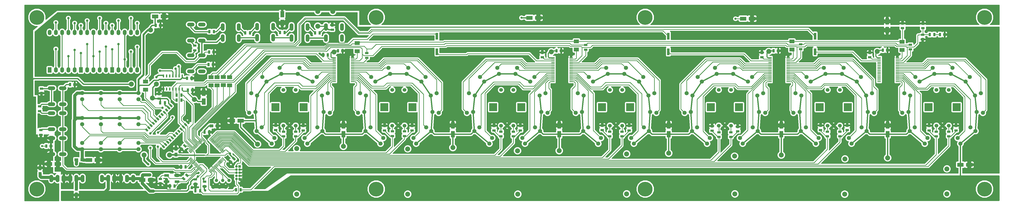
<source format=gbl>
G04 #@! TF.FileFunction,Copper,L4,Bot,Signal*
%FSLAX46Y46*%
G04 Gerber Fmt 4.6, Leading zero omitted, Abs format (unit mm)*
G04 Created by KiCad (PCBNEW 4.0.2-4+6225~38~ubuntu14.04.1-stable) date Fr 26 Feb 2016 19:02:57 CET*
%MOMM*%
G01*
G04 APERTURE LIST*
%ADD10C,0.150000*%
%ADD11R,0.508000X1.143000*%
%ADD12C,1.676400*%
%ADD13O,1.524000X3.048000*%
%ADD14R,1.900000X1.100000*%
%ADD15C,1.320800*%
%ADD16R,1.050000X1.050000*%
%ADD17C,1.050000*%
%ADD18C,6.000000*%
%ADD19R,2.600960X1.600200*%
%ADD20R,1.600200X2.600960*%
%ADD21R,0.998220X2.799080*%
%ADD22R,1.470660X0.419100*%
%ADD23R,5.199380X10.998200*%
%ADD24R,4.358640X4.109720*%
%ADD25R,1.397000X0.889000*%
%ADD26R,0.889000X1.397000*%
%ADD27R,2.032000X1.524000*%
%ADD28R,1.501140X2.199640*%
%ADD29O,1.501140X2.199640*%
%ADD30C,1.524000*%
%ADD31R,3.200000X3.200000*%
%ADD32O,3.014980X1.506220*%
%ADD33O,1.506220X3.014980*%
%ADD34R,1.250000X1.500000*%
%ADD35R,1.500000X1.250000*%
%ADD36C,1.000000*%
%ADD37C,2.000000*%
%ADD38C,0.600000*%
%ADD39C,0.889000*%
%ADD40C,0.512000*%
%ADD41C,0.400000*%
%ADD42C,0.766000*%
%ADD43C,1.250000*%
%ADD44C,0.254000*%
%ADD45C,0.300000*%
G04 APERTURE END LIST*
D10*
D11*
X64350900Y-34467800D03*
X63080900Y-34467800D03*
X61810900Y-34467800D03*
X60540900Y-34467800D03*
X59270900Y-34467800D03*
X58000900Y-34467800D03*
X56730900Y-34467800D03*
X56730900Y-29133800D03*
X58000900Y-29133800D03*
X59270900Y-29133800D03*
X60540900Y-29133800D03*
X61810900Y-29133800D03*
X63080900Y-29133800D03*
X64350900Y-29133800D03*
D12*
X23710900Y-58978800D03*
X23710900Y-56438800D03*
X31330900Y-58978800D03*
X31330900Y-56438800D03*
X38950900Y-58978800D03*
X38950900Y-56438800D03*
X46570900Y-58978800D03*
X46570900Y-56438800D03*
X23710900Y-46278800D03*
X23710900Y-48818800D03*
X31330900Y-46278800D03*
X31330900Y-48818800D03*
X38950900Y-46278800D03*
X38950900Y-48818800D03*
X46570900Y-46278800D03*
X46570900Y-48818800D03*
X23710900Y-36118800D03*
X23710900Y-38658800D03*
X31330900Y-36118800D03*
X31330900Y-38658800D03*
X38950900Y-36118800D03*
X38950900Y-38658800D03*
X46570900Y-36118800D03*
X46570900Y-38658800D03*
D10*
G36*
X76186408Y-66695101D02*
X76398540Y-66482969D01*
X77388490Y-67472919D01*
X77176358Y-67685051D01*
X76186408Y-66695101D01*
X76186408Y-66695101D01*
G37*
G36*
X75125748Y-67755761D02*
X75337880Y-67543629D01*
X76327830Y-68533579D01*
X76115698Y-68745711D01*
X75125748Y-67755761D01*
X75125748Y-67755761D01*
G37*
G36*
X75479301Y-67402207D02*
X75691433Y-67190075D01*
X76681383Y-68180025D01*
X76469251Y-68392157D01*
X75479301Y-67402207D01*
X75479301Y-67402207D01*
G37*
G36*
X75832855Y-67048654D02*
X76044987Y-66836522D01*
X77034937Y-67826472D01*
X76822805Y-68038604D01*
X75832855Y-67048654D01*
X75832855Y-67048654D01*
G37*
G36*
X76539961Y-66341547D02*
X76752093Y-66129415D01*
X77742043Y-67119365D01*
X77529911Y-67331497D01*
X76539961Y-66341547D01*
X76539961Y-66341547D01*
G37*
G36*
X76893515Y-65987994D02*
X77105647Y-65775862D01*
X78095597Y-66765812D01*
X77883465Y-66977944D01*
X76893515Y-65987994D01*
X76893515Y-65987994D01*
G37*
G36*
X77247068Y-65634440D02*
X77459200Y-65422308D01*
X78449150Y-66412258D01*
X78237018Y-66624390D01*
X77247068Y-65634440D01*
X77247068Y-65634440D01*
G37*
G36*
X77600622Y-65280887D02*
X77812754Y-65068755D01*
X78802704Y-66058705D01*
X78590572Y-66270837D01*
X77600622Y-65280887D01*
X77600622Y-65280887D01*
G37*
G36*
X77954175Y-64927334D02*
X78166307Y-64715202D01*
X79156257Y-65705152D01*
X78944125Y-65917284D01*
X77954175Y-64927334D01*
X77954175Y-64927334D01*
G37*
G36*
X78307728Y-64573780D02*
X78519860Y-64361648D01*
X79509810Y-65351598D01*
X79297678Y-65563730D01*
X78307728Y-64573780D01*
X78307728Y-64573780D01*
G37*
G36*
X78661282Y-64220227D02*
X78873414Y-64008095D01*
X79863364Y-64998045D01*
X79651232Y-65210177D01*
X78661282Y-64220227D01*
X78661282Y-64220227D01*
G37*
G36*
X79014835Y-63866673D02*
X79226967Y-63654541D01*
X80216917Y-64644491D01*
X80004785Y-64856623D01*
X79014835Y-63866673D01*
X79014835Y-63866673D01*
G37*
G36*
X79368389Y-63513120D02*
X79580521Y-63300988D01*
X80570471Y-64290938D01*
X80358339Y-64503070D01*
X79368389Y-63513120D01*
X79368389Y-63513120D01*
G37*
G36*
X79721942Y-63159567D02*
X79934074Y-62947435D01*
X80924024Y-63937385D01*
X80711892Y-64149517D01*
X79721942Y-63159567D01*
X79721942Y-63159567D01*
G37*
G36*
X80075495Y-62806013D02*
X80287627Y-62593881D01*
X81277577Y-63583831D01*
X81065445Y-63795963D01*
X80075495Y-62806013D01*
X80075495Y-62806013D01*
G37*
G36*
X80429049Y-62452460D02*
X80641181Y-62240328D01*
X81631131Y-63230278D01*
X81418999Y-63442410D01*
X80429049Y-62452460D01*
X80429049Y-62452460D01*
G37*
G36*
X77176358Y-55098549D02*
X77388490Y-55310681D01*
X76398540Y-56300631D01*
X76186408Y-56088499D01*
X77176358Y-55098549D01*
X77176358Y-55098549D01*
G37*
G36*
X76115698Y-54037889D02*
X76327830Y-54250021D01*
X75337880Y-55239971D01*
X75125748Y-55027839D01*
X76115698Y-54037889D01*
X76115698Y-54037889D01*
G37*
G36*
X76469251Y-54391443D02*
X76681383Y-54603575D01*
X75691433Y-55593525D01*
X75479301Y-55381393D01*
X76469251Y-54391443D01*
X76469251Y-54391443D01*
G37*
G36*
X76822805Y-54744996D02*
X77034937Y-54957128D01*
X76044987Y-55947078D01*
X75832855Y-55734946D01*
X76822805Y-54744996D01*
X76822805Y-54744996D01*
G37*
G36*
X77529911Y-55452103D02*
X77742043Y-55664235D01*
X76752093Y-56654185D01*
X76539961Y-56442053D01*
X77529911Y-55452103D01*
X77529911Y-55452103D01*
G37*
G36*
X77883465Y-55805656D02*
X78095597Y-56017788D01*
X77105647Y-57007738D01*
X76893515Y-56795606D01*
X77883465Y-55805656D01*
X77883465Y-55805656D01*
G37*
G36*
X78237018Y-56159210D02*
X78449150Y-56371342D01*
X77459200Y-57361292D01*
X77247068Y-57149160D01*
X78237018Y-56159210D01*
X78237018Y-56159210D01*
G37*
G36*
X78590572Y-56512763D02*
X78802704Y-56724895D01*
X77812754Y-57714845D01*
X77600622Y-57502713D01*
X78590572Y-56512763D01*
X78590572Y-56512763D01*
G37*
G36*
X78944125Y-56866316D02*
X79156257Y-57078448D01*
X78166307Y-58068398D01*
X77954175Y-57856266D01*
X78944125Y-56866316D01*
X78944125Y-56866316D01*
G37*
G36*
X79297678Y-57219870D02*
X79509810Y-57432002D01*
X78519860Y-58421952D01*
X78307728Y-58209820D01*
X79297678Y-57219870D01*
X79297678Y-57219870D01*
G37*
G36*
X79651232Y-57573423D02*
X79863364Y-57785555D01*
X78873414Y-58775505D01*
X78661282Y-58563373D01*
X79651232Y-57573423D01*
X79651232Y-57573423D01*
G37*
G36*
X80004785Y-57926977D02*
X80216917Y-58139109D01*
X79226967Y-59129059D01*
X79014835Y-58916927D01*
X80004785Y-57926977D01*
X80004785Y-57926977D01*
G37*
G36*
X80358339Y-58280530D02*
X80570471Y-58492662D01*
X79580521Y-59482612D01*
X79368389Y-59270480D01*
X80358339Y-58280530D01*
X80358339Y-58280530D01*
G37*
G36*
X80711892Y-58634083D02*
X80924024Y-58846215D01*
X79934074Y-59836165D01*
X79721942Y-59624033D01*
X80711892Y-58634083D01*
X80711892Y-58634083D01*
G37*
G36*
X81065445Y-58987637D02*
X81277577Y-59199769D01*
X80287627Y-60189719D01*
X80075495Y-59977587D01*
X81065445Y-58987637D01*
X81065445Y-58987637D01*
G37*
G36*
X81418999Y-59341190D02*
X81631131Y-59553322D01*
X80641181Y-60543272D01*
X80429049Y-60331140D01*
X81418999Y-59341190D01*
X81418999Y-59341190D01*
G37*
G36*
X72226610Y-54250021D02*
X72438742Y-54037889D01*
X73428692Y-55027839D01*
X73216560Y-55239971D01*
X72226610Y-54250021D01*
X72226610Y-54250021D01*
G37*
G36*
X71873057Y-54603575D02*
X72085189Y-54391443D01*
X73075139Y-55381393D01*
X72863007Y-55593525D01*
X71873057Y-54603575D01*
X71873057Y-54603575D01*
G37*
G36*
X71519503Y-54957128D02*
X71731635Y-54744996D01*
X72721585Y-55734946D01*
X72509453Y-55947078D01*
X71519503Y-54957128D01*
X71519503Y-54957128D01*
G37*
G36*
X71165950Y-55310681D02*
X71378082Y-55098549D01*
X72368032Y-56088499D01*
X72155900Y-56300631D01*
X71165950Y-55310681D01*
X71165950Y-55310681D01*
G37*
G36*
X70812397Y-55664235D02*
X71024529Y-55452103D01*
X72014479Y-56442053D01*
X71802347Y-56654185D01*
X70812397Y-55664235D01*
X70812397Y-55664235D01*
G37*
G36*
X70458843Y-56017788D02*
X70670975Y-55805656D01*
X71660925Y-56795606D01*
X71448793Y-57007738D01*
X70458843Y-56017788D01*
X70458843Y-56017788D01*
G37*
G36*
X70105290Y-56371342D02*
X70317422Y-56159210D01*
X71307372Y-57149160D01*
X71095240Y-57361292D01*
X70105290Y-56371342D01*
X70105290Y-56371342D01*
G37*
G36*
X69751736Y-56724895D02*
X69963868Y-56512763D01*
X70953818Y-57502713D01*
X70741686Y-57714845D01*
X69751736Y-56724895D01*
X69751736Y-56724895D01*
G37*
G36*
X69398183Y-57078448D02*
X69610315Y-56866316D01*
X70600265Y-57856266D01*
X70388133Y-58068398D01*
X69398183Y-57078448D01*
X69398183Y-57078448D01*
G37*
G36*
X69044630Y-57432002D02*
X69256762Y-57219870D01*
X70246712Y-58209820D01*
X70034580Y-58421952D01*
X69044630Y-57432002D01*
X69044630Y-57432002D01*
G37*
G36*
X68691076Y-57785555D02*
X68903208Y-57573423D01*
X69893158Y-58563373D01*
X69681026Y-58775505D01*
X68691076Y-57785555D01*
X68691076Y-57785555D01*
G37*
G36*
X68337523Y-58139109D02*
X68549655Y-57926977D01*
X69539605Y-58916927D01*
X69327473Y-59129059D01*
X68337523Y-58139109D01*
X68337523Y-58139109D01*
G37*
G36*
X67630416Y-58846215D02*
X67842548Y-58634083D01*
X68832498Y-59624033D01*
X68620366Y-59836165D01*
X67630416Y-58846215D01*
X67630416Y-58846215D01*
G37*
G36*
X67276863Y-59199769D02*
X67488995Y-58987637D01*
X68478945Y-59977587D01*
X68266813Y-60189719D01*
X67276863Y-59199769D01*
X67276863Y-59199769D01*
G37*
G36*
X66923309Y-59553322D02*
X67135441Y-59341190D01*
X68125391Y-60331140D01*
X67913259Y-60543272D01*
X66923309Y-59553322D01*
X66923309Y-59553322D01*
G37*
G36*
X67983969Y-58492662D02*
X68196101Y-58280530D01*
X69186051Y-59270480D01*
X68973919Y-59482612D01*
X67983969Y-58492662D01*
X67983969Y-58492662D01*
G37*
G36*
X71378082Y-67685051D02*
X71165950Y-67472919D01*
X72155900Y-66482969D01*
X72368032Y-66695101D01*
X71378082Y-67685051D01*
X71378082Y-67685051D01*
G37*
G36*
X72438742Y-68745711D02*
X72226610Y-68533579D01*
X73216560Y-67543629D01*
X73428692Y-67755761D01*
X72438742Y-68745711D01*
X72438742Y-68745711D01*
G37*
G36*
X72085189Y-68392157D02*
X71873057Y-68180025D01*
X72863007Y-67190075D01*
X73075139Y-67402207D01*
X72085189Y-68392157D01*
X72085189Y-68392157D01*
G37*
G36*
X71731635Y-68038604D02*
X71519503Y-67826472D01*
X72509453Y-66836522D01*
X72721585Y-67048654D01*
X71731635Y-68038604D01*
X71731635Y-68038604D01*
G37*
G36*
X71024529Y-67331497D02*
X70812397Y-67119365D01*
X71802347Y-66129415D01*
X72014479Y-66341547D01*
X71024529Y-67331497D01*
X71024529Y-67331497D01*
G37*
G36*
X70670975Y-66977944D02*
X70458843Y-66765812D01*
X71448793Y-65775862D01*
X71660925Y-65987994D01*
X70670975Y-66977944D01*
X70670975Y-66977944D01*
G37*
G36*
X70317422Y-66624390D02*
X70105290Y-66412258D01*
X71095240Y-65422308D01*
X71307372Y-65634440D01*
X70317422Y-66624390D01*
X70317422Y-66624390D01*
G37*
G36*
X69963868Y-66270837D02*
X69751736Y-66058705D01*
X70741686Y-65068755D01*
X70953818Y-65280887D01*
X69963868Y-66270837D01*
X69963868Y-66270837D01*
G37*
G36*
X69610315Y-65917284D02*
X69398183Y-65705152D01*
X70388133Y-64715202D01*
X70600265Y-64927334D01*
X69610315Y-65917284D01*
X69610315Y-65917284D01*
G37*
G36*
X69256762Y-65563730D02*
X69044630Y-65351598D01*
X70034580Y-64361648D01*
X70246712Y-64573780D01*
X69256762Y-65563730D01*
X69256762Y-65563730D01*
G37*
G36*
X68903208Y-65210177D02*
X68691076Y-64998045D01*
X69681026Y-64008095D01*
X69893158Y-64220227D01*
X68903208Y-65210177D01*
X68903208Y-65210177D01*
G37*
G36*
X68549655Y-64856623D02*
X68337523Y-64644491D01*
X69327473Y-63654541D01*
X69539605Y-63866673D01*
X68549655Y-64856623D01*
X68549655Y-64856623D01*
G37*
G36*
X68196101Y-64503070D02*
X67983969Y-64290938D01*
X68973919Y-63300988D01*
X69186051Y-63513120D01*
X68196101Y-64503070D01*
X68196101Y-64503070D01*
G37*
G36*
X67842548Y-64149517D02*
X67630416Y-63937385D01*
X68620366Y-62947435D01*
X68832498Y-63159567D01*
X67842548Y-64149517D01*
X67842548Y-64149517D01*
G37*
G36*
X67488995Y-63795963D02*
X67276863Y-63583831D01*
X68266813Y-62593881D01*
X68478945Y-62806013D01*
X67488995Y-63795963D01*
X67488995Y-63795963D01*
G37*
G36*
X67135441Y-63442410D02*
X66923309Y-63230278D01*
X67913259Y-62240328D01*
X68125391Y-62452460D01*
X67135441Y-63442410D01*
X67135441Y-63442410D01*
G37*
D13*
X44450000Y-70866000D03*
X41910000Y-70866000D03*
X39370000Y-70866000D03*
X36830000Y-70866000D03*
X34290000Y-70866000D03*
X31750000Y-70866000D03*
X23914100Y-70891400D03*
X21374100Y-70891400D03*
X18834100Y-70891400D03*
X16294100Y-70891400D03*
X13754100Y-70891400D03*
X11214100Y-70891400D03*
D10*
G36*
X66426933Y-47335736D02*
X67324958Y-48233761D01*
X66786143Y-48772576D01*
X65888118Y-47874551D01*
X66426933Y-47335736D01*
X66426933Y-47335736D01*
G37*
G36*
X65528908Y-48233762D02*
X66426933Y-49131787D01*
X65888118Y-49670602D01*
X64990093Y-48772577D01*
X65528908Y-48233762D01*
X65528908Y-48233762D01*
G37*
G36*
X64630882Y-49131788D02*
X65528907Y-50029813D01*
X64990092Y-50568628D01*
X64092067Y-49670603D01*
X64630882Y-49131788D01*
X64630882Y-49131788D01*
G37*
G36*
X63732856Y-50029813D02*
X64630881Y-50927838D01*
X64092066Y-51466653D01*
X63194041Y-50568628D01*
X63732856Y-50029813D01*
X63732856Y-50029813D01*
G37*
G36*
X62834831Y-50927839D02*
X63732856Y-51825864D01*
X63194041Y-52364679D01*
X62296016Y-51466654D01*
X62834831Y-50927839D01*
X62834831Y-50927839D01*
G37*
G36*
X61936805Y-51825865D02*
X62834830Y-52723890D01*
X62296015Y-53262705D01*
X61397990Y-52364680D01*
X61936805Y-51825865D01*
X61936805Y-51825865D01*
G37*
G36*
X61038780Y-52723890D02*
X61936805Y-53621915D01*
X61397990Y-54160730D01*
X60499965Y-53262705D01*
X61038780Y-52723890D01*
X61038780Y-52723890D01*
G37*
G36*
X60140754Y-53621916D02*
X61038779Y-54519941D01*
X60499964Y-55058756D01*
X59601939Y-54160731D01*
X60140754Y-53621916D01*
X60140754Y-53621916D01*
G37*
G36*
X59242728Y-54519941D02*
X60140753Y-55417966D01*
X59601938Y-55956781D01*
X58703913Y-55058756D01*
X59242728Y-54519941D01*
X59242728Y-54519941D01*
G37*
G36*
X58344703Y-55417967D02*
X59242728Y-56315992D01*
X58703913Y-56854807D01*
X57805888Y-55956782D01*
X58344703Y-55417967D01*
X58344703Y-55417967D01*
G37*
G36*
X57446677Y-56315993D02*
X58344702Y-57214018D01*
X57805887Y-57752833D01*
X56907862Y-56854808D01*
X57446677Y-56315993D01*
X57446677Y-56315993D01*
G37*
G36*
X56548651Y-57214018D02*
X57446676Y-58112043D01*
X56907861Y-58650858D01*
X56009836Y-57752833D01*
X56548651Y-57214018D01*
X56548651Y-57214018D01*
G37*
G36*
X59601939Y-40510742D02*
X60499964Y-41408767D01*
X59961149Y-41947582D01*
X59063124Y-41049557D01*
X59601939Y-40510742D01*
X59601939Y-40510742D01*
G37*
G36*
X58703913Y-41408767D02*
X59601938Y-42306792D01*
X59063123Y-42845607D01*
X58165098Y-41947582D01*
X58703913Y-41408767D01*
X58703913Y-41408767D01*
G37*
G36*
X57805887Y-42306793D02*
X58703912Y-43204818D01*
X58165097Y-43743633D01*
X57267072Y-42845608D01*
X57805887Y-42306793D01*
X57805887Y-42306793D01*
G37*
G36*
X56907862Y-43204819D02*
X57805887Y-44102844D01*
X57267072Y-44641659D01*
X56369047Y-43743634D01*
X56907862Y-43204819D01*
X56907862Y-43204819D01*
G37*
G36*
X56009836Y-44102844D02*
X56907861Y-45000869D01*
X56369046Y-45539684D01*
X55471021Y-44641659D01*
X56009836Y-44102844D01*
X56009836Y-44102844D01*
G37*
G36*
X55111810Y-45000870D02*
X56009835Y-45898895D01*
X55471020Y-46437710D01*
X54572995Y-45539685D01*
X55111810Y-45000870D01*
X55111810Y-45000870D01*
G37*
G36*
X54213785Y-45898895D02*
X55111810Y-46796920D01*
X54572995Y-47335735D01*
X53674970Y-46437710D01*
X54213785Y-45898895D01*
X54213785Y-45898895D01*
G37*
G36*
X53315759Y-46796921D02*
X54213784Y-47694946D01*
X53674969Y-48233761D01*
X52776944Y-47335736D01*
X53315759Y-46796921D01*
X53315759Y-46796921D01*
G37*
G36*
X52417734Y-47694947D02*
X53315759Y-48592972D01*
X52776944Y-49131787D01*
X51878919Y-48233762D01*
X52417734Y-47694947D01*
X52417734Y-47694947D01*
G37*
G36*
X51519708Y-48592972D02*
X52417733Y-49490997D01*
X51878918Y-50029812D01*
X50980893Y-49131787D01*
X51519708Y-48592972D01*
X51519708Y-48592972D01*
G37*
G36*
X50621682Y-49490998D02*
X51519707Y-50389023D01*
X50980892Y-50927838D01*
X50082867Y-50029813D01*
X50621682Y-49490998D01*
X50621682Y-49490998D01*
G37*
G36*
X49723657Y-50389024D02*
X50621682Y-51287049D01*
X50082867Y-51825864D01*
X49184842Y-50927839D01*
X49723657Y-50389024D01*
X49723657Y-50389024D01*
G37*
D14*
X57975500Y-72123300D03*
X62242700Y-69583300D03*
X62242700Y-72123300D03*
X57975500Y-69583300D03*
D15*
X76928980Y-74218800D03*
X78198980Y-71678800D03*
X79468980Y-74218800D03*
X80738980Y-71678800D03*
X82008980Y-74218800D03*
X83278980Y-71678800D03*
D16*
X87668100Y-66014600D03*
D17*
X87668100Y-67284600D03*
X87668100Y-68554600D03*
X87668100Y-69824600D03*
X87668100Y-71094600D03*
X86398100Y-67284600D03*
X86398100Y-68554600D03*
X86398100Y-69824600D03*
X86398100Y-71094600D03*
X86398100Y-66014600D03*
D18*
X390144000Y-5334000D03*
X252349000Y-5334000D03*
X5334000Y-5334000D03*
X390144000Y-75184000D03*
X5334000Y-75184000D03*
D12*
X192924251Y-28304169D03*
X192309770Y-25839618D03*
X183176394Y-37081179D03*
X180789575Y-36212447D03*
X182469855Y-43803448D03*
X179954574Y-44156948D03*
X121745945Y-43803448D03*
X124261226Y-44156948D03*
X121039406Y-37081179D03*
X123426225Y-36212447D03*
X117259655Y-31477467D03*
X118959246Y-29589879D03*
X231152145Y-31477467D03*
X229452554Y-29589879D03*
X325512251Y-28304169D03*
X324897770Y-25839618D03*
X319544145Y-31477467D03*
X317844554Y-29589879D03*
X315764394Y-37081179D03*
X313377575Y-36212447D03*
X338239655Y-31477467D03*
X339939246Y-29589879D03*
X315057855Y-43803448D03*
X312542574Y-44156948D03*
X186956145Y-31477467D03*
X185256554Y-29589879D03*
X254333945Y-43803448D03*
X256849226Y-44156948D03*
X332271549Y-28304169D03*
X332886030Y-25839618D03*
X210137945Y-43803448D03*
X212653226Y-44156948D03*
X288075549Y-28304169D03*
X288690030Y-25839618D03*
X281316251Y-28304169D03*
X280701770Y-25839618D03*
X138273855Y-43803448D03*
X135758574Y-44156948D03*
X275348145Y-31477467D03*
X273648554Y-29589879D03*
X271568394Y-37081179D03*
X269181575Y-36212447D03*
X270861855Y-43803448D03*
X268346574Y-44156948D03*
X294043655Y-31477467D03*
X295743246Y-29589879D03*
X209431406Y-37081179D03*
X211818225Y-36212447D03*
X138980394Y-37081179D03*
X136593575Y-36212447D03*
X205651655Y-31477467D03*
X207351246Y-29589879D03*
X199683549Y-28304169D03*
X200298030Y-25839618D03*
X142760145Y-31477467D03*
X141060554Y-29589879D03*
X165941945Y-43803448D03*
X168457226Y-44156948D03*
X165235406Y-37081179D03*
X167622225Y-36212447D03*
X161455655Y-31477467D03*
X163155246Y-29589879D03*
X155487549Y-28304169D03*
X156102030Y-25839618D03*
X148728251Y-28304169D03*
X148113770Y-25839618D03*
X249847655Y-31477467D03*
X251547246Y-29589879D03*
X243879549Y-28304169D03*
X244494030Y-25839618D03*
X253627406Y-37081179D03*
X256014225Y-36212447D03*
X237120251Y-28304169D03*
X236505770Y-25839618D03*
X227372394Y-37081179D03*
X224985575Y-36212447D03*
X226665855Y-43803448D03*
X224150574Y-44156948D03*
X359960394Y-37081179D03*
X357573575Y-36212447D03*
X359253855Y-43803448D03*
X356738574Y-44156948D03*
X298529945Y-43803448D03*
X301045226Y-44156948D03*
X297823406Y-37081179D03*
X300210225Y-36212447D03*
X386921945Y-43803448D03*
X389437226Y-44156948D03*
X386215406Y-37081179D03*
X388602225Y-36212447D03*
X382435655Y-31477467D03*
X384135246Y-29589879D03*
X376467549Y-28304169D03*
X377082030Y-25839618D03*
X369708251Y-28304169D03*
X369093770Y-25839618D03*
X363740145Y-31477467D03*
X362040554Y-29589879D03*
X342019406Y-37081179D03*
X344406225Y-36212447D03*
X342725945Y-43803448D03*
X345241226Y-44156948D03*
X94784394Y-37081179D03*
X92397575Y-36212447D03*
X98564145Y-31477467D03*
X96864554Y-29589879D03*
X104532251Y-28304169D03*
X103917770Y-25839618D03*
X111291549Y-28304169D03*
X111906030Y-25839618D03*
X94077855Y-43803448D03*
X91562574Y-44156948D03*
X115149408Y-56698290D03*
X114035945Y-54415353D03*
X121268771Y-51563535D03*
X119213867Y-50070560D03*
X94555029Y-51563535D03*
X96609933Y-50070560D03*
X100674392Y-56698290D03*
X101787855Y-54415353D03*
X182947029Y-51563535D03*
X185001933Y-50070560D03*
X189066392Y-56698290D03*
X190179855Y-54415353D03*
X321654392Y-56698290D03*
X322767855Y-54415353D03*
X315535029Y-51563535D03*
X317589933Y-50070560D03*
X253856771Y-51563535D03*
X251801867Y-50070560D03*
X271339029Y-51563535D03*
X273393933Y-50070560D03*
X277458392Y-56698290D03*
X278571855Y-54415353D03*
X203541408Y-56698290D03*
X202427945Y-54415353D03*
X209660771Y-51563535D03*
X207605867Y-50070560D03*
X165464771Y-51563535D03*
X163409867Y-50070560D03*
X227143029Y-51563535D03*
X229197933Y-50070560D03*
X233262392Y-56698290D03*
X234375855Y-54415353D03*
X159345408Y-56698290D03*
X158231945Y-54415353D03*
X144870392Y-56698290D03*
X145983855Y-54415353D03*
X359731029Y-51563535D03*
X361785933Y-50070560D03*
X365850392Y-56698290D03*
X366963855Y-54415353D03*
X291933408Y-56698290D03*
X290819945Y-54415353D03*
X298052771Y-51563535D03*
X295997867Y-50070560D03*
X138751029Y-51563535D03*
X140805933Y-50070560D03*
X380325408Y-56698290D03*
X379211945Y-54415353D03*
X386444771Y-51563535D03*
X384389867Y-50070560D03*
X342248771Y-51563535D03*
X340193867Y-50070560D03*
X336129408Y-56698290D03*
X335015945Y-54415353D03*
X247737408Y-56698290D03*
X246623945Y-54415353D03*
D18*
X252349000Y-75184000D03*
X143129000Y-5334000D03*
X143129000Y-75184000D03*
D19*
X88097360Y-47371000D03*
X84495640Y-47371000D03*
D20*
X261874000Y-52854860D03*
X261874000Y-49253140D03*
X307594000Y-52854860D03*
X307594000Y-49253140D03*
X174244000Y-52854860D03*
X174244000Y-49253140D03*
X217424000Y-52854860D03*
X217424000Y-49253140D03*
X129794000Y-52854860D03*
X129794000Y-49253140D03*
X350774000Y-52854860D03*
X350774000Y-49253140D03*
D19*
X53317140Y-4953000D03*
X56918860Y-4953000D03*
X30083760Y-63385700D03*
X26482040Y-63385700D03*
X380342140Y-65278000D03*
X383943860Y-65278000D03*
D21*
X167767000Y-12954000D03*
X167767000Y-19304000D03*
X261747000Y-12954000D03*
X261747000Y-19304000D03*
X321310000Y-12954000D03*
X321310000Y-19304000D03*
D22*
X347327220Y-22318980D03*
X347327220Y-21666200D03*
X354726240Y-31414720D03*
X354726240Y-30761940D03*
D23*
X351028000Y-26543000D03*
D22*
X354726240Y-25567640D03*
X354726240Y-26217880D03*
X354726240Y-26868120D03*
X354726240Y-27518360D03*
X347332300Y-26228040D03*
X354726240Y-23616920D03*
X354726240Y-24267160D03*
X354726240Y-24917400D03*
X347327220Y-30769560D03*
X347327220Y-30119320D03*
X347327220Y-29469080D03*
X347327220Y-28818840D03*
X347327220Y-28168600D03*
X347327220Y-27518360D03*
X354726240Y-28168600D03*
X347332300Y-26868120D03*
X354726240Y-22966680D03*
X354726240Y-28818840D03*
X347327220Y-31419800D03*
X347327220Y-25567640D03*
X354726240Y-22318980D03*
X354726240Y-29466540D03*
X347327220Y-22966680D03*
X347327220Y-24919940D03*
X354726240Y-21671280D03*
X354726240Y-30116780D03*
X347327220Y-23619460D03*
X347327220Y-24269700D03*
D24*
X351028000Y-26543000D03*
D22*
X303004220Y-22318980D03*
X303004220Y-21666200D03*
X310403240Y-31414720D03*
X310403240Y-30761940D03*
D23*
X306705000Y-26543000D03*
D22*
X310403240Y-25567640D03*
X310403240Y-26217880D03*
X310403240Y-26868120D03*
X310403240Y-27518360D03*
X303009300Y-26228040D03*
X310403240Y-23616920D03*
X310403240Y-24267160D03*
X310403240Y-24917400D03*
X303004220Y-30769560D03*
X303004220Y-30119320D03*
X303004220Y-29469080D03*
X303004220Y-28818840D03*
X303004220Y-28168600D03*
X303004220Y-27518360D03*
X310403240Y-28168600D03*
X303009300Y-26868120D03*
X310403240Y-22966680D03*
X310403240Y-28818840D03*
X303004220Y-31419800D03*
X303004220Y-25567640D03*
X310403240Y-22318980D03*
X310403240Y-29466540D03*
X303004220Y-22966680D03*
X303004220Y-24919940D03*
X310403240Y-21671280D03*
X310403240Y-30116780D03*
X303004220Y-23619460D03*
X303004220Y-24269700D03*
D24*
X306705000Y-26543000D03*
D22*
X214866220Y-22318980D03*
X214866220Y-21666200D03*
X222265240Y-31414720D03*
X222265240Y-30761940D03*
D23*
X218567000Y-26543000D03*
D22*
X222265240Y-25567640D03*
X222265240Y-26217880D03*
X222265240Y-26868120D03*
X222265240Y-27518360D03*
X214871300Y-26228040D03*
X222265240Y-23616920D03*
X222265240Y-24267160D03*
X222265240Y-24917400D03*
X214866220Y-30769560D03*
X214866220Y-30119320D03*
X214866220Y-29469080D03*
X214866220Y-28818840D03*
X214866220Y-28168600D03*
X214866220Y-27518360D03*
X222265240Y-28168600D03*
X214871300Y-26868120D03*
X222265240Y-22966680D03*
X222265240Y-28818840D03*
X214866220Y-31419800D03*
X214866220Y-25567640D03*
X222265240Y-22318980D03*
X222265240Y-29466540D03*
X214866220Y-22966680D03*
X214866220Y-24919940D03*
X222265240Y-21671280D03*
X222265240Y-30116780D03*
X214866220Y-23619460D03*
X214866220Y-24269700D03*
D24*
X218567000Y-26543000D03*
D22*
X126093220Y-22318980D03*
X126093220Y-21666200D03*
X133492240Y-31414720D03*
X133492240Y-30761940D03*
D23*
X129794000Y-26543000D03*
D22*
X133492240Y-25567640D03*
X133492240Y-26217880D03*
X133492240Y-26868120D03*
X133492240Y-27518360D03*
X126098300Y-26228040D03*
X133492240Y-23616920D03*
X133492240Y-24267160D03*
X133492240Y-24917400D03*
X126093220Y-30769560D03*
X126093220Y-30119320D03*
X126093220Y-29469080D03*
X126093220Y-28818840D03*
X126093220Y-28168600D03*
X126093220Y-27518360D03*
X133492240Y-28168600D03*
X126098300Y-26868120D03*
X133492240Y-22966680D03*
X133492240Y-28818840D03*
X126093220Y-31419800D03*
X126093220Y-25567640D03*
X133492240Y-22318980D03*
X133492240Y-29466540D03*
X126093220Y-22966680D03*
X126093220Y-24919940D03*
X133492240Y-21671280D03*
X133492240Y-30116780D03*
X126093220Y-23619460D03*
X126093220Y-24269700D03*
D24*
X129794000Y-26543000D03*
D25*
X360045000Y-18351500D03*
X360045000Y-16446500D03*
X228219000Y-18478500D03*
X228219000Y-16573500D03*
X315468000Y-18224500D03*
X315468000Y-16319500D03*
X139319000Y-21780500D03*
X139319000Y-19875500D03*
D26*
X88074500Y-75438000D03*
X86169500Y-75438000D03*
X62077600Y-39014400D03*
X63982600Y-39014400D03*
D25*
X69710300Y-71239380D03*
X69710300Y-73144380D03*
X193763900Y-53708300D03*
X193763900Y-51803300D03*
X198843900Y-53708300D03*
X198843900Y-51803300D03*
X105498900Y-53708300D03*
X105498900Y-51803300D03*
X110451900Y-53708300D03*
X110451900Y-51803300D03*
X149694900Y-53581300D03*
X149694900Y-51676300D03*
X154647900Y-53581300D03*
X154647900Y-51676300D03*
X331431900Y-53708300D03*
X331431900Y-51803300D03*
X326351900Y-53708300D03*
X326351900Y-51803300D03*
X287108900Y-53962300D03*
X287108900Y-52057300D03*
X282282900Y-53962300D03*
X282282900Y-52057300D03*
X375627900Y-53708300D03*
X375627900Y-51803300D03*
X370547900Y-53708300D03*
X370547900Y-51803300D03*
X242912900Y-53708300D03*
X242912900Y-51803300D03*
X237959900Y-53708300D03*
X237959900Y-51803300D03*
D26*
X62077600Y-36931600D03*
X63982600Y-36931600D03*
X69728080Y-75864720D03*
X71633080Y-75864720D03*
X68224400Y-30073600D03*
X66319400Y-30073600D03*
D25*
X365125000Y-7810500D03*
X365125000Y-9715500D03*
D26*
X372046500Y-12319000D03*
X373951500Y-12319000D03*
D25*
X364998000Y-12382500D03*
X364998000Y-14287500D03*
X54952900Y-38341300D03*
X54952900Y-36436300D03*
D26*
X55397400Y-40055800D03*
X57302400Y-40055800D03*
X20726400Y-32664400D03*
X18821400Y-32664400D03*
X77152500Y-19431000D03*
X75247500Y-19431000D03*
X77241400Y-11099800D03*
X75336400Y-11099800D03*
X91846400Y-11607800D03*
X89941400Y-11607800D03*
X105943400Y-11480800D03*
X104038400Y-11480800D03*
X120167400Y-11607800D03*
X118262400Y-11607800D03*
D25*
X7200900Y-34277300D03*
X7200900Y-36182300D03*
X6438900Y-43421300D03*
X6438900Y-41516300D03*
X6946900Y-53073300D03*
X6946900Y-51168300D03*
D26*
X74993500Y-24511000D03*
X76898500Y-24511000D03*
D25*
X69469000Y-16827500D03*
X69469000Y-18732500D03*
D26*
X367855500Y-12319000D03*
X369760500Y-12319000D03*
D25*
X55448200Y-72961500D03*
X55448200Y-71056500D03*
D26*
X61201300Y-73939400D03*
X59296300Y-73939400D03*
X306387500Y-18923000D03*
X304482500Y-18923000D03*
X350710500Y-18669000D03*
X348805500Y-18669000D03*
X218249500Y-18923000D03*
X216344500Y-18923000D03*
X63842900Y-66192400D03*
X65747900Y-66192400D03*
X68554600Y-34886900D03*
X66649600Y-34886900D03*
D25*
X343535000Y-19621500D03*
X343535000Y-21526500D03*
X299720000Y-19621500D03*
X299720000Y-21526500D03*
X210566000Y-19621500D03*
X210566000Y-21526500D03*
D10*
G36*
X84164286Y-64969042D02*
X83176458Y-63981214D01*
X83805076Y-63352596D01*
X84792904Y-64340424D01*
X84164286Y-64969042D01*
X84164286Y-64969042D01*
G37*
G36*
X85511324Y-63622004D02*
X84523496Y-62634176D01*
X85152114Y-62005558D01*
X86139942Y-62993386D01*
X85511324Y-63622004D01*
X85511324Y-63622004D01*
G37*
D26*
X75351640Y-52034440D03*
X73446640Y-52034440D03*
X121564400Y-20624800D03*
X123469400Y-20624800D03*
X129476500Y-18923000D03*
X127571500Y-18923000D03*
X53619400Y-8585200D03*
X55524400Y-8585200D03*
D25*
X323557900Y-49263300D03*
X323557900Y-51168300D03*
X334352900Y-51168300D03*
X334352900Y-49263300D03*
X157695900Y-51295300D03*
X157695900Y-49390300D03*
X201637900Y-51295300D03*
X201637900Y-49390300D03*
X190969900Y-51295300D03*
X190969900Y-49390300D03*
X367626900Y-51295300D03*
X367626900Y-49390300D03*
X378548900Y-51295300D03*
X378548900Y-49390300D03*
X245833900Y-51295300D03*
X245833900Y-49390300D03*
X234911900Y-51168300D03*
X234911900Y-49263300D03*
X73393300Y-74091800D03*
X73393300Y-72186800D03*
D10*
G36*
X64253226Y-59734102D02*
X63265398Y-58746274D01*
X63894016Y-58117656D01*
X64881844Y-59105484D01*
X64253226Y-59734102D01*
X64253226Y-59734102D01*
G37*
G36*
X65600264Y-58387064D02*
X64612436Y-57399236D01*
X65241054Y-56770618D01*
X66228882Y-57758446D01*
X65600264Y-58387064D01*
X65600264Y-58387064D01*
G37*
D25*
X279488900Y-51422300D03*
X279488900Y-49517300D03*
X289902900Y-51676300D03*
X289902900Y-49771300D03*
X146519900Y-51295300D03*
X146519900Y-49390300D03*
X102323900Y-51168300D03*
X102323900Y-49263300D03*
X113499900Y-51295300D03*
X113499900Y-49390300D03*
D27*
X356616000Y-18542000D03*
X356616000Y-15240000D03*
X224409000Y-18415000D03*
X224409000Y-15113000D03*
X311912000Y-18415000D03*
X311912000Y-15113000D03*
X135382000Y-19050000D03*
X135382000Y-15748000D03*
X83566000Y-29629100D03*
X83566000Y-32931100D03*
X49491900Y-31419800D03*
X49491900Y-34721800D03*
X78511400Y-29629100D03*
X78511400Y-32931100D03*
X81026000Y-29616400D03*
X81026000Y-32918400D03*
X76009500Y-29629100D03*
X76009500Y-32931100D03*
D28*
X10502900Y-26720800D03*
D29*
X13042900Y-26720800D03*
X15582900Y-26720800D03*
X18122900Y-26720800D03*
X20662900Y-26720800D03*
X20662900Y-11480800D03*
X18122900Y-11480800D03*
X15582900Y-11480800D03*
X13042900Y-11480800D03*
X10502900Y-11480800D03*
D28*
X23202900Y-26720800D03*
D29*
X25742900Y-26720800D03*
X28282900Y-26720800D03*
X30822900Y-26720800D03*
X33362900Y-26720800D03*
X33362900Y-11480800D03*
X30822900Y-11480800D03*
X28282900Y-11480800D03*
X25742900Y-11480800D03*
X23202900Y-11480800D03*
D28*
X35902900Y-26720800D03*
D29*
X38442900Y-26720800D03*
X40982900Y-26720800D03*
X43522900Y-26720800D03*
X46062900Y-26720800D03*
X46062900Y-11480800D03*
X43522900Y-11480800D03*
X40982900Y-11480800D03*
X38442900Y-11480800D03*
X35902900Y-11480800D03*
D30*
X105411900Y-49359200D03*
X107911900Y-49359200D03*
X110411900Y-49359200D03*
X110411900Y-34859200D03*
X105411900Y-34859200D03*
D31*
X102211900Y-41859200D03*
X113611900Y-41859200D03*
D30*
X149607900Y-49359200D03*
X152107900Y-49359200D03*
X154607900Y-49359200D03*
X154607900Y-34859200D03*
X149607900Y-34859200D03*
D31*
X146407900Y-41859200D03*
X157807900Y-41859200D03*
D30*
X193803900Y-49359200D03*
X196303900Y-49359200D03*
X198803900Y-49359200D03*
X198803900Y-34859200D03*
X193803900Y-34859200D03*
D31*
X190603900Y-41859200D03*
X202003900Y-41859200D03*
D30*
X237999900Y-49359200D03*
X240499900Y-49359200D03*
X242999900Y-49359200D03*
X242999900Y-34859200D03*
X237999900Y-34859200D03*
D31*
X234799900Y-41859200D03*
X246199900Y-41859200D03*
D30*
X282195900Y-49359200D03*
X284695900Y-49359200D03*
X287195900Y-49359200D03*
X287195900Y-34859200D03*
X282195900Y-34859200D03*
D31*
X278995900Y-41859200D03*
X290395900Y-41859200D03*
D30*
X326391900Y-49359200D03*
X328891900Y-49359200D03*
X331391900Y-49359200D03*
X331391900Y-34859200D03*
X326391900Y-34859200D03*
D31*
X323191900Y-41859200D03*
X334591900Y-41859200D03*
D30*
X370587900Y-49359200D03*
X373087900Y-49359200D03*
X375587900Y-49359200D03*
X375587900Y-34859200D03*
X370587900Y-34859200D03*
D31*
X367387900Y-41859200D03*
X378787900Y-41859200D03*
D25*
X356831900Y-9639300D03*
X356831900Y-7734300D03*
D20*
X350596200Y-6911340D03*
X350596200Y-10513060D03*
D19*
X208950560Y-5499100D03*
X205348840Y-5499100D03*
D26*
X11036300Y-57658000D03*
X9131300Y-57658000D03*
D25*
X125272800Y-10337800D03*
X125272800Y-8432800D03*
D19*
X295716960Y-5829300D03*
X292115240Y-5829300D03*
D20*
X104952800Y-3977640D03*
X104952800Y-7579360D03*
D19*
X51711860Y-71501000D03*
X48110140Y-71501000D03*
D20*
X73063100Y-39532560D03*
X73063100Y-35930840D03*
D19*
X10226040Y-64985900D03*
X13827760Y-64985900D03*
D10*
G36*
X65088886Y-71712742D02*
X64101058Y-70724914D01*
X64729676Y-70096296D01*
X65717504Y-71084124D01*
X65088886Y-71712742D01*
X65088886Y-71712742D01*
G37*
G36*
X66435924Y-70365704D02*
X65448096Y-69377876D01*
X66076714Y-68749258D01*
X67064542Y-69737086D01*
X66435924Y-70365704D01*
X66435924Y-70365704D01*
G37*
D32*
X67818000Y-27302460D03*
X67818000Y-20805140D03*
X72313800Y-27302460D03*
X72313800Y-20805140D03*
X67818000Y-14729460D03*
X67818000Y-8232140D03*
X72313800Y-14729460D03*
X72313800Y-8232140D03*
D33*
X94757240Y-9105900D03*
X101254560Y-9105900D03*
X94757240Y-13601700D03*
X101254560Y-13601700D03*
X80787240Y-9232900D03*
X87284560Y-9232900D03*
X80787240Y-13728700D03*
X87284560Y-13728700D03*
X122697240Y-9232900D03*
X129194560Y-9232900D03*
X122697240Y-13728700D03*
X129194560Y-13728700D03*
X108727240Y-9232900D03*
X115224560Y-9232900D03*
X108727240Y-13728700D03*
X115224560Y-13728700D03*
D32*
X11303000Y-40637460D03*
X11303000Y-34140140D03*
X15798800Y-40637460D03*
X15798800Y-34140140D03*
X11303000Y-50797460D03*
X11303000Y-44300140D03*
X15798800Y-50797460D03*
X15798800Y-44300140D03*
X11303000Y-60957460D03*
X11303000Y-54460140D03*
X15798800Y-60957460D03*
X15798800Y-54460140D03*
D34*
X61772800Y-58668600D03*
X61772800Y-61168600D03*
D35*
X78694600Y-49479200D03*
X76194600Y-49479200D03*
D34*
X6629400Y-66568000D03*
X6629400Y-69068000D03*
X21336000Y-77577000D03*
X21336000Y-75077000D03*
D35*
X23830600Y-63271400D03*
X21330600Y-63271400D03*
D36*
X12001500Y-78587600D03*
X10414000Y-76517500D03*
X10414000Y-74917300D03*
X2844800Y-70459600D03*
X50546000Y-65087500D03*
X51181000Y-69342000D03*
X52578000Y-75946000D03*
X70700900Y-70065900D03*
D37*
X200494900Y-59613800D03*
X200621900Y-77266800D03*
X244817900Y-77139800D03*
X244817900Y-60883800D03*
X374865900Y-77139800D03*
X374865900Y-66979800D03*
X333336900Y-77266800D03*
X333463900Y-62915800D03*
X288759900Y-77139800D03*
X288632900Y-61772800D03*
X155917900Y-77266800D03*
X155917900Y-58851800D03*
X110832900Y-77266800D03*
X110832900Y-58724800D03*
X302514000Y-6858000D03*
X302514000Y-19177000D03*
X346456000Y-6477000D03*
X346583000Y-19177000D03*
X214249000Y-6477000D03*
X214249000Y-19304000D03*
X125984000Y-19431000D03*
X125476000Y-2921000D03*
X43675300Y-32486600D03*
X69227700Y-38709600D03*
X52285900Y-38100000D03*
X59156600Y-61366400D03*
X48861980Y-61335920D03*
D36*
X72986900Y-70993000D03*
X83781900Y-60731400D03*
X53848000Y-29667200D03*
D37*
X53848000Y-32486600D03*
X119380000Y-2921000D03*
X119380000Y-8890000D03*
X350774000Y-72263000D03*
X350774000Y-62484000D03*
X307594000Y-72263000D03*
X307594000Y-61341000D03*
X261874000Y-72263000D03*
X261874000Y-60579000D03*
X217424000Y-72263000D03*
X217424000Y-59563000D03*
X129921000Y-72263000D03*
X129794000Y-57785000D03*
X174244000Y-58293000D03*
X174244000Y-72263000D03*
X94996000Y-77038200D03*
X94932500Y-56896000D03*
X51523900Y-10464800D03*
D36*
X51407060Y-58455560D03*
X51396900Y-52522120D03*
X74269600Y-54013100D03*
D38*
X71247000Y-53086000D03*
D36*
X46228000Y-74295000D03*
X52705000Y-74041000D03*
X53975000Y-68834000D03*
X33274000Y-63500000D03*
X29375100Y-71361300D03*
X26416000Y-71374000D03*
X64617600Y-74231500D03*
D38*
X71005700Y-68427600D03*
X69405500Y-67043300D03*
D36*
X48450500Y-37465000D03*
X54470300Y-44018200D03*
X70091300Y-46736000D03*
X66586100Y-40830500D03*
X70015100Y-35001200D03*
D39*
X202145900Y-5486400D03*
X7493000Y-57696100D03*
X288988500Y-5880100D03*
D36*
X73304400Y-57061100D03*
D39*
X44665900Y-34594800D03*
X22313900Y-33578800D03*
X367626900Y-10083800D03*
D36*
X365252000Y-16256000D03*
X361315000Y-13081000D03*
D39*
X355053900Y-12369800D03*
X358355900Y-12369800D03*
D36*
X133858000Y-4572000D03*
X97409000Y-4953000D03*
X62865000Y-4826000D03*
X65659000Y-17780000D03*
X76708000Y-22098000D03*
X323215000Y-13208000D03*
X319405000Y-13208000D03*
X263359900Y-13004800D03*
X46863000Y-65532000D03*
X49022000Y-58039000D03*
D39*
X263613900Y-18719800D03*
D36*
X228473000Y-22860000D03*
D39*
X259930900Y-18592800D03*
X319747900Y-18338800D03*
X322795900Y-18338800D03*
D36*
X307936900Y-18973800D03*
X316611000Y-22860000D03*
X310388000Y-20320000D03*
D39*
X260057900Y-13004800D03*
D36*
X6477000Y-12065000D03*
X6477000Y-27813000D03*
X108331000Y-67818000D03*
X132461000Y-67691000D03*
X172974000Y-67691000D03*
X216027000Y-67564000D03*
X260731000Y-67691000D03*
X306451000Y-67564000D03*
X349377000Y-67691000D03*
X97028000Y-74041000D03*
X93408500Y-71945500D03*
X387223000Y-65278000D03*
X377190000Y-65278000D03*
X81280000Y-48133000D03*
X97790000Y-57912000D03*
X92456000Y-49022000D03*
X220472000Y-19050000D03*
X354647500Y-20129500D03*
X359664000Y-22987000D03*
X205486000Y-22733000D03*
X208407000Y-20574000D03*
X222250000Y-20193000D03*
X218694000Y-33782000D03*
X129667000Y-33401000D03*
X293370000Y-22860000D03*
X306832000Y-33528000D03*
X351282000Y-33528000D03*
X394208000Y-65278000D03*
X393827000Y-34417000D03*
X394716000Y-11176000D03*
X373888000Y-14732000D03*
X352679000Y-19939000D03*
X340995000Y-13081000D03*
X340995000Y-19431000D03*
X297688000Y-19812000D03*
D39*
X132207000Y-19685000D03*
X133096000Y-13462000D03*
D36*
X133223000Y-54864000D03*
X129921000Y-46355000D03*
X177038000Y-55245000D03*
X174498000Y-46101000D03*
X219671900Y-54533800D03*
X217551000Y-46228000D03*
X265049000Y-55626000D03*
X262255000Y-46482000D03*
X310095900Y-54406800D03*
X307848000Y-46482000D03*
X354457000Y-54864000D03*
X350901000Y-46609000D03*
D39*
X118960900Y-21767800D03*
X120142000Y-20066000D03*
D36*
X76454000Y-60096400D03*
X69684900Y-74472800D03*
X55333900Y-25323800D03*
X52631340Y-28016200D03*
X73660000Y-75692000D03*
X62268100Y-49530000D03*
X56489600Y-52501800D03*
X55145940Y-50373280D03*
X63959740Y-53548280D03*
X52908200Y-52628800D03*
X57594500Y-62738000D03*
X53975000Y-63373000D03*
X53213000Y-60134500D03*
X62484000Y-56870600D03*
X67259200Y-46342300D03*
X75285600Y-65697100D03*
X78148180Y-62814200D03*
X70492620Y-62900560D03*
X78333600Y-60032900D03*
X70802500Y-59791600D03*
X67754500Y-66217800D03*
X57188100Y-8534400D03*
X54622700Y-34721800D03*
X58750200Y-36830000D03*
X62344300Y-66243200D03*
X83058000Y-65189100D03*
D39*
X141859000Y-13970000D03*
X139026900Y-13004800D03*
X166204900Y-13766800D03*
X165950900Y-18465800D03*
X169379900Y-18592800D03*
X169506900Y-13131800D03*
D36*
X6731000Y-38989000D03*
X5334000Y-32004000D03*
X8509000Y-42418000D03*
X6731000Y-49022000D03*
D39*
X113157000Y-15875000D03*
D36*
X54516020Y-52217320D03*
X54480460Y-57978040D03*
X60413900Y-46024800D03*
X56349900Y-42087800D03*
X55333900Y-27076400D03*
X61645800Y-26187400D03*
X62941200Y-25247600D03*
X18122900Y-5638800D03*
X30822900Y-5638800D03*
X43522900Y-5638800D03*
X13042900Y-7416800D03*
X25742900Y-6654800D03*
X38442900Y-6654800D03*
X20662900Y-7670800D03*
X33362900Y-7670800D03*
X46062900Y-7670800D03*
X23202900Y-8559800D03*
X35902900Y-8559800D03*
X18122900Y-21132800D03*
X30822900Y-19227800D03*
X43522900Y-19227800D03*
X23202900Y-19862800D03*
X35902900Y-18338800D03*
X20662900Y-18592800D03*
X33362900Y-17195800D03*
X46062900Y-17322800D03*
X13042900Y-18211800D03*
X25742900Y-16179800D03*
X38442900Y-16179800D03*
X40982900Y-22402800D03*
X28282900Y-21132800D03*
X21361400Y-64973200D03*
D40*
X72313800Y-16738600D02*
X72326500Y-16751300D01*
X72313800Y-18669000D02*
X72326500Y-18656300D01*
X61772800Y-61168600D02*
X59354400Y-61168600D01*
X59354400Y-61168600D02*
X59156600Y-61366400D01*
D41*
X6629400Y-66568000D02*
X3840800Y-66568000D01*
X10490200Y-74841100D02*
X10414000Y-76517500D01*
X10414000Y-74917300D02*
X10490200Y-74841100D01*
X2844800Y-67564000D02*
X2844800Y-70459600D01*
X3840800Y-66568000D02*
X2844800Y-67564000D01*
D40*
X76194600Y-49479200D02*
X75184000Y-49479200D01*
X73446640Y-51216560D02*
X73446640Y-52034440D01*
X75184000Y-49479200D02*
X73446640Y-51216560D01*
X59156600Y-61366400D02*
X60889200Y-61366400D01*
D42*
X48861980Y-63466980D02*
X48861980Y-61335920D01*
X50546000Y-65087500D02*
X50482500Y-65087500D01*
X50482500Y-65087500D02*
X48861980Y-63466980D01*
D43*
X52578000Y-75946000D02*
X51181000Y-75946000D01*
X48110140Y-72875140D02*
X48110140Y-70993000D01*
X51181000Y-75946000D02*
X48110140Y-72875140D01*
X44450000Y-70866000D02*
X47983140Y-70866000D01*
X47983140Y-70866000D02*
X48110140Y-70993000D01*
X51181000Y-69342000D02*
X48387000Y-69342000D01*
X48387000Y-69342000D02*
X48173640Y-69555360D01*
X48173640Y-69555360D02*
X48110140Y-70993000D01*
X41910000Y-70866000D02*
X44450000Y-70866000D01*
D40*
X104952800Y-3977640D02*
X104952800Y-1409700D01*
X104978200Y-1384300D02*
X107950000Y-1384300D01*
X104952800Y-1409700D02*
X104978200Y-1384300D01*
X69227700Y-38709600D02*
X69837300Y-38709600D01*
X70660260Y-39532560D02*
X73063100Y-39532560D01*
X69837300Y-38709600D02*
X70660260Y-39532560D01*
D44*
X72827651Y-68144670D02*
X72825330Y-68144670D01*
X70904100Y-70065900D02*
X70700900Y-70065900D01*
X72825330Y-68144670D02*
X70904100Y-70065900D01*
D40*
X125272800Y-10337800D02*
X123802140Y-10337800D01*
D44*
X6946900Y-53073300D02*
X6946900Y-54063900D01*
X7343140Y-54460140D02*
X11303000Y-54460140D01*
X6946900Y-54063900D02*
X7343140Y-54460140D01*
D41*
X122542300Y-9232900D02*
X120167400Y-11607800D01*
X304482500Y-18923000D02*
X302768000Y-18923000D01*
X302768000Y-18923000D02*
X302514000Y-19177000D01*
X303004220Y-21666200D02*
X302082200Y-21666200D01*
X301752000Y-19939000D02*
X302514000Y-19177000D01*
X301752000Y-21336000D02*
X301752000Y-19939000D01*
X302082200Y-21666200D02*
X301752000Y-21336000D01*
D44*
X347218000Y-18669000D02*
X347091000Y-18669000D01*
X347091000Y-18669000D02*
X346583000Y-19177000D01*
D41*
X214122000Y-18923000D02*
X214122000Y-19177000D01*
X214122000Y-19177000D02*
X214249000Y-19304000D01*
X214866220Y-21666200D02*
X213309200Y-21666200D01*
X213995000Y-18923000D02*
X214122000Y-18923000D01*
X214122000Y-18923000D02*
X216344500Y-18923000D01*
X212979000Y-19939000D02*
X213995000Y-18923000D01*
X212979000Y-21336000D02*
X212979000Y-19939000D01*
X213309200Y-21666200D02*
X212979000Y-21336000D01*
X347327220Y-21666200D02*
X346532200Y-21666200D01*
X346964000Y-18669000D02*
X347218000Y-18669000D01*
X347218000Y-18669000D02*
X348805500Y-18669000D01*
X345948000Y-19685000D02*
X346964000Y-18669000D01*
X345948000Y-21082000D02*
X345948000Y-19685000D01*
X346532200Y-21666200D02*
X345948000Y-21082000D01*
X124777500Y-19621500D02*
X125793500Y-19621500D01*
X125793500Y-19621500D02*
X125984000Y-19431000D01*
X127571500Y-18923000D02*
X126492000Y-18923000D01*
X126492000Y-18923000D02*
X125984000Y-19431000D01*
X125476000Y-2921000D02*
X125476000Y-2159000D01*
D43*
X125615700Y-1828800D02*
X126022100Y-2108200D01*
D41*
X126022100Y-2260600D02*
X126022100Y-2108200D01*
X125774450Y-1987550D02*
X125615700Y-1987550D01*
X125476000Y-2159000D02*
X125774450Y-1987550D01*
X125615700Y-1987550D02*
X125615700Y-1828800D01*
X126492000Y-18923000D02*
X125984000Y-19431000D01*
X126093220Y-21666200D02*
X125044200Y-21666200D01*
X124714000Y-19685000D02*
X124777500Y-19621500D01*
X124777500Y-19621500D02*
X125476000Y-18923000D01*
X124714000Y-21336000D02*
X124714000Y-19685000D01*
X125044200Y-21666200D02*
X124714000Y-21336000D01*
D40*
X68778120Y-71239380D02*
X69710300Y-71239380D01*
X52578000Y-75946000D02*
X66230500Y-75946000D01*
X66230500Y-75946000D02*
X66992500Y-75184000D01*
X66992500Y-75184000D02*
X66992500Y-73977500D01*
X66992500Y-73977500D02*
X67818000Y-73152000D01*
X67818000Y-73152000D02*
X67818000Y-72199500D01*
X67818000Y-72199500D02*
X68778120Y-71239380D01*
D44*
X72827651Y-54638930D02*
X72850730Y-54638930D01*
X73926700Y-56248300D02*
X75018900Y-57340500D01*
X73926700Y-55714900D02*
X73926700Y-56248300D01*
X72850730Y-54638930D02*
X73926700Y-55714900D01*
X72827651Y-54638930D02*
X72827651Y-54653951D01*
X75018900Y-57340500D02*
X75018900Y-60642500D01*
X75018900Y-60642500D02*
X74269600Y-61391800D01*
D40*
X43675300Y-32486600D02*
X43599100Y-32562800D01*
X43599100Y-32562800D02*
X24295100Y-32562800D01*
X24295100Y-32562800D02*
X21971000Y-30238700D01*
X21971000Y-30238700D02*
X4025900Y-30238700D01*
X4025900Y-30238700D02*
X3238500Y-31026100D01*
D41*
X66649600Y-34886900D02*
X66649600Y-36131500D01*
X66649600Y-36131500D02*
X69227700Y-38709600D01*
X52285900Y-38100000D02*
X52438300Y-37947600D01*
X52438300Y-37947600D02*
X52438300Y-36830000D01*
X52438300Y-36830000D02*
X52425600Y-36817300D01*
X52425600Y-36817300D02*
X52438300Y-36817300D01*
X126022100Y-2260600D02*
X126098300Y-2184400D01*
X126098300Y-2184400D02*
X126022100Y-2260600D01*
D43*
X11303000Y-61681360D02*
X7592060Y-61681360D01*
X3238500Y-57327800D02*
X3238500Y-31026100D01*
X7592060Y-61681360D02*
X3238500Y-57327800D01*
D40*
X48861980Y-61335920D02*
X48176180Y-61335920D01*
X48846740Y-61320680D02*
X48861980Y-61335920D01*
X69047360Y-61379100D02*
X59156600Y-61366400D01*
X59156600Y-61366400D02*
X59123580Y-61333380D01*
D44*
X68231457Y-59235124D02*
X68234344Y-59235124D01*
X69293740Y-60294520D02*
X69293740Y-61379100D01*
X68234344Y-59235124D02*
X69293740Y-60294520D01*
X68585010Y-63902029D02*
X68586911Y-63902029D01*
X69349620Y-61681360D02*
X69047360Y-61379100D01*
X69349620Y-63139320D02*
X69349620Y-61681360D01*
X68586911Y-63902029D02*
X69349620Y-63139320D01*
X68231457Y-59235124D02*
X68231457Y-59227157D01*
X66583141Y-57578841D02*
X65420659Y-57578841D01*
X68231457Y-59227157D02*
X66583141Y-57578841D01*
D40*
X69293740Y-61379100D02*
X69047360Y-61379100D01*
X69047360Y-61379100D02*
X73400920Y-61379100D01*
X73400920Y-61379100D02*
X73413620Y-61391800D01*
D41*
X70700900Y-70065900D02*
X69951600Y-70998080D01*
X69951600Y-70998080D02*
X69710300Y-71239380D01*
X72986900Y-70993000D02*
X72986900Y-71780400D01*
X72986900Y-71780400D02*
X73393300Y-72186800D01*
D44*
X75726789Y-68144670D02*
X75726789Y-68144889D01*
X74218800Y-69761100D02*
X72986900Y-70993000D01*
X75641200Y-69761100D02*
X74218800Y-69761100D01*
X76428600Y-68973700D02*
X75641200Y-69761100D01*
X76428600Y-68846700D02*
X76428600Y-68973700D01*
X75726789Y-68144889D02*
X76428600Y-68846700D01*
X83781900Y-60731400D02*
X82461100Y-60731400D01*
X82461100Y-60731400D02*
X81800700Y-61391800D01*
X81800700Y-61391800D02*
X74269600Y-61391800D01*
X74269600Y-61391800D02*
X73413620Y-61391800D01*
X72827651Y-54638930D02*
X72827651Y-54641251D01*
D41*
X64350900Y-34467800D02*
X64350900Y-34874200D01*
X66205100Y-35331400D02*
X66649600Y-34886900D01*
X64808100Y-35331400D02*
X66205100Y-35331400D01*
X64350900Y-34874200D02*
X64808100Y-35331400D01*
D40*
X56476900Y-28879800D02*
X56730900Y-29133800D01*
X54635400Y-28879800D02*
X56476900Y-28879800D01*
X53848000Y-29667200D02*
X54635400Y-28879800D01*
X54952900Y-38341300D02*
X53225700Y-38341300D01*
X52438300Y-33896300D02*
X53848000Y-32486600D01*
X52438300Y-37553900D02*
X52438300Y-36817300D01*
X52438300Y-36817300D02*
X52438300Y-33896300D01*
X53225700Y-38341300D02*
X52438300Y-37553900D01*
D44*
X68585010Y-63902029D02*
X68584371Y-63902029D01*
X66294000Y-66192400D02*
X65747900Y-66192400D01*
X68584371Y-63902029D02*
X66294000Y-66192400D01*
D40*
X83781900Y-60731400D02*
X83781900Y-61263962D01*
X83781900Y-61263962D02*
X85331719Y-62813781D01*
D44*
X81030090Y-59942231D02*
X81040469Y-59942231D01*
X82232500Y-59182000D02*
X83781900Y-60731400D01*
X81800700Y-59182000D02*
X82232500Y-59182000D01*
X81040469Y-59942231D02*
X81800700Y-59182000D01*
X72827651Y-54638930D02*
X72827651Y-54633631D01*
X72827651Y-54633631D02*
X72194420Y-54000400D01*
X72194420Y-54000400D02*
X72194420Y-52349400D01*
X72194420Y-52349400D02*
X72509380Y-52034440D01*
X72509380Y-52034440D02*
X73446640Y-52034440D01*
D40*
X59781544Y-41229162D02*
X59781544Y-41201444D01*
X58064400Y-38341300D02*
X55460900Y-38341300D01*
X58889900Y-39166800D02*
X58064400Y-38341300D01*
X58889900Y-40309800D02*
X58889900Y-39166800D01*
X59781544Y-41201444D02*
X58889900Y-40309800D01*
X55460900Y-38341300D02*
X55460900Y-40246300D01*
X55460900Y-40246300D02*
X55397400Y-40309800D01*
X123802140Y-10337800D02*
X122697240Y-9232900D01*
D41*
X119380000Y-8890000D02*
X122354340Y-8890000D01*
X122354340Y-8890000D02*
X122697240Y-9232900D01*
X122697240Y-9232900D02*
X122542300Y-9232900D01*
D44*
X32461200Y-76885800D02*
X23952200Y-76885800D01*
D43*
X34290000Y-75057000D02*
X32461200Y-76885800D01*
X34290000Y-70866000D02*
X34290000Y-75057000D01*
D44*
X23261000Y-77577000D02*
X21336000Y-77577000D01*
X23952200Y-76885800D02*
X23261000Y-77577000D01*
D43*
X31750000Y-70866000D02*
X34290000Y-70866000D01*
D42*
X49491900Y-11379200D02*
X48856900Y-12014200D01*
X46570900Y-33578800D02*
X46570900Y-30632400D01*
X50406300Y-10464800D02*
X49491900Y-11379200D01*
X50406300Y-10464800D02*
X51523900Y-10464800D01*
X48590200Y-28613100D02*
X46570900Y-30632400D01*
X48590200Y-12280900D02*
X48590200Y-28613100D01*
X48856900Y-12014200D02*
X48590200Y-12280900D01*
D40*
X53317140Y-4953000D02*
X53317140Y-8282940D01*
X53317140Y-8282940D02*
X53619400Y-8585200D01*
X380342140Y-65278000D02*
X380342140Y-72748140D01*
X380342140Y-72748140D02*
X380365000Y-72771000D01*
X350774000Y-52854860D02*
X350774000Y-62484000D01*
X307594000Y-61341000D02*
X307594000Y-52854860D01*
X261874000Y-52854860D02*
X261874000Y-60579000D01*
X261874000Y-72263000D02*
X262001000Y-72263000D01*
X217424000Y-52854860D02*
X217424000Y-59563000D01*
X129794000Y-52854860D02*
X129794000Y-57785000D01*
X174244000Y-52854860D02*
X174244000Y-58293000D01*
X174117000Y-72390000D02*
X174117000Y-73406000D01*
X174244000Y-72263000D02*
X174117000Y-72390000D01*
X380325408Y-56698290D02*
X380325408Y-65261268D01*
X380325408Y-65261268D02*
X380342140Y-65278000D01*
X129794000Y-52854860D02*
X122560096Y-52854860D01*
X122560096Y-52854860D02*
X121268771Y-51563535D01*
X129794000Y-52854860D02*
X137459704Y-52854860D01*
X137459704Y-52854860D02*
X138751029Y-51563535D01*
X174244000Y-52854860D02*
X166756096Y-52854860D01*
X166756096Y-52854860D02*
X165464771Y-51563535D01*
X174244000Y-52854860D02*
X181655704Y-52854860D01*
X181655704Y-52854860D02*
X182947029Y-51563535D01*
X217424000Y-52854860D02*
X210952096Y-52854860D01*
X210952096Y-52854860D02*
X209660771Y-51563535D01*
X217424000Y-52854860D02*
X225851704Y-52854860D01*
X225851704Y-52854860D02*
X227143029Y-51563535D01*
X261874000Y-52854860D02*
X255148096Y-52854860D01*
X255148096Y-52854860D02*
X253856771Y-51563535D01*
X261874000Y-52854860D02*
X270047704Y-52854860D01*
X270047704Y-52854860D02*
X271339029Y-51563535D01*
X307594000Y-52854860D02*
X299344096Y-52854860D01*
X299344096Y-52854860D02*
X298052771Y-51563535D01*
X307594000Y-52854860D02*
X314243704Y-52854860D01*
X314243704Y-52854860D02*
X315535029Y-51563535D01*
X350774000Y-52854860D02*
X343540096Y-52854860D01*
X343540096Y-52854860D02*
X342248771Y-51563535D01*
X350774000Y-52854860D02*
X358439704Y-52854860D01*
X358439704Y-52854860D02*
X359731029Y-51563535D01*
X386444771Y-51563535D02*
X380325408Y-56698290D01*
X386921945Y-43803448D02*
X386444771Y-51563535D01*
X386215406Y-37081179D02*
X386921945Y-43803448D01*
X382435655Y-31477467D02*
X386215406Y-37081179D01*
X376467549Y-28304169D02*
X382435655Y-31477467D01*
X369708251Y-28304169D02*
X376467549Y-28304169D01*
X363740145Y-31477467D02*
X369708251Y-28304169D01*
X359960394Y-37081179D02*
X359253855Y-43803448D01*
X359253855Y-43803448D02*
X359731029Y-51563535D01*
X365850392Y-56698290D02*
X359731029Y-51563535D01*
X342248771Y-51563535D02*
X336129408Y-56698290D01*
X342248771Y-51563535D02*
X342725945Y-43803448D01*
X342725945Y-43803448D02*
X342019406Y-37081179D01*
X338239655Y-31477467D02*
X342019406Y-37081179D01*
X332271549Y-28304169D02*
X338239655Y-31477467D01*
X325512251Y-28304169D02*
X332271549Y-28304169D01*
X319544145Y-31477467D02*
X325512251Y-28304169D01*
X315764394Y-37081179D02*
X315057855Y-43803448D01*
X315535029Y-51563535D02*
X315057855Y-43803448D01*
X321654392Y-56698290D02*
X315535029Y-51563535D01*
X298052771Y-51563535D02*
X291933408Y-56698290D01*
X298529945Y-43803448D02*
X298052771Y-51563535D01*
X297823406Y-37081179D02*
X298529945Y-43803448D01*
X288075549Y-28304169D02*
X294043655Y-31477467D01*
X281316251Y-28304169D02*
X288075549Y-28304169D01*
X281316251Y-28304169D02*
X275348145Y-31477467D01*
X275348145Y-31477467D02*
X271568394Y-37081179D01*
X271568394Y-37081179D02*
X270861855Y-43803448D01*
X271339029Y-51563535D02*
X270861855Y-43803448D01*
X277458392Y-56698290D02*
X271339029Y-51563535D01*
X247737408Y-56698290D02*
X253856771Y-51563535D01*
X254333945Y-43803448D02*
X253856771Y-51563535D01*
X253627406Y-37081179D02*
X254333945Y-43803448D01*
X249847655Y-31477467D02*
X253627406Y-37081179D01*
X243879549Y-28304169D02*
X249847655Y-31477467D01*
X237120251Y-28304169D02*
X243879549Y-28304169D01*
X231152145Y-31477467D02*
X237120251Y-28304169D01*
X227372394Y-37081179D02*
X226665855Y-43803448D01*
X226665855Y-43803448D02*
X227143029Y-51563535D01*
X233262392Y-56698290D02*
X227143029Y-51563535D01*
X203541408Y-56698290D02*
X209660771Y-51563535D01*
X209660771Y-51563535D02*
X210137945Y-43803448D01*
X209431406Y-37081179D02*
X210137945Y-43803448D01*
X199683549Y-28304169D02*
X205651655Y-31477467D01*
X192924251Y-28304169D02*
X199683549Y-28304169D01*
X186956145Y-31477467D02*
X192924251Y-28304169D01*
X186956145Y-31477467D02*
X183176394Y-37081179D01*
X183176394Y-37081179D02*
X182469855Y-43803448D01*
X182469855Y-43803448D02*
X182947029Y-51563535D01*
X182947029Y-51563535D02*
X189066392Y-56698290D01*
X94555029Y-51563535D02*
X100674392Y-56698290D01*
X88097360Y-47371000D02*
X93853000Y-47371000D01*
X94297227Y-47371000D02*
X94297227Y-47371006D01*
X93853000Y-47371000D02*
X94297227Y-47371000D01*
X94077855Y-43803448D02*
X94297227Y-47371006D01*
X94297227Y-47371006D02*
X94555029Y-51563535D01*
X94784394Y-37081179D02*
X94077855Y-43803448D01*
X98564145Y-31477467D02*
X94784394Y-37081179D01*
X104532251Y-28304169D02*
X98564145Y-31477467D01*
X111291549Y-28304169D02*
X104532251Y-28304169D01*
X111291549Y-28304169D02*
X117259655Y-31477467D01*
X121039406Y-37081179D02*
X121745945Y-43803448D01*
X115149408Y-56698290D02*
X121268771Y-51563535D01*
X121745945Y-43803448D02*
X121268771Y-51563535D01*
X138980394Y-37081179D02*
X138273855Y-43803448D01*
X138273855Y-43803448D02*
X138751029Y-51563535D01*
X138751029Y-51563535D02*
X144870392Y-56698290D01*
X142760145Y-31477467D02*
X148728251Y-28304169D01*
X148728251Y-28304169D02*
X155487549Y-28304169D01*
X155487549Y-28304169D02*
X161455655Y-31477467D01*
X161455655Y-31477467D02*
X165235406Y-37081179D01*
X165235406Y-37081179D02*
X165941945Y-43803448D01*
X165941945Y-43803448D02*
X165464771Y-51563535D01*
X159345408Y-56698290D02*
X165464771Y-51563535D01*
X88097360Y-47371000D02*
X88097360Y-50060860D01*
X88097360Y-50060860D02*
X94932500Y-56896000D01*
X50812700Y-32956500D02*
X47218600Y-32956500D01*
X47218600Y-32956500D02*
X47205900Y-32943800D01*
X54711600Y-30911800D02*
X52857400Y-30911800D01*
X52857400Y-30911800D02*
X52717700Y-31051500D01*
X47205900Y-32943800D02*
X46570900Y-33578800D01*
X63634620Y-30632400D02*
X64350900Y-29916120D01*
X64350900Y-29133800D02*
X64350900Y-29916120D01*
X63634620Y-30632400D02*
X55740300Y-30632400D01*
X54991000Y-30632400D02*
X54711600Y-30911800D01*
X55740300Y-30632400D02*
X54991000Y-30632400D01*
X52717700Y-31051500D02*
X50812700Y-32956500D01*
X46570900Y-58978800D02*
X38950900Y-58978800D01*
X38950900Y-58978800D02*
X31330900Y-58978800D01*
X31330900Y-58978800D02*
X23710900Y-58978800D01*
D42*
X46570900Y-33578800D02*
X46570900Y-36118800D01*
D43*
X20681950Y-46983650D02*
X20681950Y-37153850D01*
X21717000Y-36118800D02*
X23710900Y-36118800D01*
X20681950Y-37153850D02*
X21717000Y-36118800D01*
X23710900Y-58978800D02*
X21742400Y-58978800D01*
X21386800Y-46278800D02*
X23710900Y-46278800D01*
X20510500Y-47155100D02*
X20681950Y-46983650D01*
X20681950Y-46983650D02*
X21386800Y-46278800D01*
X20510500Y-57746900D02*
X20510500Y-47155100D01*
X21742400Y-58978800D02*
X20510500Y-57746900D01*
X26083260Y-63385700D02*
X24015700Y-63385700D01*
X23710900Y-63080900D02*
X23710900Y-58978800D01*
X24015700Y-63385700D02*
X23710900Y-63080900D01*
D40*
X53619400Y-8585200D02*
X52184300Y-8585200D01*
X52184300Y-8585200D02*
X51523900Y-9245600D01*
X51523900Y-9245600D02*
X51523900Y-10464800D01*
X66319400Y-30073600D02*
X64770000Y-30073600D01*
X64770000Y-30073600D02*
X64350900Y-29654500D01*
X64350900Y-29654500D02*
X64350900Y-29133800D01*
D42*
X46570900Y-46278800D02*
X38950900Y-46278800D01*
X38950900Y-46278800D02*
X31330900Y-46278800D01*
X31330900Y-46278800D02*
X23710900Y-46278800D01*
X23710900Y-36118800D02*
X31330900Y-36118800D01*
X31330900Y-36118800D02*
X38950900Y-36118800D01*
X38950900Y-36118800D02*
X46570900Y-36118800D01*
D44*
X59422333Y-55238361D02*
X59416661Y-55238361D01*
X26692860Y-53456840D02*
X23710900Y-56438800D01*
X48425100Y-53456840D02*
X26692860Y-53456840D01*
X49837340Y-54869080D02*
X48425100Y-53456840D01*
X59047380Y-54869080D02*
X49837340Y-54869080D01*
X59416661Y-55238361D02*
X59047380Y-54869080D01*
X58524308Y-56136387D02*
X58475727Y-56136387D01*
X33774380Y-53995320D02*
X31330900Y-56438800D01*
X48155860Y-53995320D02*
X33774380Y-53995320D01*
X49578260Y-55417720D02*
X48155860Y-53995320D01*
X57757060Y-55417720D02*
X49578260Y-55417720D01*
X58475727Y-56136387D02*
X57757060Y-55417720D01*
X53495364Y-47515341D02*
X53395441Y-47515341D01*
X38950900Y-39674800D02*
X38950900Y-38658800D01*
X40474900Y-41198800D02*
X38950900Y-39674800D01*
X48856900Y-41198800D02*
X40474900Y-41198800D01*
X51396900Y-43738800D02*
X48856900Y-41198800D01*
X51396900Y-45516800D02*
X51396900Y-43738800D01*
X53395441Y-47515341D02*
X51396900Y-45516800D01*
X54393390Y-46617315D02*
X54275415Y-46617315D01*
X47840900Y-39928800D02*
X46570900Y-38658800D01*
X49364900Y-39928800D02*
X47840900Y-39928800D01*
X52666900Y-43230800D02*
X49364900Y-39928800D01*
X52666900Y-45008800D02*
X52666900Y-43230800D01*
X54275415Y-46617315D02*
X52666900Y-45008800D01*
X118452900Y-34340800D02*
X118567200Y-34340800D01*
X115023900Y-34340800D02*
X118452900Y-34340800D01*
X124089160Y-28818840D02*
X126093220Y-28818840D01*
X118567200Y-34340800D02*
X124089160Y-28818840D01*
X115150900Y-34340800D02*
X115023900Y-34340800D01*
X115023900Y-34340800D02*
X112737900Y-34340800D01*
X99275900Y-51903398D02*
X101787855Y-54415353D01*
X99275900Y-36245800D02*
X99275900Y-51903398D01*
X102577900Y-32943800D02*
X99275900Y-36245800D01*
X111340900Y-32943800D02*
X102577900Y-32943800D01*
X112737900Y-34340800D02*
X111340900Y-32943800D01*
X118579900Y-33324800D02*
X118694200Y-33324800D01*
X118579900Y-33324800D02*
X113245900Y-33324800D01*
X113245900Y-33324800D02*
X111848900Y-31927800D01*
X111848900Y-31927800D02*
X101815900Y-31927800D01*
X101815900Y-31927800D02*
X97751900Y-35991800D01*
X97751900Y-35991800D02*
X97751900Y-48928593D01*
X96609933Y-50070560D02*
X97751900Y-48928593D01*
X123850400Y-28168600D02*
X126093220Y-28168600D01*
X118694200Y-33324800D02*
X123850400Y-28168600D01*
X126093220Y-24269700D02*
X116509800Y-24269700D01*
X114261900Y-22021800D02*
X100672900Y-22021800D01*
X100672900Y-22021800D02*
X90512900Y-32181800D01*
X90512900Y-32181800D02*
X90512900Y-43107274D01*
X90512900Y-43107274D02*
X91562574Y-44156948D01*
X116509800Y-24269700D02*
X114261900Y-22021800D01*
X126093220Y-24919940D02*
X116105940Y-24919940D01*
X116105940Y-24919940D02*
X113842800Y-22656800D01*
X92397575Y-31313125D02*
X92397575Y-36212447D01*
X101053900Y-22656800D02*
X92397575Y-31313125D01*
X113842800Y-22656800D02*
X101053900Y-22656800D01*
X126093220Y-25567640D02*
X115737640Y-25567640D01*
X115737640Y-25567640D02*
X113461800Y-23291800D01*
X96864554Y-27735146D02*
X96864554Y-29589879D01*
X101307900Y-23291800D02*
X96864554Y-27735146D01*
X113461800Y-23291800D02*
X101307900Y-23291800D01*
X126098300Y-26228040D02*
X115509040Y-26228040D01*
X115509040Y-26228040D02*
X113334800Y-24053800D01*
X105703588Y-24053800D02*
X103917770Y-25839618D01*
X113334800Y-24053800D02*
X105703588Y-24053800D01*
X126098300Y-26868120D02*
X112934532Y-26868120D01*
X112934532Y-26868120D02*
X111906030Y-25839618D01*
X126093220Y-27518360D02*
X121030765Y-27518360D01*
X121030765Y-27518360D02*
X118959246Y-29589879D01*
X57626282Y-57034413D02*
X57504313Y-57034413D01*
X40825420Y-54564280D02*
X38950900Y-56438800D01*
X47952660Y-54564280D02*
X40825420Y-54564280D01*
X49324260Y-55935880D02*
X47952660Y-54564280D01*
X56405780Y-55935880D02*
X49324260Y-55935880D01*
X57504313Y-57034413D02*
X56405780Y-55935880D01*
X123426225Y-32161475D02*
X123426225Y-32148775D01*
X123426225Y-36212447D02*
X123426225Y-32161475D01*
X124805440Y-30769560D02*
X126093220Y-30769560D01*
X123426225Y-32148775D02*
X124805440Y-30769560D01*
X124548900Y-31927800D02*
X124548900Y-31915100D01*
X124548900Y-31927800D02*
X124548900Y-33324800D01*
X124548900Y-33324800D02*
X125437900Y-34213800D01*
X125437900Y-34213800D02*
X125437900Y-42980274D01*
X124261226Y-44156948D02*
X125437900Y-42980274D01*
X125044200Y-31419800D02*
X126093220Y-31419800D01*
X124548900Y-31915100D02*
X125044200Y-31419800D01*
X119087900Y-35610800D02*
X119087900Y-35598100D01*
X119213867Y-50070560D02*
X119087900Y-49944593D01*
X119087900Y-36245800D02*
X119087900Y-49944593D01*
X119087900Y-36245800D02*
X119087900Y-35610800D01*
X124566680Y-30119320D02*
X126093220Y-30119320D01*
X119087900Y-35598100D02*
X124566680Y-30119320D01*
X116547900Y-37261800D02*
X116547900Y-37249100D01*
X114035945Y-54415353D02*
X116547900Y-51903398D01*
X116547900Y-37896800D02*
X116547900Y-51903398D01*
X116547900Y-37896800D02*
X116547900Y-37261800D01*
X124327920Y-29469080D02*
X126093220Y-29469080D01*
X116547900Y-37249100D02*
X124327920Y-29469080D01*
X140677900Y-34467800D02*
X142963900Y-36753800D01*
X142963900Y-51395398D02*
X145983855Y-54415353D01*
X142963900Y-36753800D02*
X142963900Y-51395398D01*
X133492240Y-29466540D02*
X135676640Y-29466540D01*
X135676640Y-29466540D02*
X140677900Y-34467800D01*
X140677900Y-38531800D02*
X140677900Y-49942527D01*
X135437880Y-30116780D02*
X140677900Y-35356800D01*
X140677900Y-35356800D02*
X140677900Y-38531800D01*
X133492240Y-30116780D02*
X135437880Y-30116780D01*
X140677900Y-49942527D02*
X140805933Y-50070560D01*
X133492240Y-31414720D02*
X134538720Y-31414720D01*
X134366000Y-42764374D02*
X135758574Y-44156948D01*
X134366000Y-33655000D02*
X134366000Y-42764374D01*
X135128000Y-32893000D02*
X134366000Y-33655000D01*
X135128000Y-32004000D02*
X135128000Y-32893000D01*
X134538720Y-31414720D02*
X135128000Y-32004000D01*
X133492240Y-30761940D02*
X135282940Y-30761940D01*
X136593575Y-32072575D02*
X136593575Y-36212447D01*
X135282940Y-30761940D02*
X136593575Y-32072575D01*
X133492240Y-27518360D02*
X138989035Y-27518360D01*
X138989035Y-27518360D02*
X141060554Y-29589879D01*
X133492240Y-26868120D02*
X145470880Y-26868120D01*
X146499382Y-25839618D02*
X148113770Y-25839618D01*
X145470880Y-26868120D02*
X146499382Y-25839618D01*
X46570900Y-56438800D02*
X55234618Y-56438800D01*
X55234618Y-56438800D02*
X56728256Y-57932438D01*
X56697762Y-57932438D02*
X56728256Y-57932438D01*
X133492240Y-26217880D02*
X144978120Y-26217880D01*
X154392412Y-24130000D02*
X156102030Y-25839618D01*
X147066000Y-24130000D02*
X154392412Y-24130000D01*
X144978120Y-26217880D02*
X147066000Y-24130000D01*
X133492240Y-25567640D02*
X144739360Y-25567640D01*
X157060367Y-23495000D02*
X163155246Y-29589879D01*
X146812000Y-23495000D02*
X157060367Y-23495000D01*
X144739360Y-25567640D02*
X146812000Y-23495000D01*
X133492240Y-24917400D02*
X144500600Y-24917400D01*
X167622225Y-30716225D02*
X167622225Y-36212447D01*
X159766000Y-22860000D02*
X167622225Y-30716225D01*
X146558000Y-22860000D02*
X159766000Y-22860000D01*
X144500600Y-24917400D02*
X146558000Y-22860000D01*
X133492240Y-24267160D02*
X144261840Y-24267160D01*
X169672000Y-42942174D02*
X168457226Y-44156948D01*
X169672000Y-31877000D02*
X169672000Y-42942174D01*
X160020000Y-22225000D02*
X169672000Y-31877000D01*
X146304000Y-22225000D02*
X160020000Y-22225000D01*
X144261840Y-24267160D02*
X146304000Y-22225000D01*
X163409867Y-50070560D02*
X163354560Y-50070560D01*
X161290000Y-35560000D02*
X157734000Y-32004000D01*
X157734000Y-32004000D02*
X147459700Y-32004000D01*
X147459700Y-32004000D02*
X146138900Y-33324800D01*
X136156700Y-28168600D02*
X133492240Y-28168600D01*
X141312900Y-33324800D02*
X146138900Y-33324800D01*
X136156700Y-28168600D02*
X141312900Y-33324800D01*
X162306000Y-36576000D02*
X161290000Y-35560000D01*
X162306000Y-49022000D02*
X162306000Y-36576000D01*
X163354560Y-50070560D02*
X162306000Y-49022000D01*
X160528000Y-49453800D02*
X160528000Y-52119298D01*
X160528000Y-52119298D02*
X158231945Y-54415353D01*
X146265900Y-34086800D02*
X147015200Y-34086800D01*
X133492240Y-28818840D02*
X135917940Y-28818840D01*
X135917940Y-28818840D02*
X141185900Y-34086800D01*
X141185900Y-34086800D02*
X146265900Y-34086800D01*
X160528000Y-36068000D02*
X160528000Y-49453800D01*
X160528000Y-49453800D02*
X160528000Y-49530000D01*
X157226000Y-32766000D02*
X160528000Y-36068000D01*
X148336000Y-32766000D02*
X157226000Y-32766000D01*
X147015200Y-34086800D02*
X148336000Y-32766000D01*
X190179855Y-54415353D02*
X190178353Y-54415353D01*
X212481160Y-28818840D02*
X206883000Y-34417000D01*
X206883000Y-34417000D02*
X202946000Y-34417000D01*
X212481160Y-28818840D02*
X214866220Y-28818840D01*
X200914000Y-32385000D02*
X202946000Y-34417000D01*
X191135000Y-32385000D02*
X200914000Y-32385000D01*
X187325000Y-36195000D02*
X191135000Y-32385000D01*
X187325000Y-51562000D02*
X187325000Y-36195000D01*
X190178353Y-54415353D02*
X187325000Y-51562000D01*
X214866220Y-28168600D02*
X212369400Y-28168600D01*
X185674000Y-49398493D02*
X185001933Y-50070560D01*
X185674000Y-36703000D02*
X185674000Y-49398493D01*
X190754000Y-31623000D02*
X185674000Y-36703000D01*
X201422000Y-31623000D02*
X190754000Y-31623000D01*
X203073000Y-33274000D02*
X201422000Y-31623000D01*
X207264000Y-33274000D02*
X203073000Y-33274000D01*
X212369400Y-28168600D02*
X207264000Y-33274000D01*
X214866220Y-24269700D02*
X204101700Y-24269700D01*
X178435000Y-42637374D02*
X179954574Y-44156948D01*
X178435000Y-31623000D02*
X178435000Y-42637374D01*
X187706000Y-22352000D02*
X178435000Y-31623000D01*
X202184000Y-22352000D02*
X187706000Y-22352000D01*
X204101700Y-24269700D02*
X202184000Y-22352000D01*
X214866220Y-24919940D02*
X203862940Y-24919940D01*
X180789575Y-30284425D02*
X180789575Y-36212447D01*
X188087000Y-22987000D02*
X180789575Y-30284425D01*
X201930000Y-22987000D02*
X188087000Y-22987000D01*
X203862940Y-24919940D02*
X201930000Y-22987000D01*
X60320359Y-54340336D02*
X60301716Y-54340336D01*
X23710900Y-49784000D02*
X23710900Y-48818800D01*
X26799540Y-52872640D02*
X23710900Y-49784000D01*
X48922940Y-52872640D02*
X26799540Y-52872640D01*
X50340260Y-54289960D02*
X48922940Y-52872640D01*
X58204100Y-54289960D02*
X50340260Y-54289960D01*
X58854340Y-53639720D02*
X58204100Y-54289960D01*
X59601100Y-53639720D02*
X58854340Y-53639720D01*
X60301716Y-54340336D02*
X59601100Y-53639720D01*
X214866220Y-25567640D02*
X203621640Y-25567640D01*
X191224433Y-23622000D02*
X185256554Y-29589879D01*
X201676000Y-23622000D02*
X191224433Y-23622000D01*
X203621640Y-25567640D02*
X201676000Y-23622000D01*
X214871300Y-26228040D02*
X203367640Y-26228040D01*
X193917788Y-24231600D02*
X192309770Y-25839618D01*
X201371200Y-24231600D02*
X193917788Y-24231600D01*
X203367640Y-26228040D02*
X201371200Y-24231600D01*
X214871300Y-26868120D02*
X201326532Y-26868120D01*
X201326532Y-26868120D02*
X200298030Y-25839618D01*
X214866220Y-27518360D02*
X209422765Y-27518360D01*
X209422765Y-27518360D02*
X207351246Y-29589879D01*
X211818225Y-36212447D02*
X211818225Y-32021775D01*
X213070440Y-30769560D02*
X214866220Y-30769560D01*
X211818225Y-32021775D02*
X213070440Y-30769560D01*
X214866220Y-31419800D02*
X213817200Y-31419800D01*
X213868000Y-42942174D02*
X212653226Y-44156948D01*
X213868000Y-34798000D02*
X213868000Y-42942174D01*
X213233000Y-34163000D02*
X213868000Y-34798000D01*
X213233000Y-32004000D02*
X213233000Y-34163000D01*
X213817200Y-31419800D02*
X213233000Y-32004000D01*
X214866220Y-30119320D02*
X212831680Y-30119320D01*
X207391000Y-49855693D02*
X207605867Y-50070560D01*
X207391000Y-35560000D02*
X207391000Y-49855693D01*
X212831680Y-30119320D02*
X207391000Y-35560000D01*
X205486000Y-48310800D02*
X205486000Y-51357298D01*
X205486000Y-51357298D02*
X202427945Y-54415353D01*
X214866220Y-29469080D02*
X212719920Y-29469080D01*
X205486000Y-36703000D02*
X205486000Y-48310800D01*
X205486000Y-48310800D02*
X205486000Y-48387000D01*
X212719920Y-29469080D02*
X205486000Y-36703000D01*
X231267000Y-46786800D02*
X231267000Y-51306498D01*
X231267000Y-51306498D02*
X234375855Y-54415353D01*
X222265240Y-29466540D02*
X224411540Y-29466540D01*
X231267000Y-36322000D02*
X231267000Y-46786800D01*
X224411540Y-29466540D02*
X231267000Y-36322000D01*
X222265240Y-30116780D02*
X224172780Y-30116780D01*
X229197933Y-35141933D02*
X229197933Y-50070560D01*
X224172780Y-30116780D02*
X229197933Y-35141933D01*
X31330900Y-48818800D02*
X31330900Y-51409600D01*
X60313435Y-52537360D02*
X61218385Y-53442310D01*
X59113420Y-52537360D02*
X60313435Y-52537360D01*
X57970420Y-53680360D02*
X59113420Y-52537360D01*
X50624740Y-53680360D02*
X57970420Y-53680360D01*
X49217580Y-52273200D02*
X50624740Y-53680360D01*
X32194500Y-52273200D02*
X49217580Y-52273200D01*
X31330900Y-51409600D02*
X32194500Y-52273200D01*
X222265240Y-31414720D02*
X223438720Y-31414720D01*
X222631000Y-42637374D02*
X224150574Y-44156948D01*
X222631000Y-34544000D02*
X222631000Y-42637374D01*
X223901000Y-33274000D02*
X222631000Y-34544000D01*
X223901000Y-31877000D02*
X223901000Y-33274000D01*
X223438720Y-31414720D02*
X223901000Y-31877000D01*
X224985575Y-36212447D02*
X224985575Y-31818575D01*
X223928940Y-30761940D02*
X222265240Y-30761940D01*
X224985575Y-31818575D02*
X223928940Y-30761940D01*
X222265240Y-27518360D02*
X227381035Y-27518360D01*
X227381035Y-27518360D02*
X229452554Y-29589879D01*
X222265240Y-26868120D02*
X233227880Y-26868120D01*
X234256382Y-25839618D02*
X236505770Y-25839618D01*
X233227880Y-26868120D02*
X234256382Y-25839618D01*
X222265240Y-26217880D02*
X232735120Y-26217880D01*
X242784412Y-24130000D02*
X244494030Y-25839618D01*
X234823000Y-24130000D02*
X242784412Y-24130000D01*
X232735120Y-26217880D02*
X234823000Y-24130000D01*
X222265240Y-25567640D02*
X232496360Y-25567640D01*
X245452367Y-23495000D02*
X251547246Y-29589879D01*
X234569000Y-23495000D02*
X245452367Y-23495000D01*
X232496360Y-25567640D02*
X234569000Y-23495000D01*
X222265240Y-24917400D02*
X232257600Y-24917400D01*
X256014225Y-29954225D02*
X256014225Y-36212447D01*
X248920000Y-22860000D02*
X256014225Y-29954225D01*
X234315000Y-22860000D02*
X248920000Y-22860000D01*
X232257600Y-24917400D02*
X234315000Y-22860000D01*
X222265240Y-24267160D02*
X232018840Y-24267160D01*
X258064000Y-42942174D02*
X256849226Y-44156948D01*
X258064000Y-30988000D02*
X258064000Y-42942174D01*
X249301000Y-22225000D02*
X258064000Y-30988000D01*
X234061000Y-22225000D02*
X249301000Y-22225000D01*
X232018840Y-24267160D02*
X234061000Y-22225000D01*
X251801867Y-50070560D02*
X251746560Y-50070560D01*
X224637600Y-28168600D02*
X230124000Y-33655000D01*
X230124000Y-33655000D02*
X233426000Y-33655000D01*
X224637600Y-28168600D02*
X222265240Y-28168600D01*
X234315000Y-33655000D02*
X233426000Y-33655000D01*
X236220000Y-31750000D02*
X234315000Y-33655000D01*
X246253000Y-31750000D02*
X236220000Y-31750000D01*
X250952000Y-36449000D02*
X246253000Y-31750000D01*
X250952000Y-49276000D02*
X250952000Y-36449000D01*
X251746560Y-50070560D02*
X250952000Y-49276000D01*
X249428000Y-47929800D02*
X249428000Y-51611298D01*
X249428000Y-51611298D02*
X246623945Y-54415353D01*
X234696000Y-34417000D02*
X234950000Y-34417000D01*
X224525840Y-28818840D02*
X230124000Y-34417000D01*
X230124000Y-34417000D02*
X234696000Y-34417000D01*
X222265240Y-28818840D02*
X224525840Y-28818840D01*
X249428000Y-36449000D02*
X249428000Y-47929800D01*
X245745000Y-32766000D02*
X249428000Y-36449000D01*
X236601000Y-32766000D02*
X245745000Y-32766000D01*
X234950000Y-34417000D02*
X236601000Y-32766000D01*
X49903262Y-51107444D02*
X49875544Y-51107444D01*
X40982900Y-50850800D02*
X38950900Y-48818800D01*
X49618900Y-50850800D02*
X40982900Y-50850800D01*
X49875544Y-51107444D02*
X49618900Y-50850800D01*
X275844000Y-47548800D02*
X275844000Y-51687498D01*
X275844000Y-51687498D02*
X278571855Y-54415353D01*
X303004220Y-28818840D02*
X300873160Y-28818840D01*
X275844000Y-37465000D02*
X275844000Y-47548800D01*
X275844000Y-47548800D02*
X275844000Y-47625000D01*
X280162000Y-33147000D02*
X275844000Y-37465000D01*
X288798000Y-33147000D02*
X280162000Y-33147000D01*
X289941000Y-34290000D02*
X288798000Y-33147000D01*
X295402000Y-34290000D02*
X289941000Y-34290000D01*
X300873160Y-28818840D02*
X295402000Y-34290000D01*
X303004220Y-28168600D02*
X300761400Y-28168600D01*
X273393933Y-38645067D02*
X279654000Y-32385000D01*
X279654000Y-32385000D02*
X289052000Y-32385000D01*
X289052000Y-32385000D02*
X290195000Y-33528000D01*
X290195000Y-33528000D02*
X295148000Y-33528000D01*
X273393933Y-38645067D02*
X273393933Y-50070560D01*
X295402000Y-33528000D02*
X295148000Y-33528000D01*
X300761400Y-28168600D02*
X295402000Y-33528000D01*
X303004220Y-24269700D02*
X292874700Y-24269700D01*
X266827000Y-42637374D02*
X268346574Y-44156948D01*
X266827000Y-32385000D02*
X266827000Y-42637374D01*
X276987000Y-22225000D02*
X266827000Y-32385000D01*
X290830000Y-22225000D02*
X276987000Y-22225000D01*
X292874700Y-24269700D02*
X290830000Y-22225000D01*
X303004220Y-24919940D02*
X292635940Y-24919940D01*
X269181575Y-31046425D02*
X269181575Y-36212447D01*
X277368000Y-22860000D02*
X269181575Y-31046425D01*
X290576000Y-22860000D02*
X277368000Y-22860000D01*
X292635940Y-24919940D02*
X290576000Y-22860000D01*
X303004220Y-25567640D02*
X292394640Y-25567640D01*
X279743433Y-23495000D02*
X273648554Y-29589879D01*
X290322000Y-23495000D02*
X279743433Y-23495000D01*
X292394640Y-25567640D02*
X290322000Y-23495000D01*
X303009300Y-26228040D02*
X292166040Y-26228040D01*
X282411388Y-24130000D02*
X280701770Y-25839618D01*
X290068000Y-24130000D02*
X282411388Y-24130000D01*
X292166040Y-26228040D02*
X290068000Y-24130000D01*
X303009300Y-26868120D02*
X291917120Y-26868120D01*
X290888618Y-25839618D02*
X288690030Y-25839618D01*
X291917120Y-26868120D02*
X290888618Y-25839618D01*
X303004220Y-27518360D02*
X297814765Y-27518360D01*
X297814765Y-27518360D02*
X295743246Y-29589879D01*
X300210225Y-36212447D02*
X300210225Y-31894775D01*
X301335440Y-30769560D02*
X303004220Y-30769560D01*
X300210225Y-31894775D02*
X301335440Y-30769560D01*
X303004220Y-31419800D02*
X301828200Y-31419800D01*
X302260000Y-42942174D02*
X301045226Y-44156948D01*
X302260000Y-34290000D02*
X302260000Y-42942174D01*
X301371000Y-33401000D02*
X302260000Y-34290000D01*
X301371000Y-31877000D02*
X301371000Y-33401000D01*
X301828200Y-31419800D02*
X301371000Y-31877000D01*
X46570900Y-48818800D02*
X49410669Y-48818800D01*
X49410669Y-48818800D02*
X50801287Y-50209418D01*
X303004220Y-30119320D02*
X301096680Y-30119320D01*
X295997867Y-35218133D02*
X295997867Y-50070560D01*
X301096680Y-30119320D02*
X295997867Y-35218133D01*
X294005000Y-48183800D02*
X294005000Y-51230298D01*
X294005000Y-51230298D02*
X290819945Y-54415353D01*
X303004220Y-29469080D02*
X300984920Y-29469080D01*
X294005000Y-36449000D02*
X294005000Y-48183800D01*
X294005000Y-48183800D02*
X294005000Y-48260000D01*
X300984920Y-29469080D02*
X294005000Y-36449000D01*
X319532000Y-47294800D02*
X319532000Y-51179498D01*
X319532000Y-51179498D02*
X322767855Y-54415353D01*
X310403240Y-29466540D02*
X312549540Y-29466540D01*
X319532000Y-36449000D02*
X319532000Y-47294800D01*
X312549540Y-29466540D02*
X319532000Y-36449000D01*
X310403240Y-30116780D02*
X312310780Y-30116780D01*
X317589933Y-35395933D02*
X317589933Y-50070560D01*
X312310780Y-30116780D02*
X317589933Y-35395933D01*
X310403240Y-31414720D02*
X311830720Y-31414720D01*
X311531000Y-43145374D02*
X312542574Y-44156948D01*
X311531000Y-33528000D02*
X311531000Y-43145374D01*
X312166000Y-32893000D02*
X311531000Y-33528000D01*
X312166000Y-31750000D02*
X312166000Y-32893000D01*
X311830720Y-31414720D02*
X312166000Y-31750000D01*
X310403240Y-30761940D02*
X312066940Y-30761940D01*
X313377575Y-32072575D02*
X313377575Y-36212447D01*
X312066940Y-30761940D02*
X313377575Y-32072575D01*
X310403240Y-27518360D02*
X315773035Y-27518360D01*
X315773035Y-27518360D02*
X317844554Y-29589879D01*
X310403240Y-26868120D02*
X322254880Y-26868120D01*
X323283382Y-25839618D02*
X324897770Y-25839618D01*
X322254880Y-26868120D02*
X323283382Y-25839618D01*
X310403240Y-26217880D02*
X321762120Y-26217880D01*
X331303412Y-24257000D02*
X332886030Y-25839618D01*
X323723000Y-24257000D02*
X331303412Y-24257000D01*
X321762120Y-26217880D02*
X323723000Y-24257000D01*
X310403240Y-25567640D02*
X321523360Y-25567640D01*
X333971367Y-23622000D02*
X339939246Y-29589879D01*
X323469000Y-23622000D02*
X333971367Y-23622000D01*
X321523360Y-25567640D02*
X323469000Y-23622000D01*
X51699313Y-49311392D02*
X51635492Y-49311392D01*
X23710900Y-40690800D02*
X23710900Y-38658800D01*
X26250900Y-43230800D02*
X23710900Y-40690800D01*
X47840900Y-43230800D02*
X26250900Y-43230800D01*
X49364900Y-44754800D02*
X47840900Y-43230800D01*
X49364900Y-47040800D02*
X49364900Y-44754800D01*
X51635492Y-49311392D02*
X49364900Y-47040800D01*
X310403240Y-24917400D02*
X321284600Y-24917400D01*
X344406225Y-30843225D02*
X344406225Y-36212447D01*
X336550000Y-22987000D02*
X344406225Y-30843225D01*
X323215000Y-22987000D02*
X336550000Y-22987000D01*
X321284600Y-24917400D02*
X323215000Y-22987000D01*
X310403240Y-24267160D02*
X320918840Y-24267160D01*
X346456000Y-42942174D02*
X345241226Y-44156948D01*
X346456000Y-34798000D02*
X346456000Y-42942174D01*
X345059000Y-33401000D02*
X346456000Y-34798000D01*
X345059000Y-30607000D02*
X345059000Y-33401000D01*
X336677000Y-22225000D02*
X345059000Y-30607000D01*
X322961000Y-22225000D02*
X336677000Y-22225000D01*
X320918840Y-24267160D02*
X322961000Y-22225000D01*
X340193867Y-50070560D02*
X340193867Y-38187867D01*
X312775600Y-28168600D02*
X310403240Y-28168600D01*
X318262000Y-33655000D02*
X312775600Y-28168600D01*
X323596000Y-33655000D02*
X318262000Y-33655000D01*
X324993000Y-32258000D02*
X323596000Y-33655000D01*
X334264000Y-32258000D02*
X324993000Y-32258000D01*
X340193867Y-38187867D02*
X334264000Y-32258000D01*
X337947000Y-46405800D02*
X337947000Y-51484298D01*
X337947000Y-51484298D02*
X335015945Y-54415353D01*
X310403240Y-28818840D02*
X312663840Y-28818840D01*
X337947000Y-36957000D02*
X337947000Y-46405800D01*
X333883000Y-32893000D02*
X337947000Y-36957000D01*
X325247000Y-32893000D02*
X333883000Y-32893000D01*
X323850000Y-34290000D02*
X325247000Y-32893000D01*
X318135000Y-34290000D02*
X323850000Y-34290000D01*
X312663840Y-28818840D02*
X318135000Y-34290000D01*
X363226350Y-35820350D02*
X363264450Y-35820350D01*
X364070900Y-51522398D02*
X366963855Y-54415353D01*
X364070900Y-36626800D02*
X364070900Y-51522398D01*
X363264450Y-35820350D02*
X364070900Y-36626800D01*
X354726240Y-29466540D02*
X356872540Y-29466540D01*
X362331000Y-34925000D02*
X363226350Y-35820350D01*
X356872540Y-29466540D02*
X362331000Y-34925000D01*
X354726240Y-30116780D02*
X356760780Y-30116780D01*
X361785933Y-35141933D02*
X361785933Y-50070560D01*
X356760780Y-30116780D02*
X361785933Y-35141933D01*
X354726240Y-31414720D02*
X356280720Y-31414720D01*
X355600000Y-43018374D02*
X356738574Y-44156948D01*
X355600000Y-33782000D02*
X355600000Y-43018374D01*
X356616000Y-32766000D02*
X355600000Y-33782000D01*
X356616000Y-31750000D02*
X356616000Y-32766000D01*
X356280720Y-31414720D02*
X356616000Y-31750000D01*
X357573575Y-36212447D02*
X357573575Y-31691575D01*
X356643940Y-30761940D02*
X354726240Y-30761940D01*
X357573575Y-31691575D02*
X356643940Y-30761940D01*
X354726240Y-27518360D02*
X359969035Y-27518360D01*
X359969035Y-27518360D02*
X362040554Y-29589879D01*
X354726240Y-26868120D02*
X368065268Y-26868120D01*
X368065268Y-26868120D02*
X369093770Y-25839618D01*
X52597339Y-48413367D02*
X52261467Y-48413367D01*
X31330900Y-40944800D02*
X31330900Y-38658800D01*
X32600900Y-42214800D02*
X31330900Y-40944800D01*
X48348900Y-42214800D02*
X32600900Y-42214800D01*
X50380900Y-44246800D02*
X48348900Y-42214800D01*
X50380900Y-46532800D02*
X50380900Y-44246800D01*
X52261467Y-48413367D02*
X50380900Y-46532800D01*
X354726240Y-26217880D02*
X365958120Y-26217880D01*
X375499412Y-24257000D02*
X377082030Y-25839618D01*
X367919000Y-24257000D02*
X375499412Y-24257000D01*
X365958120Y-26217880D02*
X367919000Y-24257000D01*
X354726240Y-25567640D02*
X365592360Y-25567640D01*
X378167367Y-23622000D02*
X384135246Y-29589879D01*
X367538000Y-23622000D02*
X378167367Y-23622000D01*
X365592360Y-25567640D02*
X367538000Y-23622000D01*
X354726240Y-24917400D02*
X365353600Y-24917400D01*
X388602225Y-29700225D02*
X388602225Y-36212447D01*
X381889000Y-22987000D02*
X388602225Y-29700225D01*
X367284000Y-22987000D02*
X381889000Y-22987000D01*
X365353600Y-24917400D02*
X367284000Y-22987000D01*
X354726240Y-24267160D02*
X365114840Y-24267160D01*
X390652000Y-42942174D02*
X389437226Y-44156948D01*
X390652000Y-30734000D02*
X390652000Y-42942174D01*
X382270000Y-22352000D02*
X390652000Y-30734000D01*
X367030000Y-22352000D02*
X382270000Y-22352000D01*
X365114840Y-24267160D02*
X367030000Y-22352000D01*
X384389867Y-50070560D02*
X384389867Y-38695867D01*
X357098600Y-28168600D02*
X354726240Y-28168600D01*
X362966000Y-34036000D02*
X357098600Y-28168600D01*
X366268000Y-34036000D02*
X362966000Y-34036000D01*
X367919000Y-32385000D02*
X366268000Y-34036000D01*
X378079000Y-32385000D02*
X367919000Y-32385000D01*
X384389867Y-38695867D02*
X378079000Y-32385000D01*
X382143000Y-48056800D02*
X382143000Y-51484298D01*
X382143000Y-51484298D02*
X379211945Y-54415353D01*
X354726240Y-28818840D02*
X356986840Y-28818840D01*
X382143000Y-37592000D02*
X382143000Y-48056800D01*
X377698000Y-33147000D02*
X382143000Y-37592000D01*
X368300000Y-33147000D02*
X377698000Y-33147000D01*
X366903000Y-34544000D02*
X368300000Y-33147000D01*
X362712000Y-34544000D02*
X366903000Y-34544000D01*
X356986840Y-28818840D02*
X362712000Y-34544000D01*
X356831900Y-9639300D02*
X356831900Y-15024100D01*
X356831900Y-15024100D02*
X356616000Y-15240000D01*
X94361000Y-18288000D02*
X94361000Y-18300700D01*
X94742000Y-17907000D02*
X94361000Y-18288000D01*
X122420944Y-17907000D02*
X94742000Y-17907000D01*
X123698000Y-16629944D02*
X122420944Y-17907000D01*
X352933000Y-15113000D02*
X356489000Y-15113000D01*
X356489000Y-15113000D02*
X356616000Y-15240000D01*
X353568000Y-15113000D02*
X352933000Y-15113000D01*
X352933000Y-15113000D02*
X311912000Y-15113000D01*
X311912000Y-15113000D02*
X309880000Y-15113000D01*
X309880000Y-15113000D02*
X224409000Y-15113000D01*
X224409000Y-15113000D02*
X170815000Y-15113000D01*
X136144000Y-15748000D02*
X136525000Y-15367000D01*
X136525000Y-15367000D02*
X170561000Y-15367000D01*
X136144000Y-15748000D02*
X135382000Y-15748000D01*
X170815000Y-15113000D02*
X170561000Y-15367000D01*
X123698000Y-16617996D02*
X132734004Y-16617996D01*
X83566000Y-29629100D02*
X83566000Y-29095700D01*
X83566000Y-29095700D02*
X94361000Y-18300700D01*
X133350000Y-16002000D02*
X135890000Y-16002000D01*
X132734004Y-16617996D02*
X133350000Y-16002000D01*
X83566000Y-32931100D02*
X83566000Y-37259260D01*
X71765090Y-55699590D02*
X69672108Y-53606608D01*
X69672108Y-53606608D02*
X69672108Y-51153152D01*
X69672108Y-51153152D02*
X82613500Y-38211760D01*
X71765090Y-55699590D02*
X71766991Y-55699590D01*
X83566000Y-37259260D02*
X82613500Y-38211760D01*
X51407060Y-62420500D02*
X51407060Y-62583060D01*
X51407060Y-62583060D02*
X51752500Y-62928500D01*
X51396900Y-52522120D02*
X58072020Y-45847000D01*
X58072020Y-45847000D02*
X58072020Y-44907792D01*
X58072020Y-44907792D02*
X57087467Y-43923239D01*
X51407060Y-62420500D02*
X51407060Y-58455560D01*
X51498500Y-62674500D02*
X51625500Y-62801500D01*
X51625500Y-62801500D02*
X51752500Y-62928500D01*
X51752500Y-62928500D02*
X53522880Y-64698880D01*
X68229264Y-63548476D02*
X67078860Y-64698880D01*
X68231457Y-63548476D02*
X68229264Y-63548476D01*
X67078860Y-64698880D02*
X53522880Y-64698880D01*
D40*
X61772800Y-58668600D02*
X62692600Y-58668600D01*
X62692600Y-58668600D02*
X63209440Y-58151760D01*
X55448200Y-72961500D02*
X56324500Y-72961500D01*
X57658000Y-73533000D02*
X57658000Y-73406000D01*
X57531000Y-73533000D02*
X57658000Y-73533000D01*
X56896000Y-73533000D02*
X57531000Y-73533000D01*
X56324500Y-72961500D02*
X56896000Y-73533000D01*
D44*
X57975500Y-72123300D02*
X57975500Y-73088500D01*
X57975500Y-73088500D02*
X57658000Y-73406000D01*
X58216800Y-75260200D02*
X59677300Y-75260200D01*
X57658000Y-73406000D02*
X57315100Y-73748900D01*
X57315100Y-73748900D02*
X57315100Y-74295000D01*
X57315100Y-74295000D02*
X57315100Y-74358500D01*
X57315100Y-74358500D02*
X58216800Y-75260200D01*
X71005700Y-68427600D02*
X70637400Y-68427600D01*
X70637400Y-68427600D02*
X70104000Y-68961000D01*
X63017400Y-57937400D02*
X63209440Y-58151760D01*
X63209440Y-58151760D02*
X64073621Y-59116379D01*
X64073621Y-59116379D02*
X63627000Y-59563000D01*
X66985804Y-58696578D02*
X67877904Y-59588678D01*
X66652422Y-58696578D02*
X66985804Y-58696578D01*
X64897000Y-60452000D02*
X66652422Y-58696578D01*
X64008000Y-60452000D02*
X64897000Y-60452000D01*
X63627000Y-60071000D02*
X64008000Y-60452000D01*
X63627000Y-59563000D02*
X63627000Y-60071000D01*
X133096000Y-13462000D02*
X133096000Y-13716000D01*
X123609008Y-15709992D02*
X123277396Y-15709992D01*
X123825000Y-15494000D02*
X123609008Y-15709992D01*
X127762000Y-15494000D02*
X123825000Y-15494000D01*
X127977992Y-15709992D02*
X127762000Y-15494000D01*
X130340008Y-15709992D02*
X127977992Y-15709992D01*
X130556000Y-15494000D02*
X130340008Y-15709992D01*
X131318000Y-15494000D02*
X130556000Y-15494000D01*
X133096000Y-13716000D02*
X131318000Y-15494000D01*
X123277396Y-15709992D02*
X122985388Y-16002000D01*
X112522000Y-15875000D02*
X113157000Y-15875000D01*
X111633000Y-16764000D02*
X112522000Y-15875000D01*
X121920000Y-16764000D02*
X111633000Y-16764000D01*
X122682000Y-16002000D02*
X121920000Y-16764000D01*
X122985388Y-16002000D02*
X122682000Y-16002000D01*
X113157000Y-15875000D02*
X113792000Y-16510000D01*
X122477388Y-16510000D02*
X123277396Y-15709992D01*
X113792000Y-16510000D02*
X122477388Y-16510000D01*
X52705000Y-74041000D02*
X53086000Y-73025000D01*
D43*
X39370000Y-73406000D02*
X40259000Y-74295000D01*
X40259000Y-74295000D02*
X46228000Y-74295000D01*
X39370000Y-70866000D02*
X39370000Y-73406000D01*
D44*
X53975000Y-72136000D02*
X53975000Y-68834000D01*
X53086000Y-73025000D02*
X53975000Y-72136000D01*
D43*
X39370000Y-70866000D02*
X39370000Y-74168000D01*
X33274000Y-63500000D02*
X33210500Y-63500000D01*
X26504900Y-71285100D02*
X29375100Y-71361300D01*
X26416000Y-71374000D02*
X26504900Y-71285100D01*
D44*
X82008980Y-74218800D02*
X83439000Y-74218800D01*
X83947000Y-69545200D02*
X82804000Y-69545200D01*
X84658200Y-70256400D02*
X83947000Y-69545200D01*
X84658200Y-72999600D02*
X84658200Y-70256400D01*
X83439000Y-74218800D02*
X84658200Y-72999600D01*
D43*
X76928980Y-74218800D02*
X79468980Y-74218800D01*
X79468980Y-74218800D02*
X82008980Y-74218800D01*
D44*
X62242700Y-69583300D02*
X62242700Y-69278500D01*
X62242700Y-69278500D02*
X61252100Y-68287900D01*
X66929000Y-71932800D02*
X66929000Y-72199500D01*
X66929000Y-72199500D02*
X64897000Y-74231500D01*
X64897000Y-74231500D02*
X64617600Y-74231500D01*
X63588900Y-75260200D02*
X64617600Y-74231500D01*
X63588900Y-75260200D02*
X59677300Y-75260200D01*
X66929000Y-71932800D02*
X66916300Y-71932800D01*
X70319900Y-68541900D02*
X66929000Y-71932800D01*
X70853300Y-68580000D02*
X70319900Y-68541900D01*
X71005700Y-68427600D02*
X70853300Y-68580000D01*
X68173600Y-68287900D02*
X69405500Y-67043300D01*
X61252100Y-68287900D02*
X68173600Y-68287900D01*
X55981600Y-72961500D02*
X55448200Y-72961500D01*
X59677300Y-75260200D02*
X60020200Y-75260200D01*
X59296300Y-73939400D02*
X59296300Y-74917300D01*
X59296300Y-74917300D02*
X59639200Y-75260200D01*
X59639200Y-75260200D02*
X60020200Y-75260200D01*
X57975500Y-72123300D02*
X57975500Y-72618600D01*
X48475900Y-38455600D02*
X48450500Y-37465000D01*
X49009300Y-38989000D02*
X48475900Y-38455600D01*
X49441100Y-38989000D02*
X49009300Y-38989000D01*
X54470300Y-44018200D02*
X49441100Y-38989000D01*
D40*
X100825300Y-4953000D02*
X101384100Y-4953000D01*
X105222040Y-7579360D02*
X107848400Y-4953000D01*
X104010460Y-7579360D02*
X105222040Y-7579360D01*
X101384100Y-4953000D02*
X104010460Y-7579360D01*
X70904100Y-45567600D02*
X70904100Y-45618400D01*
X71386700Y-45085000D02*
X70904100Y-45567600D01*
D41*
X70091300Y-46431200D02*
X70091300Y-46736000D01*
X70904100Y-45618400D02*
X70091300Y-46431200D01*
X66586100Y-40830500D02*
X67259200Y-41503600D01*
X67259200Y-41503600D02*
X67259200Y-46342300D01*
X70700900Y-35001200D02*
X71386700Y-35687000D01*
X71386700Y-35687000D02*
X72186800Y-36487100D01*
X68554600Y-34886900D02*
X69926200Y-34912300D01*
X69926200Y-34912300D02*
X70015100Y-35001200D01*
X70015100Y-35001200D02*
X70700900Y-35001200D01*
D40*
X205348840Y-5499100D02*
X202158600Y-5499100D01*
X202158600Y-5499100D02*
X202145900Y-5486400D01*
D44*
X9131300Y-57658000D02*
X7531100Y-57658000D01*
X7531100Y-57658000D02*
X7493000Y-57696100D01*
X292115240Y-5829300D02*
X289039300Y-5829300D01*
X289039300Y-5829300D02*
X288988500Y-5880100D01*
X71413438Y-56053144D02*
X71413438Y-56059138D01*
X72415400Y-57061100D02*
X73304400Y-57061100D01*
X71413438Y-56059138D02*
X72415400Y-57061100D01*
X73393300Y-56172100D02*
X73393300Y-56972200D01*
X73304400Y-57061100D02*
X73081794Y-57721500D01*
X73393300Y-56972200D02*
X73304400Y-57061100D01*
X377190000Y-65278000D02*
X377190000Y-68516500D01*
X368909600Y-68694300D02*
X368555220Y-68339920D01*
X377012200Y-68694300D02*
X368909600Y-68694300D01*
X377190000Y-68516500D02*
X377012200Y-68694300D01*
X20726400Y-32664400D02*
X21399500Y-32664400D01*
X44665900Y-34594800D02*
X43395900Y-34467800D01*
X21399500Y-32664400D02*
X22313900Y-33578800D01*
X361315000Y-13081000D02*
X359067100Y-13081000D01*
X364998000Y-16002000D02*
X365252000Y-16256000D01*
X364998000Y-14287500D02*
X364998000Y-16002000D01*
X359067100Y-13081000D02*
X358355900Y-12369800D01*
X77152500Y-19431000D02*
X85737700Y-19431000D01*
X109258100Y-4953000D02*
X107848400Y-4953000D01*
X110832900Y-6527800D02*
X109258100Y-4953000D01*
X85737700Y-19431000D02*
X89369900Y-15798800D01*
X100825300Y-4953000D02*
X97409000Y-4953000D01*
X7200900Y-36182300D02*
X5575300Y-36182300D01*
X5575300Y-36182300D02*
X5334000Y-35941000D01*
X62992000Y-4953000D02*
X97409000Y-4953000D01*
X62865000Y-4826000D02*
X62992000Y-4953000D01*
X76898500Y-24511000D02*
X76898500Y-22288500D01*
X76898500Y-22288500D02*
X76708000Y-22098000D01*
X263563100Y-13208000D02*
X319405000Y-13208000D01*
X263359900Y-13004800D02*
X263563100Y-13208000D01*
X33210500Y-63500000D02*
X35496500Y-63500000D01*
X37528500Y-65532000D02*
X46863000Y-65532000D01*
X35496500Y-63500000D02*
X37528500Y-65532000D01*
D43*
X30083760Y-63385700D02*
X33096200Y-63385700D01*
X33096200Y-63385700D02*
X33210500Y-63500000D01*
D44*
X296214800Y-18338800D02*
X297688000Y-19812000D01*
X277456900Y-18338800D02*
X296214800Y-18338800D01*
X277075900Y-18719800D02*
X277456900Y-18338800D01*
X263613900Y-18719800D02*
X277075900Y-18719800D01*
X231597200Y-19735800D02*
X228473000Y-22860000D01*
X258787900Y-19735800D02*
X231597200Y-19735800D01*
X259930900Y-18592800D02*
X258787900Y-19735800D01*
X340995000Y-19431000D02*
X338874100Y-19431000D01*
X316611000Y-21475700D02*
X319747900Y-18338800D01*
X307936900Y-18973800D02*
X309880000Y-19812000D01*
X308737000Y-19304000D02*
X307936900Y-18973800D01*
X308737000Y-19304000D02*
X308737000Y-18923000D01*
X309880000Y-19812000D02*
X310388000Y-20320000D01*
X316611000Y-22860000D02*
X316611000Y-21475700D01*
X322922900Y-18211800D02*
X322795900Y-18338800D01*
X337654900Y-18211800D02*
X322922900Y-18211800D01*
X338874100Y-19431000D02*
X337654900Y-18211800D01*
X171919900Y-12877800D02*
X169760900Y-12877800D01*
X260057900Y-13004800D02*
X171919900Y-12877800D01*
X6477000Y-27813000D02*
X6477000Y-12065000D01*
X108331000Y-67818000D02*
X108458000Y-67691000D01*
X108458000Y-67691000D02*
X132461000Y-67691000D01*
X172974000Y-67691000D02*
X173101000Y-67564000D01*
X173101000Y-67564000D02*
X216027000Y-67564000D01*
X260731000Y-67691000D02*
X260858000Y-67564000D01*
X260858000Y-67564000D02*
X306451000Y-67564000D01*
X349377000Y-67691000D02*
X368555220Y-68339920D01*
D40*
X87668100Y-69824600D02*
X91287600Y-69824600D01*
X91287600Y-69824600D02*
X93408500Y-71945500D01*
X82042000Y-47371000D02*
X81280000Y-48133000D01*
X84495640Y-47371000D02*
X82042000Y-47371000D01*
D44*
X97790000Y-56642000D02*
X97790000Y-57912000D01*
X95631000Y-54483000D02*
X97790000Y-56642000D01*
X94615000Y-54483000D02*
X95631000Y-54483000D01*
X92456000Y-52324000D02*
X94615000Y-54483000D01*
X92456000Y-49022000D02*
X92456000Y-52324000D01*
X220472000Y-19050000D02*
X220345000Y-19177000D01*
X220345000Y-19177000D02*
X220345000Y-24765000D01*
X220345000Y-24765000D02*
X218567000Y-26543000D01*
X350710500Y-18669000D02*
X353187000Y-18669000D01*
X353187000Y-18669000D02*
X354647500Y-20129500D01*
X354647500Y-20129500D02*
X354726240Y-20208240D01*
X354726240Y-20208240D02*
X354726240Y-21671280D01*
X210566000Y-19621500D02*
X209359500Y-19621500D01*
X209359500Y-19621500D02*
X208407000Y-20574000D01*
X218249500Y-18923000D02*
X220472000Y-18923000D01*
X222265240Y-20716240D02*
X222265240Y-21671280D01*
X220472000Y-18923000D02*
X222265240Y-20716240D01*
X218249500Y-18923000D02*
X220980000Y-18923000D01*
X220980000Y-18923000D02*
X222250000Y-20193000D01*
X218567000Y-26543000D02*
X218567000Y-33655000D01*
X218567000Y-33655000D02*
X218694000Y-33782000D01*
X129794000Y-26543000D02*
X129794000Y-33274000D01*
X129794000Y-33274000D02*
X129667000Y-33401000D01*
X306705000Y-26543000D02*
X306705000Y-33401000D01*
X306705000Y-33401000D02*
X306832000Y-33528000D01*
X351028000Y-26543000D02*
X351028000Y-33274000D01*
X351028000Y-33274000D02*
X351282000Y-33528000D01*
X387223000Y-65278000D02*
X394208000Y-65278000D01*
X373951500Y-12319000D02*
X373951500Y-14668500D01*
X373951500Y-14668500D02*
X373888000Y-14732000D01*
X352948240Y-20208240D02*
X352679000Y-19939000D01*
X354726240Y-20208240D02*
X352948240Y-20208240D01*
X353187000Y-18669000D02*
X354726240Y-20208240D01*
X343535000Y-19621500D02*
X341185500Y-19621500D01*
X341185500Y-19621500D02*
X340995000Y-19431000D01*
X299720000Y-19621500D02*
X297878500Y-19621500D01*
X297878500Y-19621500D02*
X297688000Y-19812000D01*
X310403240Y-21671280D02*
X310403240Y-20589240D01*
X310403240Y-20589240D02*
X308737000Y-18923000D01*
X308737000Y-18923000D02*
X306387500Y-18923000D01*
D41*
X129476500Y-18923000D02*
X130073400Y-18923000D01*
X131445000Y-18923000D02*
X132207000Y-19685000D01*
X130073400Y-18923000D02*
X131445000Y-18923000D01*
D44*
X133492240Y-21671280D02*
X133492240Y-20970240D01*
X133492240Y-20970240D02*
X132207000Y-19685000D01*
D40*
X383943860Y-65278000D02*
X387223000Y-65278000D01*
X129794000Y-49253140D02*
X129794000Y-46482000D01*
X129794000Y-46482000D02*
X129921000Y-46355000D01*
X174244000Y-49253140D02*
X174244000Y-46355000D01*
X174244000Y-46355000D02*
X174498000Y-46101000D01*
X217424000Y-49253140D02*
X217424000Y-46355000D01*
X217424000Y-46355000D02*
X217551000Y-46228000D01*
X261874000Y-49253140D02*
X261874000Y-46863000D01*
X261874000Y-46863000D02*
X262255000Y-46482000D01*
X307594000Y-49253140D02*
X307594000Y-46736000D01*
X307594000Y-46736000D02*
X307848000Y-46482000D01*
X350774000Y-49253140D02*
X350774000Y-46736000D01*
X350774000Y-46736000D02*
X350901000Y-46609000D01*
D44*
X121564400Y-20624800D02*
X120738900Y-20624800D01*
X120738900Y-20624800D02*
X120142000Y-20066000D01*
X74269600Y-54013100D02*
X74269600Y-55181500D01*
X75351640Y-52931060D02*
X74269600Y-54013100D01*
X75351640Y-52034440D02*
X75351640Y-52931060D01*
X76454000Y-57365900D02*
X76454000Y-60096400D01*
X74269600Y-55181500D02*
X76454000Y-57365900D01*
X72474098Y-54992484D02*
X72480384Y-54992484D01*
X73393300Y-55905400D02*
X73393300Y-56172100D01*
X73393300Y-56172100D02*
X73393300Y-56502300D01*
X72480384Y-54992484D02*
X73393300Y-55905400D01*
D40*
X69728080Y-75864720D02*
X69728080Y-74515980D01*
D43*
X69710300Y-74447400D02*
X69684900Y-74472800D01*
X69710300Y-74447400D02*
X69710300Y-73144380D01*
D40*
X69728080Y-74515980D02*
X69684900Y-74472800D01*
X89115900Y-68554600D02*
X90893900Y-68554600D01*
X87668100Y-68554600D02*
X89115900Y-68554600D01*
X89115900Y-68554600D02*
X89293700Y-68554600D01*
X89293700Y-68554600D02*
X89674700Y-68935600D01*
X87668100Y-69824600D02*
X89090500Y-69824600D01*
X89090500Y-69824600D02*
X89674700Y-69240400D01*
X87668100Y-67284600D02*
X89268300Y-67284600D01*
X89268300Y-67284600D02*
X89674700Y-67691000D01*
X89674700Y-67691000D02*
X89674700Y-68935600D01*
X89674700Y-68935600D02*
X89674700Y-69240400D01*
X89674700Y-69240400D02*
X89674700Y-70612000D01*
X89674700Y-70612000D02*
X89192100Y-71094600D01*
X89192100Y-71094600D02*
X87668100Y-71094600D01*
X52631340Y-24495760D02*
X52631340Y-28016200D01*
X56426100Y-20701000D02*
X52631340Y-24495760D01*
X73393300Y-74091800D02*
X73329800Y-75361800D01*
X73329800Y-75361800D02*
X73660000Y-75692000D01*
D44*
X55145940Y-50373280D02*
X54414420Y-50373280D01*
X62268100Y-49530000D02*
X62232540Y-49565560D01*
X62232540Y-49565560D02*
X58894980Y-49565560D01*
X58894980Y-49565560D02*
X56489600Y-52501800D01*
X52880260Y-51907440D02*
X52908200Y-52628800D01*
X54414420Y-50373280D02*
X52880260Y-51907440D01*
X62484000Y-56870600D02*
X62574602Y-56870600D01*
X57254140Y-59649360D02*
X61008260Y-55895240D01*
X57289700Y-62433200D02*
X57254140Y-59649360D01*
X57594500Y-62738000D02*
X57289700Y-62433200D01*
X53188864Y-62742703D02*
X53975000Y-63373000D01*
X53187600Y-60159900D02*
X53188864Y-62742703D01*
X53213000Y-60134500D02*
X53187600Y-60159900D01*
X66606538Y-47960162D02*
X67132200Y-46342300D01*
X67132200Y-46342300D02*
X67259200Y-46342300D01*
X66606538Y-48054156D02*
X66606538Y-47960162D01*
X52908200Y-52379880D02*
X52908200Y-52628800D01*
X62574602Y-56870600D02*
X63017400Y-57937400D01*
X67869078Y-59588678D02*
X67017900Y-58737500D01*
X67017900Y-58737500D02*
X66662300Y-58737500D01*
X66662300Y-58737500D02*
X65049400Y-60350400D01*
X65049400Y-60350400D02*
X64731900Y-60350400D01*
X63956781Y-59575281D02*
X63956781Y-59322119D01*
X67877904Y-59588678D02*
X67869078Y-59588678D01*
D41*
X75135740Y-65846960D02*
X75285600Y-65697100D01*
X75135740Y-66141600D02*
X75135740Y-65846960D01*
D44*
X69900800Y-63294260D02*
X70098920Y-63294260D01*
X70098920Y-63294260D02*
X70492620Y-62900560D01*
X80676536Y-59588678D02*
X80670122Y-59588678D01*
X78727300Y-60426600D02*
X78333600Y-60032900D01*
X79832200Y-60426600D02*
X78727300Y-60426600D01*
X80670122Y-59588678D02*
X79832200Y-60426600D01*
X72474098Y-54992484D02*
X72474098Y-55011598D01*
X68938564Y-64255582D02*
X68916618Y-64255582D01*
X67970400Y-65201800D02*
X67754500Y-66217800D01*
X68916618Y-64255582D02*
X67970400Y-65201800D01*
D41*
X55524400Y-8585200D02*
X57137300Y-8585200D01*
X57137300Y-8585200D02*
X57188100Y-8534400D01*
X56730900Y-34467800D02*
X56730900Y-35991800D01*
X56730900Y-35991800D02*
X57175400Y-36436300D01*
D40*
X54952900Y-36436300D02*
X54952900Y-35052000D01*
X54952900Y-35052000D02*
X54622700Y-34721800D01*
X54952900Y-36436300D02*
X57175400Y-36436300D01*
X57175400Y-36436300D02*
X58356500Y-36436300D01*
X58356500Y-36436300D02*
X58750200Y-36830000D01*
D44*
X62395100Y-66192400D02*
X63842900Y-66192400D01*
X62344300Y-66243200D02*
X62395100Y-66192400D01*
D40*
X83984681Y-64160819D02*
X83984681Y-64262419D01*
X83984681Y-64262419D02*
X83058000Y-65189100D01*
D44*
X77141002Y-66730456D02*
X77141002Y-66729542D01*
X75765660Y-65354200D02*
X75719940Y-65354200D01*
X77141002Y-66729542D02*
X75765660Y-65354200D01*
X76080342Y-67791116D02*
X76080342Y-67787242D01*
X75135740Y-66842640D02*
X75135740Y-66141600D01*
X75135740Y-66141600D02*
X75135740Y-66126360D01*
X76080342Y-67787242D02*
X75135740Y-66842640D01*
X68938564Y-64255582D02*
X68939478Y-64255582D01*
X68939478Y-64255582D02*
X69900800Y-63294260D01*
D41*
X133096000Y-13462000D02*
X131318000Y-15240000D01*
D44*
X166204900Y-13766800D02*
X141859000Y-13970000D01*
X139026900Y-13004800D02*
X138899900Y-12877800D01*
X138899900Y-12877800D02*
X133553200Y-13004800D01*
X133553200Y-13004800D02*
X133096000Y-13462000D01*
X169633900Y-18338800D02*
X170522900Y-18592800D01*
X169379900Y-18592800D02*
X169633900Y-18338800D01*
X169760900Y-12877800D02*
X169506900Y-13131800D01*
X5334000Y-35941000D02*
X5334000Y-32004000D01*
X8509000Y-42418000D02*
X13335000Y-42418000D01*
X10287000Y-49022000D02*
X6731000Y-49022000D01*
X13589000Y-45720000D02*
X10287000Y-49022000D01*
X13589000Y-42672000D02*
X13589000Y-45720000D01*
X13335000Y-42418000D02*
X13589000Y-42672000D01*
X89369900Y-15798800D02*
X109562900Y-15798800D01*
X110832900Y-14528800D02*
X110832900Y-6527800D01*
X109562900Y-15798800D02*
X110832900Y-14528800D01*
D41*
X113792000Y-15240000D02*
X113157000Y-15875000D01*
D44*
X126055120Y-23017480D02*
X121734580Y-23017480D01*
X116547900Y-20116800D02*
X116039900Y-20116800D01*
X118833900Y-20116800D02*
X116547900Y-20116800D01*
X121734580Y-23017480D02*
X118833900Y-20116800D01*
X116039900Y-20116800D02*
X98259900Y-20116800D01*
X98005900Y-20370800D02*
X98005900Y-20396200D01*
X98259900Y-20116800D02*
X98005900Y-20370800D01*
X116039900Y-20116800D02*
X115785900Y-20116800D01*
X85853412Y-32548688D02*
X97675700Y-20726400D01*
X98005900Y-20396200D02*
X97675700Y-20726400D01*
X85853412Y-32548688D02*
X85853412Y-34964512D01*
X98234500Y-20167600D02*
X98005900Y-20396200D01*
X72120544Y-55346037D02*
X72120544Y-55338764D01*
X85853412Y-35613904D02*
X85853412Y-34964512D01*
X70142100Y-51325216D02*
X85853412Y-35613904D01*
X70142100Y-53360320D02*
X70142100Y-51325216D01*
X72120544Y-55338764D02*
X70142100Y-53360320D01*
X85853412Y-34964512D02*
X85853412Y-34961688D01*
X81026000Y-32918400D02*
X81026000Y-39149868D01*
X80749140Y-39426728D02*
X69218106Y-50957762D01*
X69218106Y-54564919D02*
X71059884Y-56406697D01*
X69218106Y-50957762D02*
X69218106Y-54564919D01*
X81026000Y-39149868D02*
X80749140Y-39426728D01*
X71059884Y-56406697D02*
X71059884Y-56406624D01*
X78511400Y-32931100D02*
X78511400Y-41022412D01*
X78511400Y-41022412D02*
X78264456Y-41269356D01*
X68764104Y-50769708D02*
X72473256Y-47060556D01*
X70706331Y-56760251D02*
X68764104Y-54818024D01*
X68764104Y-50769708D02*
X68764104Y-54818024D01*
X78858816Y-32647184D02*
X78889860Y-32616140D01*
X72473256Y-47060556D02*
X78264456Y-41269356D01*
X70706331Y-56760251D02*
X70702311Y-56760251D01*
X76009500Y-32931100D02*
X76009500Y-33896300D01*
X76009500Y-42882256D02*
X68310102Y-50581654D01*
X70344664Y-57113804D02*
X70352777Y-57113804D01*
X68310102Y-55079242D02*
X70344664Y-57113804D01*
X68310102Y-50581654D02*
X68310102Y-55079242D01*
X76898500Y-41993256D02*
X76009500Y-42882256D01*
X76898500Y-34785300D02*
X76898500Y-41993256D01*
X76009500Y-33896300D02*
X76898500Y-34785300D01*
X68585010Y-58881571D02*
X68585010Y-58879670D01*
X65158028Y-55452688D02*
X65158028Y-51993800D01*
X68585010Y-58879670D02*
X65158028Y-55452688D01*
X65158028Y-51993800D02*
X63912461Y-50748233D01*
X83278980Y-71678800D02*
X83278980Y-71454220D01*
X83278980Y-71454220D02*
X77848109Y-66023349D01*
X77848109Y-66024409D02*
X77848109Y-66023349D01*
X80738980Y-71678800D02*
X80738980Y-69621327D01*
X80738980Y-69621327D02*
X77494556Y-66376903D01*
X86398100Y-71094600D02*
X86398100Y-73190100D01*
X86639400Y-77063600D02*
X83959700Y-77063600D01*
X87122000Y-76581000D02*
X86639400Y-77063600D01*
X87122000Y-73914000D02*
X87122000Y-76581000D01*
X86398100Y-73190100D02*
X87122000Y-73914000D01*
X73545700Y-77063600D02*
X83959700Y-77063600D01*
X73545700Y-77063600D02*
X72831960Y-77063600D01*
X72831960Y-77063600D02*
X71633080Y-75864720D01*
X74256900Y-67909440D02*
X74256900Y-66883280D01*
X71803260Y-75199240D02*
X71803260Y-70363080D01*
X71803260Y-70363080D02*
X74256900Y-67909440D01*
X70706331Y-66023349D02*
X71522800Y-65206880D01*
X72580500Y-65206880D02*
X71522800Y-65206880D01*
X74256900Y-66883280D02*
X72580500Y-65206880D01*
X102323900Y-51168300D02*
X102323900Y-51358800D01*
X104673400Y-53708300D02*
X105498900Y-53708300D01*
X102323900Y-51358800D02*
X104673400Y-53708300D01*
X105498900Y-53708300D02*
X105498900Y-57708800D01*
X105498900Y-57708800D02*
X103847900Y-59359800D01*
X78498919Y-51866800D02*
X75726789Y-54638930D01*
X103847900Y-59359800D02*
X93045844Y-59359800D01*
X93045844Y-59359800D02*
X85552844Y-51866800D01*
X85552844Y-51866800D02*
X78498919Y-51866800D01*
X75726789Y-54638930D02*
X75726789Y-54633631D01*
X113499900Y-51295300D02*
X113499900Y-51612800D01*
X111404400Y-53708300D02*
X110451900Y-53708300D01*
X113499900Y-51612800D02*
X111404400Y-53708300D01*
D45*
X110451900Y-53708300D02*
X110451900Y-55549800D01*
D44*
X110451900Y-55549800D02*
X109054900Y-56946800D01*
X109054900Y-56946800D02*
X106133900Y-59867800D01*
X76080342Y-54992484D02*
X76080342Y-54991278D01*
X85364790Y-52320802D02*
X92724816Y-59680828D01*
X78750818Y-52320802D02*
X85364790Y-52320802D01*
X76080342Y-54991278D02*
X78750818Y-52320802D01*
X92911788Y-59867800D02*
X92724816Y-59680828D01*
X106133900Y-59867800D02*
X98894900Y-59867800D01*
X98894900Y-59867800D02*
X92911788Y-59867800D01*
X146519900Y-51295300D02*
X146519900Y-51358800D01*
X148742400Y-53581300D02*
X149694900Y-53581300D01*
X146519900Y-51358800D02*
X148742400Y-53581300D01*
X149694900Y-53581300D02*
X149694900Y-57835800D01*
X149694900Y-57835800D02*
X147142200Y-60388500D01*
X92790432Y-60388500D02*
X92590760Y-60188828D01*
X76433896Y-55343844D02*
X79002936Y-52774804D01*
X79002936Y-52774804D02*
X85176736Y-52774804D01*
X76433896Y-55346037D02*
X76433896Y-55343844D01*
X85176736Y-52774804D02*
X92403788Y-60001856D01*
X92590760Y-60188828D02*
X92403788Y-60001856D01*
X147142200Y-60388500D02*
X92790432Y-60388500D01*
X157695900Y-51295300D02*
X157695900Y-51485800D01*
X155600400Y-53581300D02*
X154647900Y-53581300D01*
X157695900Y-51485800D02*
X155600400Y-53581300D01*
X154647900Y-53581300D02*
X154647900Y-54787800D01*
X154647900Y-54787800D02*
X148539200Y-60896500D01*
X92656376Y-60896500D02*
X92365688Y-60605812D01*
X76787449Y-55696411D02*
X79255054Y-53228806D01*
X79255054Y-53228806D02*
X84988682Y-53228806D01*
X84988682Y-53228806D02*
X92365688Y-60605812D01*
X76787449Y-55699590D02*
X76787449Y-55696411D01*
X148539200Y-60896500D02*
X92656376Y-60896500D01*
X190969900Y-51295300D02*
X190969900Y-51485800D01*
X193192400Y-53708300D02*
X193763900Y-53708300D01*
X190969900Y-51485800D02*
X193192400Y-53708300D01*
X193763900Y-53708300D02*
X193763900Y-58905798D01*
X193763900Y-58905798D02*
X191265198Y-61404500D01*
X191265198Y-61404500D02*
X191265198Y-61458498D01*
X191265198Y-61458498D02*
X191265198Y-61404500D01*
X92522320Y-61404500D02*
X92298660Y-61180840D01*
X77141002Y-56043898D02*
X79502092Y-53682808D01*
X79502092Y-53682808D02*
X84800628Y-53682808D01*
X84800628Y-53682808D02*
X92298660Y-61180840D01*
X77141002Y-56053144D02*
X77141002Y-56043898D01*
X191265198Y-61404500D02*
X92522320Y-61404500D01*
X201637900Y-51295300D02*
X201637900Y-51485800D01*
X199415400Y-53708300D02*
X198843900Y-53708300D01*
X201637900Y-51485800D02*
X199415400Y-53708300D01*
X198843900Y-53708300D02*
X198843900Y-56438800D01*
X198843900Y-56438800D02*
X193370200Y-61912500D01*
X92388264Y-61912500D02*
X91977632Y-61501868D01*
X77494556Y-56406624D02*
X79764370Y-54136810D01*
X79764370Y-54136810D02*
X84612574Y-54136810D01*
X84612574Y-54136810D02*
X91977632Y-61501868D01*
X77494556Y-56406697D02*
X77494556Y-56406624D01*
X193370200Y-61912500D02*
X92388264Y-61912500D01*
X234911900Y-51168300D02*
X234911900Y-51358800D01*
X237261400Y-53708300D02*
X237959900Y-53708300D01*
X234911900Y-51358800D02*
X237261400Y-53708300D01*
X237959900Y-53708300D02*
X237959900Y-54914800D01*
X237959900Y-53962300D02*
X237959900Y-54914800D01*
X237959900Y-54914800D02*
X237959900Y-59359800D01*
X237959900Y-59359800D02*
X234899200Y-62420500D01*
X92254208Y-62420500D02*
X92132854Y-62299146D01*
X80021568Y-54590812D02*
X84424520Y-54590812D01*
X84424520Y-54590812D02*
X92132854Y-62299146D01*
X77852129Y-56760251D02*
X80021568Y-54590812D01*
X77848109Y-56760251D02*
X77852129Y-56760251D01*
X234899200Y-62420500D02*
X92254208Y-62420500D01*
X245833900Y-51295300D02*
X245833900Y-51485800D01*
X243357400Y-53962300D02*
X242912900Y-53962300D01*
X245833900Y-51485800D02*
X243357400Y-53962300D01*
X242912900Y-53962300D02*
X242912900Y-57454800D01*
X242912900Y-57454800D02*
X237439200Y-62928500D01*
X92120152Y-62928500D02*
X91875326Y-62683674D01*
X78204696Y-57113804D02*
X80273686Y-55044814D01*
X80273686Y-55044814D02*
X84236466Y-55044814D01*
X84236466Y-55044814D02*
X91875326Y-62683674D01*
X78201663Y-57113804D02*
X78204696Y-57113804D01*
X237439200Y-62928500D02*
X92120152Y-62928500D01*
X282282900Y-53962300D02*
X281838400Y-53962300D01*
X279488900Y-51612800D02*
X279488900Y-51422300D01*
X281838400Y-53962300D02*
X279488900Y-51612800D01*
X282282900Y-53962300D02*
X282282900Y-60121800D01*
X278828500Y-63436500D02*
X92174150Y-63436500D01*
X80525804Y-55498816D02*
X84048412Y-55498816D01*
X84048412Y-55498816D02*
X91903548Y-63353952D01*
X78557263Y-57467357D02*
X78555216Y-57467357D01*
X78557263Y-57467357D02*
X80525804Y-55498816D01*
X91986096Y-63436500D02*
X91903548Y-63353952D01*
X92174150Y-63436500D02*
X91986096Y-63436500D01*
X278968200Y-63436500D02*
X278828500Y-63436500D01*
X282282900Y-60121800D02*
X278968200Y-63436500D01*
X289902900Y-51676300D02*
X289902900Y-51739800D01*
X287680400Y-53962300D02*
X287108900Y-53962300D01*
X289902900Y-51739800D02*
X287680400Y-53962300D01*
X287108900Y-53962300D02*
X287108900Y-57200800D01*
X279869900Y-63931800D02*
X279869900Y-63944500D01*
X280377900Y-63931800D02*
X279869900Y-63931800D01*
X287108900Y-57200800D02*
X280377900Y-63931800D01*
X91852040Y-63944500D02*
X91519020Y-63611480D01*
X78908769Y-57816891D02*
X80772842Y-55952818D01*
X80772842Y-55952818D02*
X83860358Y-55952818D01*
X83860358Y-55952818D02*
X91519020Y-63611480D01*
X78908769Y-57820911D02*
X78908769Y-57816891D01*
X279869900Y-63944500D02*
X91852040Y-63944500D01*
X326351900Y-53708300D02*
X326351900Y-58978800D01*
X326351900Y-58978800D02*
X320878200Y-64452500D01*
X323557900Y-51168300D02*
X323557900Y-51485800D01*
X325780400Y-53708300D02*
X326351900Y-53708300D01*
X323557900Y-51485800D02*
X325780400Y-53708300D01*
X91717984Y-64452500D02*
X91356742Y-64091258D01*
X79262323Y-58164377D02*
X81019880Y-56406820D01*
X81019880Y-56406820D02*
X83672304Y-56406820D01*
X83672304Y-56406820D02*
X91356742Y-64091258D01*
X79262323Y-58174464D02*
X79262323Y-58164377D01*
X320878200Y-64452500D02*
X91717984Y-64452500D01*
X331431900Y-53708300D02*
X331431900Y-56057800D01*
X322414900Y-64947800D02*
X322414900Y-64960500D01*
X322541900Y-64947800D02*
X322414900Y-64947800D01*
X331431900Y-56057800D02*
X322541900Y-64947800D01*
X334352900Y-51168300D02*
X334352900Y-51485800D01*
X332130400Y-53708300D02*
X331431900Y-53708300D01*
X334352900Y-51485800D02*
X332130400Y-53708300D01*
X91583928Y-64960500D02*
X91353214Y-64729786D01*
X79615876Y-58527104D02*
X81282158Y-56860822D01*
X81282158Y-56860822D02*
X83484250Y-56860822D01*
X83484250Y-56860822D02*
X91353214Y-64729786D01*
X79615876Y-58528018D02*
X79615876Y-58527104D01*
X322414900Y-64960500D02*
X91583928Y-64960500D01*
X370547900Y-53708300D02*
X370547900Y-61137800D01*
X370547900Y-61137800D02*
X366217200Y-65468500D01*
X367626900Y-51295300D02*
X367626900Y-51612800D01*
X369722400Y-53708300D02*
X370547900Y-53708300D01*
X367626900Y-51612800D02*
X369722400Y-53708300D01*
X91059000Y-65077628D02*
X91449872Y-65468500D01*
X366217200Y-65468500D02*
X91449872Y-65468500D01*
X79969430Y-58881571D02*
X79969430Y-58879670D01*
X83312094Y-57330722D02*
X91059000Y-65077628D01*
X81518378Y-57330722D02*
X83312094Y-57330722D01*
X79969430Y-58879670D02*
X81518378Y-57330722D01*
X86169500Y-75438000D02*
X85471000Y-75438000D01*
X85471000Y-75438000D02*
X84963000Y-75946000D01*
X76433896Y-67437563D02*
X76441863Y-67437563D01*
X76441863Y-67437563D02*
X77279500Y-68275200D01*
X77279500Y-68275200D02*
X77279500Y-69164200D01*
X77279500Y-69164200D02*
X76034900Y-70408800D01*
X76034900Y-70408800D02*
X75374500Y-70408800D01*
X75374500Y-70408800D02*
X75018900Y-70764400D01*
X75018900Y-70764400D02*
X75018900Y-75184000D01*
X75018900Y-75184000D02*
X75780900Y-75946000D01*
X75780900Y-75946000D02*
X84963000Y-75946000D01*
X63982600Y-36931600D02*
X64655700Y-36931600D01*
X69987017Y-57467357D02*
X69999224Y-57467357D01*
X67124580Y-54604920D02*
X69987017Y-57467357D01*
X67124580Y-50256440D02*
X67124580Y-54604920D01*
X68719700Y-48661320D02*
X67124580Y-50256440D01*
X68719700Y-40995600D02*
X68719700Y-48661320D01*
X64655700Y-36931600D02*
X68719700Y-40995600D01*
X123310650Y-18789650D02*
X123310650Y-18802350D01*
X97790000Y-19177000D02*
X97409000Y-19558000D01*
X122936000Y-19177000D02*
X97790000Y-19177000D01*
X123310650Y-18802350D02*
X122936000Y-19177000D01*
X354457000Y-17145000D02*
X353822000Y-16510000D01*
X317119000Y-17272000D02*
X316738000Y-17272000D01*
X317881000Y-16510000D02*
X317119000Y-17272000D01*
X319659000Y-16510000D02*
X317881000Y-16510000D01*
X351917000Y-16510000D02*
X319659000Y-16510000D01*
X353822000Y-16510000D02*
X351917000Y-16510000D01*
X309753000Y-17018000D02*
X309372000Y-16637000D01*
X231013000Y-16637000D02*
X230759000Y-16891000D01*
X309372000Y-16637000D02*
X231013000Y-16637000D01*
X230505000Y-17145000D02*
X230759000Y-16891000D01*
X230124000Y-17526000D02*
X230505000Y-17145000D01*
X226695000Y-17526000D02*
X230124000Y-17526000D01*
X309753000Y-17018000D02*
X309880000Y-17145000D01*
X171323000Y-17145000D02*
X145415000Y-17145000D01*
X144907000Y-17653000D02*
X145415000Y-17145000D01*
X137414000Y-20193000D02*
X138049000Y-20828000D01*
X138049000Y-20828000D02*
X141732000Y-20828000D01*
X141732000Y-20828000D02*
X144907000Y-17653000D01*
X137414000Y-19939000D02*
X137414000Y-20193000D01*
X210693000Y-16764000D02*
X171704000Y-16764000D01*
X225171000Y-17145000D02*
X226314000Y-17145000D01*
X221996000Y-17145000D02*
X225171000Y-17145000D01*
X226314000Y-17145000D02*
X226695000Y-17526000D01*
X221615000Y-16764000D02*
X210693000Y-16764000D01*
X221996000Y-17145000D02*
X221615000Y-16764000D01*
X171323000Y-17145000D02*
X171704000Y-16764000D01*
X367855500Y-12319000D02*
X365061500Y-12319000D01*
X365061500Y-12319000D02*
X364998000Y-12382500D01*
X365125000Y-9715500D02*
X365125000Y-12255500D01*
X365125000Y-12255500D02*
X364998000Y-12382500D01*
X358521000Y-17399000D02*
X361442000Y-17399000D01*
X363283500Y-12382500D02*
X364998000Y-12382500D01*
X362966000Y-12700000D02*
X363283500Y-12382500D01*
X362966000Y-15875000D02*
X362966000Y-12700000D01*
X361442000Y-17399000D02*
X362966000Y-15875000D01*
X355854000Y-17145000D02*
X358267000Y-17145000D01*
X354457000Y-17145000D02*
X355600000Y-17145000D01*
X355600000Y-17145000D02*
X355854000Y-17145000D01*
X313817000Y-17272000D02*
X316738000Y-17272000D01*
X356636320Y-22966680D02*
X354726240Y-22966680D01*
X358775000Y-20828000D02*
X356636320Y-22966680D01*
X358775000Y-17653000D02*
X358775000Y-20828000D01*
X358267000Y-17145000D02*
X358521000Y-17399000D01*
X358521000Y-17399000D02*
X358775000Y-17653000D01*
X309880000Y-17145000D02*
X313690000Y-17145000D01*
X313690000Y-17145000D02*
X313817000Y-17272000D01*
X312567320Y-22966680D02*
X310403240Y-22966680D01*
X313944000Y-21590000D02*
X312567320Y-22966680D01*
X313944000Y-17399000D02*
X313944000Y-21590000D01*
X313817000Y-17272000D02*
X313944000Y-17399000D01*
X226695000Y-17526000D02*
X226695000Y-20828000D01*
X226695000Y-20828000D02*
X224556320Y-22966680D01*
X224556320Y-22966680D02*
X222265240Y-22966680D01*
X134226300Y-17538700D02*
X136791700Y-17538700D01*
X136291320Y-22966680D02*
X133492240Y-22966680D01*
X137414000Y-21844000D02*
X136291320Y-22966680D01*
X137414000Y-18161000D02*
X137414000Y-19939000D01*
X137414000Y-19939000D02*
X137414000Y-21844000D01*
X136791700Y-17538700D02*
X137414000Y-18161000D01*
X124561600Y-17538700D02*
X134226300Y-17538700D01*
X85305900Y-31661100D02*
X97409000Y-19558000D01*
X83896200Y-31661100D02*
X85305900Y-31661100D01*
X63080900Y-33512760D02*
X63776860Y-32816800D01*
X63776860Y-32816800D02*
X73515220Y-32816800D01*
X73515220Y-32816800D02*
X74670920Y-31661100D01*
X74670920Y-31661100D02*
X83896200Y-31661100D01*
X63080900Y-34467800D02*
X63080900Y-33512760D01*
X123310650Y-18789650D02*
X124561600Y-17538700D01*
X68938564Y-58528018D02*
X68938564Y-58527104D01*
X65798700Y-50838421D02*
X64810487Y-49850208D01*
X65798700Y-55387240D02*
X65798700Y-50838421D01*
X68938564Y-58527104D02*
X65798700Y-55387240D01*
X63080900Y-34467800D02*
X63080900Y-48120621D01*
X63080900Y-48120621D02*
X64810487Y-49850208D01*
X63982600Y-39014400D02*
X64884300Y-39014400D01*
X63982600Y-45808900D02*
X63982600Y-47226269D01*
X65163700Y-44627800D02*
X63982600Y-45808900D01*
X65163700Y-39293800D02*
X65163700Y-44627800D01*
X64884300Y-39014400D02*
X65163700Y-39293800D01*
X63982600Y-47226269D02*
X65708513Y-48952182D01*
X69645671Y-57820911D02*
X69644611Y-57820911D01*
X66525140Y-49768809D02*
X65708513Y-48952182D01*
X66525140Y-54701440D02*
X66525140Y-49768809D01*
X69644611Y-57820911D02*
X66525140Y-54701440D01*
X125222000Y-17071998D02*
X123898002Y-17071998D01*
X123898002Y-17071998D02*
X123888500Y-17081500D01*
X123898002Y-17071998D02*
X123888500Y-17081500D01*
X123888500Y-17081500D02*
X122428000Y-18542000D01*
X97028000Y-18923000D02*
X97028000Y-18935700D01*
X62242700Y-32054800D02*
X73266300Y-32054800D01*
X73266300Y-32054800D02*
X74282300Y-31038800D01*
X74282300Y-31038800D02*
X84924900Y-31038800D01*
X84924900Y-31038800D02*
X97028000Y-18935700D01*
X60540900Y-34467800D02*
X60540900Y-33756600D01*
X60540900Y-33756600D02*
X62242700Y-32054800D01*
X122428000Y-18542000D02*
X97409000Y-18542000D01*
X97409000Y-18542000D02*
X97028000Y-18923000D01*
X122786422Y-18183578D02*
X122428000Y-18542000D01*
X315468000Y-16319500D02*
X316674500Y-16319500D01*
X359981500Y-16510000D02*
X360045000Y-16446500D01*
X354838000Y-16510000D02*
X359981500Y-16510000D01*
X354076000Y-15748000D02*
X354838000Y-16510000D01*
X317246000Y-15748000D02*
X354076000Y-15748000D01*
X316674500Y-16319500D02*
X317246000Y-15748000D01*
X228219000Y-16573500D02*
X228219000Y-16510000D01*
X309626000Y-15748000D02*
X309880000Y-16002000D01*
X228981000Y-15748000D02*
X309626000Y-15748000D01*
X228219000Y-16510000D02*
X228981000Y-15748000D01*
X228790500Y-16002000D02*
X228219000Y-16573500D01*
X309880000Y-16002000D02*
X310261000Y-16383000D01*
X310261000Y-16383000D02*
X310388000Y-16510000D01*
X310388000Y-16510000D02*
X314325000Y-16510000D01*
X170561000Y-16256000D02*
X170815000Y-16256000D01*
X222440500Y-16573500D02*
X222123000Y-16256000D01*
X170561000Y-16256000D02*
X143129000Y-16256000D01*
X143129000Y-16256000D02*
X142811500Y-16573500D01*
X141224000Y-18161000D02*
X139319000Y-18161000D01*
X142811500Y-16573500D02*
X141224000Y-18161000D01*
X228219000Y-16573500D02*
X222440500Y-16573500D01*
X221742000Y-15875000D02*
X209169000Y-15875000D01*
X222123000Y-16256000D02*
X221742000Y-15875000D01*
X170815000Y-16256000D02*
X171196000Y-15875000D01*
X171196000Y-15875000D02*
X209169000Y-15875000D01*
X314325000Y-16510000D02*
X315277500Y-16510000D01*
X315277500Y-16510000D02*
X315468000Y-16319500D01*
X314325000Y-16510000D02*
X314833000Y-16510000D01*
X134112000Y-17071998D02*
X138229998Y-17071998D01*
X139319000Y-18161000D02*
X139319000Y-19875500D01*
X138229998Y-17071998D02*
X139319000Y-18161000D01*
X124333000Y-17071998D02*
X124828300Y-17071998D01*
X124828300Y-17071998D02*
X125222000Y-17071998D01*
X125222000Y-17071998D02*
X134112000Y-17071998D01*
X62077600Y-39014400D02*
X61175900Y-39014400D01*
X60540900Y-38379400D02*
X60540900Y-34467800D01*
X61175900Y-39014400D02*
X60540900Y-38379400D01*
X86398100Y-67284600D02*
X83197700Y-67284600D01*
X81937860Y-63749139D02*
X81030090Y-62841369D01*
X81937860Y-64038480D02*
X81937860Y-63749139D01*
X81561940Y-64414400D02*
X81937860Y-64038480D01*
X81561940Y-65648840D02*
X81561940Y-64414400D01*
X83197700Y-67284600D02*
X81561940Y-65648840D01*
X86398100Y-66014600D02*
X86398100Y-65189100D01*
X81773383Y-57784724D02*
X80322983Y-59235124D01*
X83124040Y-57784724D02*
X81773383Y-57784724D01*
X88082258Y-62742942D02*
X83124040Y-57784724D01*
X88082258Y-64330442D02*
X88082258Y-62742942D01*
X87782400Y-64630300D02*
X88082258Y-64330442D01*
X86956900Y-64630300D02*
X87782400Y-64630300D01*
X86398100Y-65189100D02*
X86956900Y-64630300D01*
X86398100Y-68554600D02*
X83441540Y-68554600D01*
X83441540Y-68554600D02*
X82991960Y-68105020D01*
X82991960Y-68105020D02*
X82991960Y-68099940D01*
X80108000Y-66161920D02*
X78908769Y-64962689D01*
X81053940Y-66161920D02*
X80108000Y-66161920D01*
X82991960Y-68099940D02*
X81053940Y-66161920D01*
X78198980Y-71678800D02*
X78198980Y-68495541D01*
X78198980Y-68495541D02*
X76787449Y-67084010D01*
X49491900Y-37363400D02*
X49491900Y-38125400D01*
X49491900Y-38125400D02*
X53454300Y-42087800D01*
X53454300Y-42087800D02*
X54190900Y-42087800D01*
X60413900Y-46024800D02*
X60413900Y-46573440D01*
X60413900Y-46573440D02*
X60032900Y-46954440D01*
X49491900Y-37388800D02*
X49491900Y-37363400D01*
X49491900Y-37363400D02*
X49491900Y-34721800D01*
X67524350Y-62856390D02*
X66337180Y-64043560D01*
X60032900Y-46954440D02*
X56761380Y-50225960D01*
X67524350Y-62841369D02*
X67524350Y-62856390D01*
X55379620Y-51607720D02*
X56761380Y-50225960D01*
X55125620Y-51607720D02*
X55379620Y-51607720D01*
X54516020Y-52217320D02*
X55125620Y-51607720D01*
X54480460Y-62138560D02*
X54480460Y-57978040D01*
X56385460Y-64043560D02*
X54480460Y-62138560D01*
X66337180Y-64043560D02*
X56385460Y-64043560D01*
X54190900Y-42087800D02*
X56349900Y-42087800D01*
X67524350Y-62841369D02*
X67503811Y-62841369D01*
X70352777Y-65669796D02*
X70334504Y-65669796D01*
X69075300Y-66395600D02*
X67868800Y-67602100D01*
X69608700Y-66395600D02*
X69075300Y-66395600D01*
X70334504Y-65669796D02*
X69608700Y-66395600D01*
D41*
X17274540Y-32664400D02*
X15798800Y-34140140D01*
X15798800Y-34140140D02*
X15798800Y-40637460D01*
X15798800Y-44300140D02*
X15798800Y-40637460D01*
X18821400Y-32664400D02*
X17274540Y-32664400D01*
X15798800Y-60957460D02*
X15798800Y-54460140D01*
X15798800Y-50797460D02*
X15798800Y-54460140D01*
X15798800Y-44300140D02*
X15798800Y-50797460D01*
D44*
X51676300Y-67056000D02*
X60833000Y-67056000D01*
X51676300Y-67056000D02*
X17399000Y-67056000D01*
X17399000Y-67056000D02*
X15798800Y-65455800D01*
X15798800Y-65455800D02*
X15798800Y-60957460D01*
X61379100Y-67602100D02*
X67868800Y-67602100D01*
X60833000Y-67056000D02*
X61379100Y-67602100D01*
X70347204Y-65669796D02*
X70352777Y-65669796D01*
X367499900Y-65709800D02*
X367233200Y-65976500D01*
X366229900Y-65963800D02*
X366229900Y-65976500D01*
X366242600Y-65976500D02*
X366229900Y-65963800D01*
X367233200Y-65976500D02*
X366242600Y-65976500D01*
X366229900Y-65976500D02*
X101727000Y-65976500D01*
X101663500Y-65976500D02*
X101409500Y-66230500D01*
X92710000Y-74930000D02*
X101187250Y-66452750D01*
X101187250Y-66452750D02*
X101282500Y-66357500D01*
X101282500Y-66357500D02*
X101409500Y-66230500D01*
X101727000Y-65976500D02*
X101663500Y-65976500D01*
X92202000Y-75438000D02*
X92710000Y-74930000D01*
X88074500Y-75438000D02*
X92202000Y-75438000D01*
X375627900Y-53708300D02*
X375627900Y-57581800D01*
X375627900Y-57581800D02*
X367499900Y-65709800D01*
X367499900Y-65709800D02*
X367372900Y-65836800D01*
X378548900Y-51295300D02*
X378548900Y-51612800D01*
X376453400Y-53708300D02*
X375627900Y-53708300D01*
X378548900Y-51612800D02*
X376453400Y-53708300D01*
X62280800Y-72326500D02*
X62280800Y-73164700D01*
X62280800Y-73164700D02*
X61290200Y-74155300D01*
X65981580Y-72161400D02*
X62445900Y-72161400D01*
X71412524Y-66730456D02*
X65981580Y-72161400D01*
X71413438Y-66730456D02*
X71412524Y-66730456D01*
X62445900Y-72161400D02*
X62280800Y-72326500D01*
X57975500Y-69583300D02*
X56172100Y-69583300D01*
X55448200Y-70307200D02*
X55448200Y-71056500D01*
X56172100Y-69583300D02*
X55448200Y-70307200D01*
X64744181Y-70929919D02*
X59322119Y-70929919D01*
X59322119Y-70929919D02*
X57975500Y-69583300D01*
X372046500Y-12319000D02*
X369760500Y-12319000D01*
X214866220Y-22318980D02*
X211358480Y-22318980D01*
X211358480Y-22318980D02*
X210566000Y-21526500D01*
X303004220Y-22318980D02*
X300512480Y-22318980D01*
X300512480Y-22318980D02*
X299720000Y-21526500D01*
X343535000Y-21526500D02*
X343598500Y-21526500D01*
X344390980Y-22318980D02*
X347327220Y-22318980D01*
X343598500Y-21526500D02*
X344390980Y-22318980D01*
X72313800Y-20805140D02*
X71917560Y-20805140D01*
X71917560Y-20805140D02*
X70827900Y-21894800D01*
X69621400Y-23101300D02*
X70446900Y-22275800D01*
X70446900Y-22275800D02*
X70827900Y-21894800D01*
X51015900Y-28625800D02*
X49491900Y-30149800D01*
X49491900Y-31419800D02*
X49491900Y-30149800D01*
X56197500Y-19558000D02*
X51574700Y-24180800D01*
X62103000Y-19558000D02*
X56197500Y-19558000D01*
X51015900Y-24739600D02*
X51574700Y-24180800D01*
X51015900Y-28625800D02*
X51015900Y-24739600D01*
X65532000Y-22987000D02*
X62103000Y-19558000D01*
X72313800Y-20904200D02*
X72313800Y-20805140D01*
X65836800Y-23291800D02*
X65532000Y-22987000D01*
X69430900Y-23291800D02*
X65836800Y-23291800D01*
X69735700Y-22987000D02*
X69621400Y-23101300D01*
X69621400Y-23101300D02*
X69557900Y-23164800D01*
X69557900Y-23164800D02*
X69430900Y-23291800D01*
X75247500Y-19431000D02*
X73687940Y-19431000D01*
X73687940Y-19431000D02*
X72313800Y-20805140D01*
D41*
X72313800Y-14729460D02*
X72313800Y-15697200D01*
X72390000Y-15748000D02*
X72323960Y-15748000D01*
X72329040Y-15687040D02*
X72390000Y-15748000D01*
X72323960Y-15687040D02*
X72329040Y-15687040D01*
X72313800Y-15697200D02*
X72323960Y-15687040D01*
D40*
X72313800Y-15453360D02*
X78338680Y-15453360D01*
X72323960Y-15367000D02*
X72323960Y-15748000D01*
X72323960Y-15748000D02*
X72323960Y-20121880D01*
X72323960Y-20121880D02*
X72313800Y-20132040D01*
X79814420Y-13977620D02*
X80063340Y-13728700D01*
X80063340Y-13728700D02*
X80787240Y-13728700D01*
X78338680Y-15453360D02*
X79814420Y-13977620D01*
D41*
X94757240Y-13601700D02*
X87411560Y-13601700D01*
X87411560Y-13601700D02*
X87284560Y-13728700D01*
X101254560Y-13601700D02*
X108600240Y-13601700D01*
X108600240Y-13601700D02*
X108727240Y-13728700D01*
D40*
X115948460Y-13728700D02*
X121973340Y-13728700D01*
X58883518Y-42127187D02*
X58883518Y-42081418D01*
X57302400Y-41008300D02*
X57302400Y-40309800D01*
X57619900Y-41325800D02*
X57302400Y-41008300D01*
X58127900Y-41325800D02*
X57619900Y-41325800D01*
X58883518Y-42081418D02*
X58127900Y-41325800D01*
D45*
X105411900Y-49359200D02*
X105411900Y-51716300D01*
X105411900Y-51716300D02*
X105498900Y-51803300D01*
X110451900Y-51803300D02*
X110451900Y-49399200D01*
X110451900Y-49399200D02*
X110411900Y-49359200D01*
D44*
X149607900Y-49359200D02*
X149607900Y-51589300D01*
X149607900Y-51589300D02*
X149694900Y-51676300D01*
X154607900Y-49359200D02*
X154607900Y-51636300D01*
X154607900Y-51636300D02*
X154647900Y-51676300D01*
X282282900Y-52057300D02*
X282282900Y-49446200D01*
X282282900Y-49446200D02*
X282195900Y-49359200D01*
X287108900Y-52057300D02*
X287108900Y-49446200D01*
X287108900Y-49446200D02*
X287195900Y-49359200D01*
X326351900Y-51803300D02*
X326351900Y-49399200D01*
X326351900Y-49399200D02*
X326391900Y-49359200D01*
X331431900Y-51803300D02*
X331431900Y-49399200D01*
X331431900Y-49399200D02*
X331391900Y-49359200D01*
X74993500Y-24511000D02*
X70609460Y-24511000D01*
X70609460Y-24511000D02*
X67818000Y-27302460D01*
D41*
X69469000Y-18732500D02*
X69469000Y-19154140D01*
X69469000Y-19154140D02*
X67818000Y-20805140D01*
X67818000Y-8232140D02*
X67818000Y-9398000D01*
X69519800Y-11099800D02*
X75336400Y-11099800D01*
X67818000Y-9398000D02*
X69519800Y-11099800D01*
X67818000Y-14729460D02*
X67818000Y-15176500D01*
X67818000Y-15176500D02*
X69469000Y-16827500D01*
D44*
X370547900Y-51803300D02*
X370547900Y-49399200D01*
X370547900Y-49399200D02*
X370587900Y-49359200D01*
X375627900Y-51803300D02*
X375627900Y-49399200D01*
X375627900Y-49399200D02*
X375587900Y-49359200D01*
X193763900Y-51803300D02*
X193763900Y-49399200D01*
X193763900Y-49399200D02*
X193803900Y-49359200D01*
X198843900Y-51803300D02*
X198843900Y-49399200D01*
X198843900Y-49399200D02*
X198803900Y-49359200D01*
X237959900Y-52057300D02*
X237959900Y-49399200D01*
X237959900Y-49399200D02*
X237999900Y-49359200D01*
X242999900Y-49359200D02*
X242999900Y-51970300D01*
X242999900Y-51970300D02*
X242912900Y-52057300D01*
D41*
X89659460Y-11607800D02*
X87284560Y-9232900D01*
X80787240Y-9232900D02*
X80048100Y-9232900D01*
X80048100Y-9232900D02*
X78181200Y-11099800D01*
X89941400Y-11607800D02*
X89659460Y-11607800D01*
X78181200Y-11099800D02*
X77241400Y-11099800D01*
X101254560Y-9105900D02*
X101663500Y-9105900D01*
X101663500Y-9105900D02*
X104038400Y-11480800D01*
X94757240Y-9105900D02*
X94348300Y-9105900D01*
X94348300Y-9105900D02*
X91846400Y-11607800D01*
X115224560Y-9232900D02*
X115887500Y-9232900D01*
X115887500Y-9232900D02*
X118262400Y-11607800D01*
X106479340Y-11480800D02*
X108727240Y-9232900D01*
X105943400Y-11480800D02*
X106479340Y-11480800D01*
X11303000Y-40637460D02*
X11303000Y-34140140D01*
X7200900Y-34277300D02*
X11165840Y-34277300D01*
X7317740Y-40637460D02*
X6438900Y-41516300D01*
X11165840Y-34277300D02*
X11303000Y-34140140D01*
X11303000Y-40637460D02*
X7317740Y-40637460D01*
X11303000Y-44300140D02*
X7317740Y-44300140D01*
X7317740Y-44300140D02*
X6438900Y-43421300D01*
X11303000Y-50797460D02*
X7317740Y-50797460D01*
X7317740Y-50797460D02*
X6946900Y-51168300D01*
D44*
X122646722Y-16982722D02*
X122644276Y-16982722D01*
X122227998Y-17399000D02*
X92443300Y-17399000D01*
X122644276Y-16982722D02*
X122227998Y-17399000D01*
X167767000Y-12954000D02*
X167767000Y-12700000D01*
X139573000Y-14224000D02*
X138430000Y-14224000D01*
X141732000Y-12065000D02*
X139573000Y-14224000D01*
X167132000Y-12065000D02*
X141732000Y-12065000D01*
X167767000Y-12700000D02*
X167132000Y-12065000D01*
X131445000Y-16163994D02*
X131918006Y-16163994D01*
X133858000Y-14224000D02*
X138430000Y-14224000D01*
X138430000Y-14224000D02*
X138684000Y-14224000D01*
X131918006Y-16163994D02*
X133858000Y-14224000D01*
X123465450Y-16163994D02*
X131445000Y-16163994D01*
X81026000Y-28816300D02*
X92443300Y-17399000D01*
X81026000Y-29616400D02*
X81026000Y-28816300D01*
X122646722Y-16982722D02*
X123465450Y-16163994D01*
X78511400Y-28930600D02*
X78511400Y-29629100D01*
X90497002Y-16944998D02*
X78511400Y-28930600D01*
X110309002Y-16944998D02*
X90497002Y-16944998D01*
X136271000Y-11938000D02*
X136271000Y-11912600D01*
X136245600Y-11912600D02*
X136271000Y-11938000D01*
X135984544Y-11912600D02*
X136245600Y-11912600D01*
X136271000Y-11912600D02*
X140360400Y-11912600D01*
X259588000Y-10795000D02*
X261747000Y-12954000D01*
X141478000Y-10795000D02*
X259588000Y-10795000D01*
X140360400Y-11912600D02*
X141478000Y-10795000D01*
X130015544Y-5943600D02*
X135984544Y-11912600D01*
X112102900Y-14859000D02*
X112102900Y-15151100D01*
X112102900Y-15151100D02*
X110309002Y-16944998D01*
X112102900Y-14859000D02*
X112102900Y-14951098D01*
X129667000Y-5943600D02*
X130015544Y-5943600D01*
X123571000Y-5943600D02*
X129667000Y-5943600D01*
X129667000Y-5943600D02*
X129768600Y-5943600D01*
X112102900Y-14884400D02*
X112102900Y-14859000D01*
X112102900Y-14859000D02*
X112102900Y-8229600D01*
X112102900Y-8229600D02*
X114388900Y-5943600D01*
X114388900Y-5943600D02*
X122682000Y-5943600D01*
X122682000Y-5943600D02*
X123571000Y-5943600D01*
X61810900Y-34467800D02*
X61810900Y-34005520D01*
X61810900Y-34467800D02*
X61810900Y-36664900D01*
X61810900Y-36664900D02*
X62077600Y-36931600D01*
X76009500Y-28765500D02*
X76009500Y-29629100D01*
X76835000Y-27940000D02*
X76009500Y-28765500D01*
X78359000Y-27940000D02*
X76835000Y-27940000D01*
X139925402Y-11458598D02*
X141224000Y-10160000D01*
X141224000Y-10160000D02*
X318516000Y-10160000D01*
X318516000Y-10160000D02*
X321310000Y-12954000D01*
X78740000Y-27559000D02*
X78359000Y-27940000D01*
X110162622Y-16183374D02*
X109855000Y-16490996D01*
X109855000Y-16490996D02*
X89808004Y-16490996D01*
X89808004Y-16490996D02*
X78740000Y-27559000D01*
X110162622Y-16182622D02*
X110162622Y-16183374D01*
X136172598Y-11458598D02*
X137160000Y-11458598D01*
X137160000Y-11458598D02*
X139925402Y-11458598D01*
X110117750Y-16227494D02*
X110162622Y-16182622D01*
X110162622Y-16182622D02*
X111648898Y-14696346D01*
X122555000Y-5489598D02*
X130203598Y-5489598D01*
X130203598Y-5489598D02*
X136172598Y-11458598D01*
X111648898Y-14696346D02*
X111648898Y-8041546D01*
X111648898Y-8041546D02*
X114200846Y-5489598D01*
X114200846Y-5489598D02*
X122555000Y-5489598D01*
X135382000Y-19050000D02*
X135382000Y-21717000D01*
X134780020Y-22318980D02*
X133492240Y-22318980D01*
X135382000Y-21717000D02*
X134780020Y-22318980D01*
X133492240Y-23616920D02*
X138054080Y-23616920D01*
X139319000Y-22352000D02*
X139319000Y-21780500D01*
X138054080Y-23616920D02*
X139319000Y-22352000D01*
X224409000Y-18415000D02*
X224409000Y-21844000D01*
X223934020Y-22318980D02*
X222265240Y-22318980D01*
X224409000Y-21844000D02*
X223934020Y-22318980D01*
X310403240Y-22318980D02*
X311818020Y-22318980D01*
X312420000Y-18923000D02*
X311912000Y-18415000D01*
X312420000Y-21717000D02*
X312420000Y-18923000D01*
X311818020Y-22318980D02*
X312420000Y-21717000D01*
X222265240Y-23616920D02*
X225430080Y-23616920D01*
X228219000Y-20828000D02*
X228219000Y-18351500D01*
X225430080Y-23616920D02*
X228219000Y-20828000D01*
X315468000Y-18224500D02*
X315468000Y-21717000D01*
X313568080Y-23616920D02*
X310403240Y-23616920D01*
X315468000Y-21717000D02*
X313568080Y-23616920D01*
X167767000Y-19304000D02*
X167767000Y-19685000D01*
X208132680Y-22966680D02*
X214866220Y-22966680D01*
X205232000Y-20066000D02*
X208132680Y-22966680D01*
X180213000Y-20066000D02*
X205232000Y-20066000D01*
X179832000Y-20447000D02*
X180213000Y-20066000D01*
X168529000Y-20447000D02*
X179832000Y-20447000D01*
X167767000Y-19685000D02*
X168529000Y-20447000D01*
X303004220Y-22966680D02*
X295254680Y-22966680D01*
X262636000Y-20193000D02*
X261747000Y-19304000D01*
X292481000Y-20193000D02*
X262636000Y-20193000D01*
X295254680Y-22966680D02*
X292481000Y-20193000D01*
X356616000Y-18542000D02*
X356616000Y-21717000D01*
X356014020Y-22318980D02*
X354726240Y-22318980D01*
X356616000Y-21717000D02*
X356014020Y-22318980D01*
X360045000Y-18351500D02*
X360045000Y-20828000D01*
X357256080Y-23616920D02*
X354726240Y-23616920D01*
X360045000Y-20828000D02*
X357256080Y-23616920D01*
X347327220Y-22966680D02*
X340085680Y-22966680D01*
X321437000Y-19431000D02*
X321310000Y-19304000D01*
X336550000Y-19431000D02*
X321437000Y-19431000D01*
X340085680Y-22966680D02*
X336550000Y-19431000D01*
X66256319Y-69557481D02*
X67869219Y-69557481D01*
X67869219Y-69557481D02*
X68503800Y-68922900D01*
X71059884Y-66376903D02*
X71049797Y-66376903D01*
X71049797Y-66376903D02*
X68503800Y-68922900D01*
X71059884Y-66376903D02*
X71059884Y-66376976D01*
X126055120Y-22369780D02*
X124134880Y-22369780D01*
X123469400Y-21704300D02*
X123469400Y-20624800D01*
X124134880Y-22369780D02*
X123469400Y-21704300D01*
D41*
X60540900Y-29133800D02*
X60540900Y-27533600D01*
X60083700Y-27076400D02*
X55333900Y-27076400D01*
X60540900Y-27533600D02*
X60083700Y-27076400D01*
X61810900Y-29133800D02*
X61810900Y-26352500D01*
X61810900Y-26352500D02*
X61645800Y-26187400D01*
X63080900Y-29133800D02*
X63080900Y-25387300D01*
X63080900Y-25387300D02*
X62941200Y-25247600D01*
D45*
X18122900Y-5638800D02*
X18122900Y-11480800D01*
X30822900Y-5638800D02*
X30822900Y-11480800D01*
X43522900Y-5638800D02*
X43522900Y-11480800D01*
X13042900Y-7416800D02*
X13042900Y-11480800D01*
X25742900Y-6654800D02*
X25742900Y-11480800D01*
X38442900Y-6654800D02*
X38442900Y-11480800D01*
X20662900Y-7670800D02*
X20662900Y-11480800D01*
X33362900Y-7670800D02*
X33362900Y-11480800D01*
X46062900Y-7670800D02*
X46062900Y-11480800D01*
X23202900Y-8559800D02*
X23202900Y-11480800D01*
X35902900Y-8559800D02*
X35902900Y-11480800D01*
X18122900Y-21132800D02*
X18122900Y-26720800D01*
X30822900Y-19227800D02*
X30822900Y-26720800D01*
X43522900Y-26720800D02*
X43522900Y-19227800D01*
X23202900Y-19862800D02*
X23202900Y-26720800D01*
X35902900Y-26720800D02*
X35902900Y-18338800D01*
X20662900Y-18592800D02*
X20662900Y-26720800D01*
X33362900Y-17195800D02*
X33362900Y-26720800D01*
X46062900Y-17322800D02*
X46062900Y-26720800D01*
X13042900Y-18211800D02*
X13042900Y-26720800D01*
X25742900Y-16179800D02*
X25742900Y-26720800D01*
X38442900Y-16179800D02*
X38442900Y-26720800D01*
X15582900Y-11480800D02*
X15582900Y-26720800D01*
D41*
X40982900Y-11480800D02*
X40982900Y-21640800D01*
X40982900Y-21640800D02*
X40982900Y-22402800D01*
X40982900Y-22402800D02*
X40982900Y-26720800D01*
D45*
X28282900Y-21132800D02*
X28282900Y-11480800D01*
X28282900Y-21132800D02*
X28282900Y-26720800D01*
D44*
X67877904Y-63194922D02*
X67877904Y-63203876D01*
D43*
X13754100Y-70891400D02*
X11214100Y-70891400D01*
X6629400Y-69068000D02*
X6629400Y-69977000D01*
X7010400Y-70358000D02*
X10680700Y-70358000D01*
X6629400Y-69977000D02*
X7010400Y-70358000D01*
X10680700Y-70358000D02*
X11214100Y-70891400D01*
X11303000Y-70802500D02*
X11214100Y-70891400D01*
X21374100Y-70891400D02*
X21374100Y-75038900D01*
X21374100Y-75038900D02*
X21336000Y-75077000D01*
X21386800Y-63530800D02*
X21361400Y-64973200D01*
X21386800Y-63530800D02*
X21305200Y-63449200D01*
X21374100Y-70891400D02*
X21374100Y-74302300D01*
X21374100Y-74302300D02*
X21361400Y-74315000D01*
X21374100Y-70891400D02*
X23914100Y-70891400D01*
D45*
G36*
X70059550Y-72922130D02*
X70408800Y-72922130D01*
X70408800Y-73366630D01*
X70059550Y-73366630D01*
X70059550Y-74082380D01*
X70224050Y-74246880D01*
X70408800Y-74246880D01*
X70408800Y-74264382D01*
X71014260Y-74264382D01*
X71014260Y-74524052D01*
X70943258Y-74537412D01*
X70717944Y-74682397D01*
X70677906Y-74740994D01*
X70545307Y-74608394D01*
X70303464Y-74508220D01*
X70114830Y-74508220D01*
X69950330Y-74672720D01*
X69950330Y-75034000D01*
X69505830Y-75034000D01*
X69505830Y-74672720D01*
X69341330Y-74508220D01*
X69152696Y-74508220D01*
X68910853Y-74608394D01*
X68774530Y-74744718D01*
X68625580Y-74744718D01*
X68625580Y-75034000D01*
X67910500Y-75034000D01*
X67910500Y-74357748D01*
X68353800Y-73914448D01*
X68353800Y-74264382D01*
X69011800Y-74264382D01*
X69011800Y-74246880D01*
X69196550Y-74246880D01*
X69361050Y-74082380D01*
X69361050Y-73366630D01*
X69011800Y-73366630D01*
X69011800Y-72922130D01*
X69361050Y-72922130D01*
X69361050Y-72699880D01*
X70059550Y-72699880D01*
X70059550Y-72922130D01*
X70059550Y-72922130D01*
G37*
X70059550Y-72922130D02*
X70408800Y-72922130D01*
X70408800Y-73366630D01*
X70059550Y-73366630D01*
X70059550Y-74082380D01*
X70224050Y-74246880D01*
X70408800Y-74246880D01*
X70408800Y-74264382D01*
X71014260Y-74264382D01*
X71014260Y-74524052D01*
X70943258Y-74537412D01*
X70717944Y-74682397D01*
X70677906Y-74740994D01*
X70545307Y-74608394D01*
X70303464Y-74508220D01*
X70114830Y-74508220D01*
X69950330Y-74672720D01*
X69950330Y-75034000D01*
X69505830Y-75034000D01*
X69505830Y-74672720D01*
X69341330Y-74508220D01*
X69152696Y-74508220D01*
X68910853Y-74608394D01*
X68774530Y-74744718D01*
X68625580Y-74744718D01*
X68625580Y-75034000D01*
X67910500Y-75034000D01*
X67910500Y-74357748D01*
X68353800Y-73914448D01*
X68353800Y-74264382D01*
X69011800Y-74264382D01*
X69011800Y-74246880D01*
X69196550Y-74246880D01*
X69361050Y-74082380D01*
X69361050Y-73366630D01*
X69011800Y-73366630D01*
X69011800Y-72922130D01*
X69361050Y-72922130D01*
X69361050Y-72699880D01*
X70059550Y-72699880D01*
X70059550Y-72922130D01*
G36*
X121081986Y-23480700D02*
X116836614Y-23480700D01*
X114819807Y-21463893D01*
X114563837Y-21292859D01*
X114261900Y-21232800D01*
X100672900Y-21232800D01*
X100370963Y-21292859D01*
X100114993Y-21463893D01*
X89954993Y-31623893D01*
X89783959Y-31879863D01*
X89723900Y-32181800D01*
X89723900Y-43107274D01*
X89783959Y-43409211D01*
X89954993Y-43665181D01*
X90087401Y-43797589D01*
X90062635Y-43857231D01*
X90062114Y-44454047D01*
X90290024Y-45005633D01*
X90711669Y-45428014D01*
X91262857Y-45656887D01*
X91859673Y-45657408D01*
X92411259Y-45429498D01*
X92833640Y-45007853D01*
X92929632Y-44776677D01*
X93226950Y-45074514D01*
X93236525Y-45078490D01*
X93321045Y-46453000D01*
X90050624Y-46453000D01*
X90026648Y-46325578D01*
X89881663Y-46100264D01*
X89660441Y-45949109D01*
X89397840Y-45895931D01*
X86796880Y-45895931D01*
X86551558Y-45942092D01*
X86326244Y-46087077D01*
X86292392Y-46136620D01*
X86168847Y-46013074D01*
X85927004Y-45912900D01*
X85310380Y-45912900D01*
X85145880Y-46077400D01*
X85145880Y-46970950D01*
X85635640Y-46970950D01*
X85635640Y-47771050D01*
X85145880Y-47771050D01*
X85145880Y-48664600D01*
X85310380Y-48829100D01*
X85927004Y-48829100D01*
X86168847Y-48728926D01*
X86290731Y-48607041D01*
X86313057Y-48641736D01*
X86534279Y-48792891D01*
X86796880Y-48846069D01*
X87179360Y-48846069D01*
X87179360Y-50060860D01*
X87249239Y-50412163D01*
X87448236Y-50709984D01*
X93280008Y-56541756D01*
X93270789Y-56563957D01*
X93270212Y-57225142D01*
X93522703Y-57836218D01*
X93989823Y-58304154D01*
X94600457Y-58557711D01*
X95261642Y-58558288D01*
X95872718Y-58305797D01*
X96340654Y-57838677D01*
X96594211Y-57228043D01*
X96594788Y-56566858D01*
X96342297Y-55955782D01*
X95875177Y-55487846D01*
X95264543Y-55234289D01*
X94603358Y-55233712D01*
X94578664Y-55243916D01*
X89015360Y-49680612D01*
X89015360Y-48846069D01*
X89397840Y-48846069D01*
X89643162Y-48799908D01*
X89868476Y-48654923D01*
X90019631Y-48433701D01*
X90048934Y-48289000D01*
X93433942Y-48289000D01*
X93565680Y-50431404D01*
X93283963Y-50712630D01*
X93055090Y-51263818D01*
X93054569Y-51860634D01*
X93282479Y-52412220D01*
X93704124Y-52834601D01*
X94255312Y-53063474D01*
X94852128Y-53063995D01*
X94894291Y-53046574D01*
X99174244Y-56637881D01*
X99173932Y-56995389D01*
X99401842Y-57546975D01*
X99823487Y-57969356D01*
X100374675Y-58198229D01*
X100971491Y-58198750D01*
X101523077Y-57970840D01*
X101945458Y-57549195D01*
X102174331Y-56998007D01*
X102174852Y-56401191D01*
X101974259Y-55915716D01*
X102084954Y-55915813D01*
X102636540Y-55687903D01*
X103058921Y-55266258D01*
X103287794Y-54715070D01*
X103288315Y-54118254D01*
X103060405Y-53566668D01*
X102638760Y-53144287D01*
X102087572Y-52915414D01*
X101490756Y-52914893D01*
X101428806Y-52940490D01*
X100064900Y-51576584D01*
X100064900Y-48687916D01*
X100967400Y-48687916D01*
X100967400Y-48876550D01*
X101131900Y-49041050D01*
X101974650Y-49041050D01*
X101974650Y-48325300D01*
X102673150Y-48325300D01*
X102673150Y-49041050D01*
X103515900Y-49041050D01*
X103680400Y-48876550D01*
X103680400Y-48687916D01*
X103580226Y-48446073D01*
X103395127Y-48260975D01*
X103153285Y-48160800D01*
X102837650Y-48160800D01*
X102673150Y-48325300D01*
X101974650Y-48325300D01*
X101810150Y-48160800D01*
X101494515Y-48160800D01*
X101252673Y-48260975D01*
X101067574Y-48446073D01*
X100967400Y-48687916D01*
X100064900Y-48687916D01*
X100064900Y-43831656D01*
X100128077Y-43929836D01*
X100349299Y-44080991D01*
X100611900Y-44134169D01*
X103811900Y-44134169D01*
X104057222Y-44088008D01*
X104282536Y-43943023D01*
X104433691Y-43721801D01*
X104486869Y-43459200D01*
X104486869Y-40259200D01*
X104440708Y-40013878D01*
X104295723Y-39788564D01*
X104074501Y-39637409D01*
X103811900Y-39584231D01*
X100611900Y-39584231D01*
X100366578Y-39630392D01*
X100141264Y-39775377D01*
X100064900Y-39887139D01*
X100064900Y-36572614D01*
X102904714Y-33732800D01*
X104524667Y-33732800D01*
X104205395Y-34051516D01*
X103988148Y-34574706D01*
X103987653Y-35141208D01*
X104203987Y-35664778D01*
X104604216Y-36065705D01*
X105127406Y-36282952D01*
X105693908Y-36283447D01*
X106217478Y-36067113D01*
X106618405Y-35666884D01*
X106835652Y-35143694D01*
X106836147Y-34577192D01*
X106619813Y-34053622D01*
X106299550Y-33732800D01*
X109524667Y-33732800D01*
X109205395Y-34051516D01*
X108988148Y-34574706D01*
X108987653Y-35141208D01*
X109203987Y-35664778D01*
X109604216Y-36065705D01*
X110127406Y-36282952D01*
X110693908Y-36283447D01*
X111217478Y-36067113D01*
X111618405Y-35666884D01*
X111835652Y-35143694D01*
X111836147Y-34577192D01*
X111820423Y-34539137D01*
X112179993Y-34898707D01*
X112435962Y-35069741D01*
X112482511Y-35079000D01*
X112737900Y-35129800D01*
X117551386Y-35129800D01*
X115989993Y-36691193D01*
X115818959Y-36947163D01*
X115758900Y-37249100D01*
X115758900Y-39886744D01*
X115695723Y-39788564D01*
X115474501Y-39637409D01*
X115211900Y-39584231D01*
X112011900Y-39584231D01*
X111766578Y-39630392D01*
X111541264Y-39775377D01*
X111390109Y-39996599D01*
X111336931Y-40259200D01*
X111336931Y-43459200D01*
X111383092Y-43704522D01*
X111528077Y-43929836D01*
X111749299Y-44080991D01*
X112011900Y-44134169D01*
X115211900Y-44134169D01*
X115457222Y-44088008D01*
X115682536Y-43943023D01*
X115758900Y-43831261D01*
X115758900Y-51576584D01*
X114395304Y-52940180D01*
X114335662Y-52915414D01*
X113738846Y-52914893D01*
X113187260Y-53142803D01*
X112764879Y-53564448D01*
X112536006Y-54115636D01*
X112535485Y-54712452D01*
X112763395Y-55264038D01*
X113185040Y-55686419D01*
X113736228Y-55915292D01*
X113850103Y-55915391D01*
X113649469Y-56398573D01*
X113648948Y-56995389D01*
X113876858Y-57546975D01*
X114298503Y-57969356D01*
X114849691Y-58198229D01*
X115446507Y-58198750D01*
X115998093Y-57970840D01*
X116420474Y-57549195D01*
X116649347Y-56998007D01*
X116649661Y-56637792D01*
X120929126Y-53046895D01*
X120969054Y-53063474D01*
X121470900Y-53063912D01*
X121910972Y-53503984D01*
X122208792Y-53702981D01*
X122560096Y-53772860D01*
X128318931Y-53772860D01*
X128318931Y-54155340D01*
X128365092Y-54400662D01*
X128510077Y-54625976D01*
X128731299Y-54777131D01*
X128876000Y-54806434D01*
X128876000Y-56366023D01*
X128853782Y-56375203D01*
X128385846Y-56842323D01*
X128132289Y-57452957D01*
X128131712Y-58114142D01*
X128384203Y-58725218D01*
X128851323Y-59193154D01*
X129461957Y-59446711D01*
X130123142Y-59447288D01*
X130734218Y-59194797D01*
X131202154Y-58727677D01*
X131455711Y-58117043D01*
X131456288Y-57455858D01*
X131203797Y-56844782D01*
X130736677Y-56376846D01*
X130712000Y-56366599D01*
X130712000Y-54808124D01*
X130839422Y-54784148D01*
X131064736Y-54639163D01*
X131215891Y-54417941D01*
X131269069Y-54155340D01*
X131269069Y-53772860D01*
X137459704Y-53772860D01*
X137811007Y-53702981D01*
X138108828Y-53503984D01*
X138549253Y-53063559D01*
X139048128Y-53063995D01*
X139090291Y-53046574D01*
X143370244Y-56637881D01*
X143369932Y-56995389D01*
X143597842Y-57546975D01*
X144019487Y-57969356D01*
X144570675Y-58198229D01*
X145167491Y-58198750D01*
X145719077Y-57970840D01*
X146141458Y-57549195D01*
X146370331Y-56998007D01*
X146370852Y-56401191D01*
X146170259Y-55915716D01*
X146280954Y-55915813D01*
X146832540Y-55687903D01*
X147254921Y-55266258D01*
X147483794Y-54715070D01*
X147484315Y-54118254D01*
X147256405Y-53566668D01*
X146834760Y-53144287D01*
X146283572Y-52915414D01*
X145686756Y-52914893D01*
X145624806Y-52940490D01*
X143752900Y-51068584D01*
X143752900Y-48814916D01*
X145163400Y-48814916D01*
X145163400Y-49003550D01*
X145327900Y-49168050D01*
X146170650Y-49168050D01*
X146170650Y-48452300D01*
X146869150Y-48452300D01*
X146869150Y-49168050D01*
X147711900Y-49168050D01*
X147876400Y-49003550D01*
X147876400Y-48814916D01*
X147776226Y-48573073D01*
X147591127Y-48387975D01*
X147349285Y-48287800D01*
X147033650Y-48287800D01*
X146869150Y-48452300D01*
X146170650Y-48452300D01*
X146006150Y-48287800D01*
X145690515Y-48287800D01*
X145448673Y-48387975D01*
X145263574Y-48573073D01*
X145163400Y-48814916D01*
X143752900Y-48814916D01*
X143752900Y-40259200D01*
X144132931Y-40259200D01*
X144132931Y-43459200D01*
X144179092Y-43704522D01*
X144324077Y-43929836D01*
X144545299Y-44080991D01*
X144807900Y-44134169D01*
X148007900Y-44134169D01*
X148253222Y-44088008D01*
X148478536Y-43943023D01*
X148629691Y-43721801D01*
X148682869Y-43459200D01*
X148682869Y-40259200D01*
X148636708Y-40013878D01*
X148491723Y-39788564D01*
X148270501Y-39637409D01*
X148007900Y-39584231D01*
X144807900Y-39584231D01*
X144562578Y-39630392D01*
X144337264Y-39775377D01*
X144186109Y-39996599D01*
X144132931Y-40259200D01*
X143752900Y-40259200D01*
X143752900Y-36753800D01*
X143718544Y-36581080D01*
X143692841Y-36451862D01*
X143521807Y-36195893D01*
X142201714Y-34875800D01*
X147015200Y-34875800D01*
X147317137Y-34815741D01*
X147573107Y-34644707D01*
X148662814Y-33555000D01*
X149035355Y-33555000D01*
X148802322Y-33651287D01*
X148401395Y-34051516D01*
X148184148Y-34574706D01*
X148183653Y-35141208D01*
X148399987Y-35664778D01*
X148800216Y-36065705D01*
X149323406Y-36282952D01*
X149889908Y-36283447D01*
X150413478Y-36067113D01*
X150814405Y-35666884D01*
X151031652Y-35143694D01*
X151032147Y-34577192D01*
X150815813Y-34053622D01*
X150415584Y-33652695D01*
X150180308Y-33555000D01*
X154035355Y-33555000D01*
X153802322Y-33651287D01*
X153401395Y-34051516D01*
X153184148Y-34574706D01*
X153183653Y-35141208D01*
X153399987Y-35664778D01*
X153800216Y-36065705D01*
X154323406Y-36282952D01*
X154889908Y-36283447D01*
X155413478Y-36067113D01*
X155814405Y-35666884D01*
X156031652Y-35143694D01*
X156032147Y-34577192D01*
X155815813Y-34053622D01*
X155415584Y-33652695D01*
X155180308Y-33555000D01*
X156899186Y-33555000D01*
X159739000Y-36394814D01*
X159739000Y-39684213D01*
X159670501Y-39637409D01*
X159407900Y-39584231D01*
X156207900Y-39584231D01*
X155962578Y-39630392D01*
X155737264Y-39775377D01*
X155586109Y-39996599D01*
X155532931Y-40259200D01*
X155532931Y-43459200D01*
X155579092Y-43704522D01*
X155724077Y-43929836D01*
X155945299Y-44080991D01*
X156207900Y-44134169D01*
X159407900Y-44134169D01*
X159653222Y-44088008D01*
X159739000Y-44032812D01*
X159739000Y-51792484D01*
X158591304Y-52940180D01*
X158531662Y-52915414D01*
X157934846Y-52914893D01*
X157383260Y-53142803D01*
X156960879Y-53564448D01*
X156732006Y-54115636D01*
X156731485Y-54712452D01*
X156959395Y-55264038D01*
X157381040Y-55686419D01*
X157932228Y-55915292D01*
X158046103Y-55915391D01*
X157845469Y-56398573D01*
X157844948Y-56995389D01*
X158072858Y-57546975D01*
X158494503Y-57969356D01*
X159045691Y-58198229D01*
X159642507Y-58198750D01*
X160194093Y-57970840D01*
X160616474Y-57549195D01*
X160845347Y-56998007D01*
X160845661Y-56637792D01*
X165125126Y-53046895D01*
X165165054Y-53063474D01*
X165666900Y-53063912D01*
X166106972Y-53503984D01*
X166404792Y-53702981D01*
X166756096Y-53772860D01*
X172768931Y-53772860D01*
X172768931Y-54155340D01*
X172815092Y-54400662D01*
X172960077Y-54625976D01*
X173181299Y-54777131D01*
X173326000Y-54806434D01*
X173326000Y-56874023D01*
X173303782Y-56883203D01*
X172835846Y-57350323D01*
X172582289Y-57960957D01*
X172581712Y-58622142D01*
X172834203Y-59233218D01*
X173301323Y-59701154D01*
X173911957Y-59954711D01*
X174573142Y-59955288D01*
X175184218Y-59702797D01*
X175652154Y-59235677D01*
X175905711Y-58625043D01*
X175906288Y-57963858D01*
X175653797Y-57352782D01*
X175186677Y-56884846D01*
X175162000Y-56874599D01*
X175162000Y-54808124D01*
X175289422Y-54784148D01*
X175514736Y-54639163D01*
X175665891Y-54417941D01*
X175719069Y-54155340D01*
X175719069Y-53772860D01*
X181655704Y-53772860D01*
X182007007Y-53702981D01*
X182304828Y-53503984D01*
X182745253Y-53063559D01*
X183244128Y-53063995D01*
X183286291Y-53046574D01*
X187566244Y-56637881D01*
X187565932Y-56995389D01*
X187793842Y-57546975D01*
X188215487Y-57969356D01*
X188766675Y-58198229D01*
X189363491Y-58198750D01*
X189915077Y-57970840D01*
X190337458Y-57549195D01*
X190566331Y-56998007D01*
X190566852Y-56401191D01*
X190366259Y-55915716D01*
X190476954Y-55915813D01*
X191028540Y-55687903D01*
X191450921Y-55266258D01*
X191679794Y-54715070D01*
X191680315Y-54118254D01*
X191452405Y-53566668D01*
X191030760Y-53144287D01*
X190479572Y-52915414D01*
X189882756Y-52914893D01*
X189819744Y-52940929D01*
X188114000Y-51235186D01*
X188114000Y-48814916D01*
X189613400Y-48814916D01*
X189613400Y-49003550D01*
X189777900Y-49168050D01*
X190620650Y-49168050D01*
X190620650Y-48452300D01*
X191319150Y-48452300D01*
X191319150Y-49168050D01*
X192161900Y-49168050D01*
X192326400Y-49003550D01*
X192326400Y-48814916D01*
X192226226Y-48573073D01*
X192041127Y-48387975D01*
X191799285Y-48287800D01*
X191483650Y-48287800D01*
X191319150Y-48452300D01*
X190620650Y-48452300D01*
X190456150Y-48287800D01*
X190140515Y-48287800D01*
X189898673Y-48387975D01*
X189713574Y-48573073D01*
X189613400Y-48814916D01*
X188114000Y-48814916D01*
X188114000Y-40259200D01*
X188328931Y-40259200D01*
X188328931Y-43459200D01*
X188375092Y-43704522D01*
X188520077Y-43929836D01*
X188741299Y-44080991D01*
X189003900Y-44134169D01*
X192203900Y-44134169D01*
X192449222Y-44088008D01*
X192674536Y-43943023D01*
X192825691Y-43721801D01*
X192878869Y-43459200D01*
X192878869Y-40259200D01*
X199728931Y-40259200D01*
X199728931Y-43459200D01*
X199775092Y-43704522D01*
X199920077Y-43929836D01*
X200141299Y-44080991D01*
X200403900Y-44134169D01*
X203603900Y-44134169D01*
X203849222Y-44088008D01*
X204074536Y-43943023D01*
X204225691Y-43721801D01*
X204278869Y-43459200D01*
X204278869Y-40259200D01*
X204232708Y-40013878D01*
X204087723Y-39788564D01*
X203866501Y-39637409D01*
X203603900Y-39584231D01*
X200403900Y-39584231D01*
X200158578Y-39630392D01*
X199933264Y-39775377D01*
X199782109Y-39996599D01*
X199728931Y-40259200D01*
X192878869Y-40259200D01*
X192832708Y-40013878D01*
X192687723Y-39788564D01*
X192466501Y-39637409D01*
X192203900Y-39584231D01*
X189003900Y-39584231D01*
X188758578Y-39630392D01*
X188533264Y-39775377D01*
X188382109Y-39996599D01*
X188328931Y-40259200D01*
X188114000Y-40259200D01*
X188114000Y-36521814D01*
X189494606Y-35141208D01*
X192379653Y-35141208D01*
X192595987Y-35664778D01*
X192996216Y-36065705D01*
X193519406Y-36282952D01*
X194085908Y-36283447D01*
X194609478Y-36067113D01*
X195010405Y-35666884D01*
X195227652Y-35143694D01*
X195227654Y-35141208D01*
X197379653Y-35141208D01*
X197595987Y-35664778D01*
X197996216Y-36065705D01*
X198519406Y-36282952D01*
X199085908Y-36283447D01*
X199609478Y-36067113D01*
X200010405Y-35666884D01*
X200227652Y-35143694D01*
X200228147Y-34577192D01*
X200011813Y-34053622D01*
X199611584Y-33652695D01*
X199088394Y-33435448D01*
X198521892Y-33434953D01*
X197998322Y-33651287D01*
X197597395Y-34051516D01*
X197380148Y-34574706D01*
X197379653Y-35141208D01*
X195227654Y-35141208D01*
X195228147Y-34577192D01*
X195011813Y-34053622D01*
X194611584Y-33652695D01*
X194088394Y-33435448D01*
X193521892Y-33434953D01*
X192998322Y-33651287D01*
X192597395Y-34051516D01*
X192380148Y-34574706D01*
X192379653Y-35141208D01*
X189494606Y-35141208D01*
X191461814Y-33174000D01*
X200587186Y-33174000D01*
X202388093Y-34974907D01*
X202644063Y-35145941D01*
X202946000Y-35206000D01*
X205867186Y-35206000D01*
X204928093Y-36145093D01*
X204757059Y-36401063D01*
X204697000Y-36703000D01*
X204697000Y-51030484D01*
X202787304Y-52940180D01*
X202727662Y-52915414D01*
X202130846Y-52914893D01*
X201579260Y-53142803D01*
X201156879Y-53564448D01*
X200928006Y-54115636D01*
X200927485Y-54712452D01*
X201155395Y-55264038D01*
X201577040Y-55686419D01*
X202128228Y-55915292D01*
X202242103Y-55915391D01*
X202041469Y-56398573D01*
X202040948Y-56995389D01*
X202268858Y-57546975D01*
X202690503Y-57969356D01*
X203241691Y-58198229D01*
X203838507Y-58198750D01*
X204390093Y-57970840D01*
X204812474Y-57549195D01*
X205041347Y-56998007D01*
X205041661Y-56637792D01*
X209321126Y-53046895D01*
X209361054Y-53063474D01*
X209862900Y-53063912D01*
X210302972Y-53503984D01*
X210600792Y-53702981D01*
X210952096Y-53772860D01*
X215948931Y-53772860D01*
X215948931Y-54155340D01*
X215995092Y-54400662D01*
X216140077Y-54625976D01*
X216361299Y-54777131D01*
X216506000Y-54806434D01*
X216506000Y-58144023D01*
X216483782Y-58153203D01*
X216015846Y-58620323D01*
X215762289Y-59230957D01*
X215761712Y-59892142D01*
X216014203Y-60503218D01*
X216481323Y-60971154D01*
X217091957Y-61224711D01*
X217753142Y-61225288D01*
X218364218Y-60972797D01*
X218832154Y-60505677D01*
X219085711Y-59895043D01*
X219086288Y-59233858D01*
X218833797Y-58622782D01*
X218366677Y-58154846D01*
X218342000Y-58144599D01*
X218342000Y-54808124D01*
X218469422Y-54784148D01*
X218694736Y-54639163D01*
X218845891Y-54417941D01*
X218899069Y-54155340D01*
X218899069Y-53772860D01*
X225851704Y-53772860D01*
X226203007Y-53702981D01*
X226500828Y-53503984D01*
X226941253Y-53063559D01*
X227440128Y-53063995D01*
X227482291Y-53046574D01*
X231762244Y-56637881D01*
X231761932Y-56995389D01*
X231989842Y-57546975D01*
X232411487Y-57969356D01*
X232962675Y-58198229D01*
X233559491Y-58198750D01*
X234111077Y-57970840D01*
X234533458Y-57549195D01*
X234762331Y-56998007D01*
X234762852Y-56401191D01*
X234562259Y-55915716D01*
X234672954Y-55915813D01*
X235224540Y-55687903D01*
X235646921Y-55266258D01*
X235875794Y-54715070D01*
X235876315Y-54118254D01*
X235648405Y-53566668D01*
X235226760Y-53144287D01*
X234675572Y-52915414D01*
X234078756Y-52914893D01*
X234016806Y-52940490D01*
X232056000Y-50979684D01*
X232056000Y-48687916D01*
X233555400Y-48687916D01*
X233555400Y-48876550D01*
X233719900Y-49041050D01*
X234562650Y-49041050D01*
X234562650Y-48325300D01*
X235261150Y-48325300D01*
X235261150Y-49041050D01*
X236103900Y-49041050D01*
X236268400Y-48876550D01*
X236268400Y-48687916D01*
X236168226Y-48446073D01*
X235983127Y-48260975D01*
X235741285Y-48160800D01*
X235425650Y-48160800D01*
X235261150Y-48325300D01*
X234562650Y-48325300D01*
X234398150Y-48160800D01*
X234082515Y-48160800D01*
X233840673Y-48260975D01*
X233655574Y-48446073D01*
X233555400Y-48687916D01*
X232056000Y-48687916D01*
X232056000Y-40259200D01*
X232524931Y-40259200D01*
X232524931Y-43459200D01*
X232571092Y-43704522D01*
X232716077Y-43929836D01*
X232937299Y-44080991D01*
X233199900Y-44134169D01*
X236399900Y-44134169D01*
X236645222Y-44088008D01*
X236870536Y-43943023D01*
X237021691Y-43721801D01*
X237074869Y-43459200D01*
X237074869Y-40259200D01*
X243924931Y-40259200D01*
X243924931Y-43459200D01*
X243971092Y-43704522D01*
X244116077Y-43929836D01*
X244337299Y-44080991D01*
X244599900Y-44134169D01*
X247799900Y-44134169D01*
X248045222Y-44088008D01*
X248270536Y-43943023D01*
X248421691Y-43721801D01*
X248474869Y-43459200D01*
X248474869Y-40259200D01*
X248428708Y-40013878D01*
X248283723Y-39788564D01*
X248062501Y-39637409D01*
X247799900Y-39584231D01*
X244599900Y-39584231D01*
X244354578Y-39630392D01*
X244129264Y-39775377D01*
X243978109Y-39996599D01*
X243924931Y-40259200D01*
X237074869Y-40259200D01*
X237028708Y-40013878D01*
X236883723Y-39788564D01*
X236662501Y-39637409D01*
X236399900Y-39584231D01*
X233199900Y-39584231D01*
X232954578Y-39630392D01*
X232729264Y-39775377D01*
X232578109Y-39996599D01*
X232524931Y-40259200D01*
X232056000Y-40259200D01*
X232056000Y-36322000D01*
X231995941Y-36020063D01*
X231965202Y-35974059D01*
X231824908Y-35764093D01*
X231266815Y-35206000D01*
X234950000Y-35206000D01*
X235251937Y-35145941D01*
X235507907Y-34974907D01*
X236927815Y-33555000D01*
X237427355Y-33555000D01*
X237194322Y-33651287D01*
X236793395Y-34051516D01*
X236576148Y-34574706D01*
X236575653Y-35141208D01*
X236791987Y-35664778D01*
X237192216Y-36065705D01*
X237715406Y-36282952D01*
X238281908Y-36283447D01*
X238805478Y-36067113D01*
X239206405Y-35666884D01*
X239423652Y-35143694D01*
X239424147Y-34577192D01*
X239207813Y-34053622D01*
X238807584Y-33652695D01*
X238572308Y-33555000D01*
X242427355Y-33555000D01*
X242194322Y-33651287D01*
X241793395Y-34051516D01*
X241576148Y-34574706D01*
X241575653Y-35141208D01*
X241791987Y-35664778D01*
X242192216Y-36065705D01*
X242715406Y-36282952D01*
X243281908Y-36283447D01*
X243805478Y-36067113D01*
X244206405Y-35666884D01*
X244423652Y-35143694D01*
X244424147Y-34577192D01*
X244207813Y-34053622D01*
X243807584Y-33652695D01*
X243572308Y-33555000D01*
X245418186Y-33555000D01*
X248639000Y-36775815D01*
X248639000Y-51284483D01*
X246983304Y-52940180D01*
X246923662Y-52915414D01*
X246326846Y-52914893D01*
X245775260Y-53142803D01*
X245352879Y-53564448D01*
X245124006Y-54115636D01*
X245123485Y-54712452D01*
X245351395Y-55264038D01*
X245773040Y-55686419D01*
X246324228Y-55915292D01*
X246438103Y-55915391D01*
X246237469Y-56398573D01*
X246236948Y-56995389D01*
X246464858Y-57546975D01*
X246886503Y-57969356D01*
X247437691Y-58198229D01*
X248034507Y-58198750D01*
X248586093Y-57970840D01*
X249008474Y-57549195D01*
X249237347Y-56998007D01*
X249237661Y-56637792D01*
X253517126Y-53046895D01*
X253557054Y-53063474D01*
X254058900Y-53063912D01*
X254498972Y-53503984D01*
X254796792Y-53702981D01*
X255148096Y-53772860D01*
X260398931Y-53772860D01*
X260398931Y-54155340D01*
X260445092Y-54400662D01*
X260590077Y-54625976D01*
X260811299Y-54777131D01*
X260956000Y-54806434D01*
X260956000Y-59160023D01*
X260933782Y-59169203D01*
X260465846Y-59636323D01*
X260212289Y-60246957D01*
X260211712Y-60908142D01*
X260464203Y-61519218D01*
X260931323Y-61987154D01*
X261541957Y-62240711D01*
X262203142Y-62241288D01*
X262814218Y-61988797D01*
X263282154Y-61521677D01*
X263535711Y-60911043D01*
X263536288Y-60249858D01*
X263283797Y-59638782D01*
X262816677Y-59170846D01*
X262792000Y-59160599D01*
X262792000Y-54808124D01*
X262919422Y-54784148D01*
X263144736Y-54639163D01*
X263295891Y-54417941D01*
X263349069Y-54155340D01*
X263349069Y-53772860D01*
X270047704Y-53772860D01*
X270399007Y-53702981D01*
X270696828Y-53503984D01*
X271137253Y-53063559D01*
X271636128Y-53063995D01*
X271678291Y-53046574D01*
X275958244Y-56637881D01*
X275957932Y-56995389D01*
X276185842Y-57546975D01*
X276607487Y-57969356D01*
X277158675Y-58198229D01*
X277755491Y-58198750D01*
X278307077Y-57970840D01*
X278729458Y-57549195D01*
X278958331Y-56998007D01*
X278958852Y-56401191D01*
X278758259Y-55915716D01*
X278868954Y-55915813D01*
X279420540Y-55687903D01*
X279842921Y-55266258D01*
X280071794Y-54715070D01*
X280072315Y-54118254D01*
X279844405Y-53566668D01*
X279422760Y-53144287D01*
X278871572Y-52915414D01*
X278274756Y-52914893D01*
X278212807Y-52940490D01*
X276633000Y-51360684D01*
X276633000Y-48941916D01*
X278132400Y-48941916D01*
X278132400Y-49130550D01*
X278296900Y-49295050D01*
X279139650Y-49295050D01*
X279139650Y-48579300D01*
X278975150Y-48414800D01*
X278659515Y-48414800D01*
X278417673Y-48514975D01*
X278232574Y-48700073D01*
X278132400Y-48941916D01*
X276633000Y-48941916D01*
X276633000Y-40259200D01*
X276720931Y-40259200D01*
X276720931Y-43459200D01*
X276767092Y-43704522D01*
X276912077Y-43929836D01*
X277133299Y-44080991D01*
X277395900Y-44134169D01*
X280595900Y-44134169D01*
X280841222Y-44088008D01*
X281066536Y-43943023D01*
X281217691Y-43721801D01*
X281270869Y-43459200D01*
X281270869Y-40259200D01*
X288120931Y-40259200D01*
X288120931Y-43459200D01*
X288167092Y-43704522D01*
X288312077Y-43929836D01*
X288533299Y-44080991D01*
X288795900Y-44134169D01*
X291995900Y-44134169D01*
X292241222Y-44088008D01*
X292466536Y-43943023D01*
X292617691Y-43721801D01*
X292670869Y-43459200D01*
X292670869Y-40259200D01*
X292624708Y-40013878D01*
X292479723Y-39788564D01*
X292258501Y-39637409D01*
X291995900Y-39584231D01*
X288795900Y-39584231D01*
X288550578Y-39630392D01*
X288325264Y-39775377D01*
X288174109Y-39996599D01*
X288120931Y-40259200D01*
X281270869Y-40259200D01*
X281224708Y-40013878D01*
X281079723Y-39788564D01*
X280858501Y-39637409D01*
X280595900Y-39584231D01*
X277395900Y-39584231D01*
X277150578Y-39630392D01*
X276925264Y-39775377D01*
X276774109Y-39996599D01*
X276720931Y-40259200D01*
X276633000Y-40259200D01*
X276633000Y-37791814D01*
X280488814Y-33936000D01*
X281105112Y-33936000D01*
X280989395Y-34051516D01*
X280772148Y-34574706D01*
X280771653Y-35141208D01*
X280987987Y-35664778D01*
X281388216Y-36065705D01*
X281911406Y-36282952D01*
X282477908Y-36283447D01*
X283001478Y-36067113D01*
X283402405Y-35666884D01*
X283619652Y-35143694D01*
X283620147Y-34577192D01*
X283403813Y-34053622D01*
X283286396Y-33936000D01*
X286105112Y-33936000D01*
X285989395Y-34051516D01*
X285772148Y-34574706D01*
X285771653Y-35141208D01*
X285987987Y-35664778D01*
X286388216Y-36065705D01*
X286911406Y-36282952D01*
X287477908Y-36283447D01*
X288001478Y-36067113D01*
X288402405Y-35666884D01*
X288619652Y-35143694D01*
X288620147Y-34577192D01*
X288403813Y-34053622D01*
X288286396Y-33936000D01*
X288471186Y-33936000D01*
X289383093Y-34847907D01*
X289639063Y-35018941D01*
X289941000Y-35079000D01*
X294259186Y-35079000D01*
X293447093Y-35891093D01*
X293276059Y-36147063D01*
X293216000Y-36449000D01*
X293216000Y-50903484D01*
X291179304Y-52940180D01*
X291119662Y-52915414D01*
X290522846Y-52914893D01*
X289971260Y-53142803D01*
X289548879Y-53564448D01*
X289320006Y-54115636D01*
X289319485Y-54712452D01*
X289547395Y-55264038D01*
X289969040Y-55686419D01*
X290520228Y-55915292D01*
X290634103Y-55915391D01*
X290433469Y-56398573D01*
X290432948Y-56995389D01*
X290660858Y-57546975D01*
X291082503Y-57969356D01*
X291633691Y-58198229D01*
X292230507Y-58198750D01*
X292782093Y-57970840D01*
X293204474Y-57549195D01*
X293433347Y-56998007D01*
X293433661Y-56637792D01*
X297713126Y-53046895D01*
X297753054Y-53063474D01*
X298254900Y-53063912D01*
X298694972Y-53503984D01*
X298992792Y-53702981D01*
X299344096Y-53772860D01*
X306118931Y-53772860D01*
X306118931Y-54155340D01*
X306165092Y-54400662D01*
X306310077Y-54625976D01*
X306531299Y-54777131D01*
X306676000Y-54806434D01*
X306676000Y-59922023D01*
X306653782Y-59931203D01*
X306185846Y-60398323D01*
X305932289Y-61008957D01*
X305931712Y-61670142D01*
X306184203Y-62281218D01*
X306651323Y-62749154D01*
X307261957Y-63002711D01*
X307923142Y-63003288D01*
X308534218Y-62750797D01*
X309002154Y-62283677D01*
X309255711Y-61673043D01*
X309256288Y-61011858D01*
X309003797Y-60400782D01*
X308536677Y-59932846D01*
X308512000Y-59922599D01*
X308512000Y-54808124D01*
X308639422Y-54784148D01*
X308864736Y-54639163D01*
X309015891Y-54417941D01*
X309069069Y-54155340D01*
X309069069Y-53772860D01*
X314243704Y-53772860D01*
X314595007Y-53702981D01*
X314892828Y-53503984D01*
X315333253Y-53063559D01*
X315832128Y-53063995D01*
X315874291Y-53046574D01*
X320154244Y-56637881D01*
X320153932Y-56995389D01*
X320381842Y-57546975D01*
X320803487Y-57969356D01*
X321354675Y-58198229D01*
X321951491Y-58198750D01*
X322503077Y-57970840D01*
X322925458Y-57549195D01*
X323154331Y-56998007D01*
X323154852Y-56401191D01*
X322954259Y-55915716D01*
X323064954Y-55915813D01*
X323616540Y-55687903D01*
X324038921Y-55266258D01*
X324267794Y-54715070D01*
X324268315Y-54118254D01*
X324040405Y-53566668D01*
X323618760Y-53144287D01*
X323067572Y-52915414D01*
X322470756Y-52914893D01*
X322408806Y-52940490D01*
X320321000Y-50852684D01*
X320321000Y-48687916D01*
X322201400Y-48687916D01*
X322201400Y-48876550D01*
X322365900Y-49041050D01*
X323208650Y-49041050D01*
X323208650Y-48325300D01*
X323907150Y-48325300D01*
X323907150Y-49041050D01*
X324749900Y-49041050D01*
X324914400Y-48876550D01*
X324914400Y-48687916D01*
X324814226Y-48446073D01*
X324629127Y-48260975D01*
X324387285Y-48160800D01*
X324071650Y-48160800D01*
X323907150Y-48325300D01*
X323208650Y-48325300D01*
X323044150Y-48160800D01*
X322728515Y-48160800D01*
X322486673Y-48260975D01*
X322301574Y-48446073D01*
X322201400Y-48687916D01*
X320321000Y-48687916D01*
X320321000Y-40259200D01*
X320916931Y-40259200D01*
X320916931Y-43459200D01*
X320963092Y-43704522D01*
X321108077Y-43929836D01*
X321329299Y-44080991D01*
X321591900Y-44134169D01*
X324791900Y-44134169D01*
X325037222Y-44088008D01*
X325262536Y-43943023D01*
X325413691Y-43721801D01*
X325466869Y-43459200D01*
X325466869Y-40259200D01*
X332316931Y-40259200D01*
X332316931Y-43459200D01*
X332363092Y-43704522D01*
X332508077Y-43929836D01*
X332729299Y-44080991D01*
X332991900Y-44134169D01*
X336191900Y-44134169D01*
X336437222Y-44088008D01*
X336662536Y-43943023D01*
X336813691Y-43721801D01*
X336866869Y-43459200D01*
X336866869Y-40259200D01*
X336820708Y-40013878D01*
X336675723Y-39788564D01*
X336454501Y-39637409D01*
X336191900Y-39584231D01*
X332991900Y-39584231D01*
X332746578Y-39630392D01*
X332521264Y-39775377D01*
X332370109Y-39996599D01*
X332316931Y-40259200D01*
X325466869Y-40259200D01*
X325420708Y-40013878D01*
X325275723Y-39788564D01*
X325054501Y-39637409D01*
X324791900Y-39584231D01*
X321591900Y-39584231D01*
X321346578Y-39630392D01*
X321121264Y-39775377D01*
X320970109Y-39996599D01*
X320916931Y-40259200D01*
X320321000Y-40259200D01*
X320321000Y-36449000D01*
X320260941Y-36147063D01*
X320208930Y-36069223D01*
X320089908Y-35891093D01*
X319277815Y-35079000D01*
X323850000Y-35079000D01*
X324151937Y-35018941D01*
X324407907Y-34847907D01*
X325171972Y-34083842D01*
X324968148Y-34574706D01*
X324967653Y-35141208D01*
X325183987Y-35664778D01*
X325584216Y-36065705D01*
X326107406Y-36282952D01*
X326673908Y-36283447D01*
X327197478Y-36067113D01*
X327598405Y-35666884D01*
X327815652Y-35143694D01*
X327816147Y-34577192D01*
X327599813Y-34053622D01*
X327228838Y-33682000D01*
X330555555Y-33682000D01*
X330185395Y-34051516D01*
X329968148Y-34574706D01*
X329967653Y-35141208D01*
X330183987Y-35664778D01*
X330584216Y-36065705D01*
X331107406Y-36282952D01*
X331673908Y-36283447D01*
X332197478Y-36067113D01*
X332598405Y-35666884D01*
X332815652Y-35143694D01*
X332816147Y-34577192D01*
X332599813Y-34053622D01*
X332228838Y-33682000D01*
X333556186Y-33682000D01*
X337158000Y-37283814D01*
X337158000Y-51157484D01*
X335375304Y-52940180D01*
X335315662Y-52915414D01*
X334718846Y-52914893D01*
X334167260Y-53142803D01*
X333744879Y-53564448D01*
X333516006Y-54115636D01*
X333515485Y-54712452D01*
X333743395Y-55264038D01*
X334165040Y-55686419D01*
X334716228Y-55915292D01*
X334830103Y-55915391D01*
X334629469Y-56398573D01*
X334628948Y-56995389D01*
X334856858Y-57546975D01*
X335278503Y-57969356D01*
X335829691Y-58198229D01*
X336426507Y-58198750D01*
X336978093Y-57970840D01*
X337400474Y-57549195D01*
X337629347Y-56998007D01*
X337629661Y-56637792D01*
X341909126Y-53046895D01*
X341949054Y-53063474D01*
X342450900Y-53063912D01*
X342890972Y-53503984D01*
X343188792Y-53702981D01*
X343540096Y-53772860D01*
X349298931Y-53772860D01*
X349298931Y-54155340D01*
X349345092Y-54400662D01*
X349490077Y-54625976D01*
X349711299Y-54777131D01*
X349856000Y-54806434D01*
X349856000Y-61065023D01*
X349833782Y-61074203D01*
X349365846Y-61541323D01*
X349112289Y-62151957D01*
X349111712Y-62813142D01*
X349364203Y-63424218D01*
X349831323Y-63892154D01*
X350441957Y-64145711D01*
X351103142Y-64146288D01*
X351714218Y-63893797D01*
X352182154Y-63426677D01*
X352435711Y-62816043D01*
X352436288Y-62154858D01*
X352183797Y-61543782D01*
X351716677Y-61075846D01*
X351692000Y-61065599D01*
X351692000Y-54808124D01*
X351819422Y-54784148D01*
X352044736Y-54639163D01*
X352195891Y-54417941D01*
X352249069Y-54155340D01*
X352249069Y-53772860D01*
X358439704Y-53772860D01*
X358791007Y-53702981D01*
X359088828Y-53503984D01*
X359529253Y-53063559D01*
X360028128Y-53063995D01*
X360070291Y-53046574D01*
X364350244Y-56637881D01*
X364349932Y-56995389D01*
X364577842Y-57546975D01*
X364999487Y-57969356D01*
X365550675Y-58198229D01*
X366147491Y-58198750D01*
X366699077Y-57970840D01*
X367121458Y-57549195D01*
X367350331Y-56998007D01*
X367350852Y-56401191D01*
X367150259Y-55915716D01*
X367260954Y-55915813D01*
X367812540Y-55687903D01*
X368234921Y-55266258D01*
X368463794Y-54715070D01*
X368464315Y-54118254D01*
X368236405Y-53566668D01*
X367814760Y-53144287D01*
X367263572Y-52915414D01*
X366666756Y-52914893D01*
X366604806Y-52940490D01*
X364859900Y-51195584D01*
X364859900Y-48814916D01*
X366270400Y-48814916D01*
X366270400Y-49003550D01*
X366434900Y-49168050D01*
X367277650Y-49168050D01*
X367277650Y-48452300D01*
X367976150Y-48452300D01*
X367976150Y-49168050D01*
X368818900Y-49168050D01*
X368983400Y-49003550D01*
X368983400Y-48814916D01*
X368883226Y-48573073D01*
X368698127Y-48387975D01*
X368456285Y-48287800D01*
X368140650Y-48287800D01*
X367976150Y-48452300D01*
X367277650Y-48452300D01*
X367113150Y-48287800D01*
X366797515Y-48287800D01*
X366555673Y-48387975D01*
X366370574Y-48573073D01*
X366270400Y-48814916D01*
X364859900Y-48814916D01*
X364859900Y-40259200D01*
X365112931Y-40259200D01*
X365112931Y-43459200D01*
X365159092Y-43704522D01*
X365304077Y-43929836D01*
X365525299Y-44080991D01*
X365787900Y-44134169D01*
X368987900Y-44134169D01*
X369233222Y-44088008D01*
X369458536Y-43943023D01*
X369609691Y-43721801D01*
X369662869Y-43459200D01*
X369662869Y-40259200D01*
X376512931Y-40259200D01*
X376512931Y-43459200D01*
X376559092Y-43704522D01*
X376704077Y-43929836D01*
X376925299Y-44080991D01*
X377187900Y-44134169D01*
X380387900Y-44134169D01*
X380633222Y-44088008D01*
X380858536Y-43943023D01*
X381009691Y-43721801D01*
X381062869Y-43459200D01*
X381062869Y-40259200D01*
X381016708Y-40013878D01*
X380871723Y-39788564D01*
X380650501Y-39637409D01*
X380387900Y-39584231D01*
X377187900Y-39584231D01*
X376942578Y-39630392D01*
X376717264Y-39775377D01*
X376566109Y-39996599D01*
X376512931Y-40259200D01*
X369662869Y-40259200D01*
X369616708Y-40013878D01*
X369471723Y-39788564D01*
X369250501Y-39637409D01*
X368987900Y-39584231D01*
X365787900Y-39584231D01*
X365542578Y-39630392D01*
X365317264Y-39775377D01*
X365166109Y-39996599D01*
X365112931Y-40259200D01*
X364859900Y-40259200D01*
X364859900Y-36626800D01*
X364799841Y-36324863D01*
X364771837Y-36282952D01*
X364628808Y-36068893D01*
X363892914Y-35333000D01*
X366903000Y-35333000D01*
X367204937Y-35272941D01*
X367460907Y-35101907D01*
X368626814Y-33936000D01*
X369497112Y-33936000D01*
X369381395Y-34051516D01*
X369164148Y-34574706D01*
X369163653Y-35141208D01*
X369379987Y-35664778D01*
X369780216Y-36065705D01*
X370303406Y-36282952D01*
X370869908Y-36283447D01*
X371393478Y-36067113D01*
X371794405Y-35666884D01*
X372011652Y-35143694D01*
X372012147Y-34577192D01*
X371795813Y-34053622D01*
X371678396Y-33936000D01*
X374497112Y-33936000D01*
X374381395Y-34051516D01*
X374164148Y-34574706D01*
X374163653Y-35141208D01*
X374379987Y-35664778D01*
X374780216Y-36065705D01*
X375303406Y-36282952D01*
X375869908Y-36283447D01*
X376393478Y-36067113D01*
X376794405Y-35666884D01*
X377011652Y-35143694D01*
X377012147Y-34577192D01*
X376795813Y-34053622D01*
X376678396Y-33936000D01*
X377371186Y-33936000D01*
X381354000Y-37918814D01*
X381354000Y-51157484D01*
X379571304Y-52940180D01*
X379511662Y-52915414D01*
X378914846Y-52914893D01*
X378363260Y-53142803D01*
X377940879Y-53564448D01*
X377712006Y-54115636D01*
X377711485Y-54712452D01*
X377939395Y-55264038D01*
X378361040Y-55686419D01*
X378912228Y-55915292D01*
X379026103Y-55915391D01*
X378825469Y-56398573D01*
X378824948Y-56995389D01*
X379052858Y-57546975D01*
X379407408Y-57902144D01*
X379407408Y-63802931D01*
X379041660Y-63802931D01*
X378796338Y-63849092D01*
X378571024Y-63994077D01*
X378419869Y-64215299D01*
X378366691Y-64477900D01*
X378366691Y-66078100D01*
X378412852Y-66323422D01*
X378557837Y-66548736D01*
X378779059Y-66699891D01*
X379041660Y-66753069D01*
X379424140Y-66753069D01*
X379424140Y-68684000D01*
X106934000Y-68684000D01*
X106875642Y-68695818D01*
X106846814Y-68711940D01*
X97995930Y-75034000D01*
X93721814Y-75034000D01*
X101446872Y-67308942D01*
X373203612Y-67308942D01*
X373456103Y-67920018D01*
X373923223Y-68387954D01*
X374533857Y-68641511D01*
X375195042Y-68642088D01*
X375806118Y-68389597D01*
X376274054Y-67922477D01*
X376527611Y-67311843D01*
X376528188Y-66650658D01*
X376275697Y-66039582D01*
X375808577Y-65571646D01*
X375197943Y-65318089D01*
X374536758Y-65317512D01*
X373925682Y-65570003D01*
X373457746Y-66037123D01*
X373204189Y-66647757D01*
X373203612Y-67308942D01*
X101446872Y-67308942D01*
X101990314Y-66765500D01*
X366229900Y-66765500D01*
X366236250Y-66764237D01*
X366242600Y-66765500D01*
X367233200Y-66765500D01*
X367535137Y-66705441D01*
X367791107Y-66534407D01*
X376185807Y-58139707D01*
X376356841Y-57883737D01*
X376416900Y-57581800D01*
X376416900Y-54810740D01*
X376571722Y-54781608D01*
X376797036Y-54636623D01*
X376948191Y-54415401D01*
X376973255Y-54291633D01*
X377011307Y-54266207D01*
X378862746Y-52414769D01*
X379247400Y-52414769D01*
X379492722Y-52368608D01*
X379718036Y-52223623D01*
X379869191Y-52002401D01*
X379922369Y-51739800D01*
X379922369Y-50850800D01*
X379876208Y-50605478D01*
X379731223Y-50380164D01*
X379672626Y-50340126D01*
X379805226Y-50207527D01*
X379905400Y-49965684D01*
X379905400Y-49777050D01*
X379740900Y-49612550D01*
X378898150Y-49612550D01*
X378898150Y-49834800D01*
X378199650Y-49834800D01*
X378199650Y-49612550D01*
X377356900Y-49612550D01*
X377192400Y-49777050D01*
X377192400Y-49965684D01*
X377292574Y-50207527D01*
X377423732Y-50338684D01*
X377379764Y-50366977D01*
X377228609Y-50588199D01*
X377175431Y-50850800D01*
X377175431Y-51739800D01*
X377196122Y-51849763D01*
X377001369Y-52044516D01*
X377001369Y-51358800D01*
X376955208Y-51113478D01*
X376810223Y-50888164D01*
X376589001Y-50737009D01*
X376416900Y-50702158D01*
X376416900Y-50543732D01*
X376794405Y-50166884D01*
X377011652Y-49643694D01*
X377012147Y-49077192D01*
X376903778Y-48814916D01*
X377192400Y-48814916D01*
X377192400Y-49003550D01*
X377356900Y-49168050D01*
X378199650Y-49168050D01*
X378199650Y-48452300D01*
X378898150Y-48452300D01*
X378898150Y-49168050D01*
X379740900Y-49168050D01*
X379905400Y-49003550D01*
X379905400Y-48814916D01*
X379805226Y-48573073D01*
X379620127Y-48387975D01*
X379378285Y-48287800D01*
X379062650Y-48287800D01*
X378898150Y-48452300D01*
X378199650Y-48452300D01*
X378035150Y-48287800D01*
X377719515Y-48287800D01*
X377477673Y-48387975D01*
X377292574Y-48573073D01*
X377192400Y-48814916D01*
X376903778Y-48814916D01*
X376795813Y-48553622D01*
X376395584Y-48152695D01*
X375872394Y-47935448D01*
X375305892Y-47934953D01*
X374782322Y-48151287D01*
X374381395Y-48551516D01*
X374284257Y-48785451D01*
X374223837Y-48762078D01*
X373626715Y-49359200D01*
X374223837Y-49956322D01*
X374284206Y-49932969D01*
X374379987Y-50164778D01*
X374780216Y-50565705D01*
X374838900Y-50590073D01*
X374838900Y-50700860D01*
X374684078Y-50729992D01*
X374458764Y-50874977D01*
X374307609Y-51096199D01*
X374254431Y-51358800D01*
X374254431Y-52247800D01*
X374300592Y-52493122D01*
X374445577Y-52718436D01*
X374498357Y-52754499D01*
X374458764Y-52779977D01*
X374307609Y-53001199D01*
X374254431Y-53263800D01*
X374254431Y-54152800D01*
X374300592Y-54398122D01*
X374445577Y-54623436D01*
X374666799Y-54774591D01*
X374838900Y-54809442D01*
X374838900Y-57254986D01*
X371336900Y-60756986D01*
X371336900Y-54810740D01*
X371491722Y-54781608D01*
X371717036Y-54636623D01*
X371868191Y-54415401D01*
X371921369Y-54152800D01*
X371921369Y-53263800D01*
X371875208Y-53018478D01*
X371730223Y-52793164D01*
X371677443Y-52757101D01*
X371717036Y-52731623D01*
X371868191Y-52510401D01*
X371921369Y-52247800D01*
X371921369Y-51358800D01*
X371875208Y-51113478D01*
X371730223Y-50888164D01*
X371509001Y-50737009D01*
X371336900Y-50702158D01*
X371336900Y-50590490D01*
X371393478Y-50567113D01*
X371465579Y-50495137D01*
X372490778Y-50495137D01*
X372575123Y-50713172D01*
X373132299Y-50806339D01*
X373600677Y-50713172D01*
X373685022Y-50495137D01*
X373087900Y-49898015D01*
X372490778Y-50495137D01*
X371465579Y-50495137D01*
X371794405Y-50166884D01*
X371891543Y-49932949D01*
X371951963Y-49956322D01*
X372549085Y-49359200D01*
X371951963Y-48762078D01*
X371891594Y-48785431D01*
X371795813Y-48553622D01*
X371466030Y-48223263D01*
X372490778Y-48223263D01*
X373087900Y-48820385D01*
X373685022Y-48223263D01*
X373600677Y-48005228D01*
X373043501Y-47912061D01*
X372575123Y-48005228D01*
X372490778Y-48223263D01*
X371466030Y-48223263D01*
X371395584Y-48152695D01*
X370872394Y-47935448D01*
X370305892Y-47934953D01*
X369782322Y-48151287D01*
X369381395Y-48551516D01*
X369164148Y-49074706D01*
X369163653Y-49641208D01*
X369379987Y-50164778D01*
X369758900Y-50544352D01*
X369758900Y-50700860D01*
X369604078Y-50729992D01*
X369378764Y-50874977D01*
X369227609Y-51096199D01*
X369174431Y-51358800D01*
X369174431Y-52044517D01*
X368978366Y-51848452D01*
X369000369Y-51739800D01*
X369000369Y-50850800D01*
X368954208Y-50605478D01*
X368809223Y-50380164D01*
X368750626Y-50340126D01*
X368883226Y-50207527D01*
X368983400Y-49965684D01*
X368983400Y-49777050D01*
X368818900Y-49612550D01*
X367976150Y-49612550D01*
X367976150Y-49834800D01*
X367277650Y-49834800D01*
X367277650Y-49612550D01*
X366434900Y-49612550D01*
X366270400Y-49777050D01*
X366270400Y-49965684D01*
X366370574Y-50207527D01*
X366501732Y-50338684D01*
X366457764Y-50366977D01*
X366306609Y-50588199D01*
X366253431Y-50850800D01*
X366253431Y-51739800D01*
X366299592Y-51985122D01*
X366444577Y-52210436D01*
X366665799Y-52361591D01*
X366928400Y-52414769D01*
X367313055Y-52414769D01*
X369164493Y-54266208D01*
X369200268Y-54290112D01*
X369220592Y-54398122D01*
X369365577Y-54623436D01*
X369586799Y-54774591D01*
X369758900Y-54809442D01*
X369758900Y-60810986D01*
X365890386Y-64679500D01*
X323926014Y-64679500D01*
X325360572Y-63244942D01*
X331801612Y-63244942D01*
X332054103Y-63856018D01*
X332521223Y-64323954D01*
X333131857Y-64577511D01*
X333793042Y-64578088D01*
X334404118Y-64325597D01*
X334872054Y-63858477D01*
X335125611Y-63247843D01*
X335126188Y-62586658D01*
X334873697Y-61975582D01*
X334406577Y-61507646D01*
X333795943Y-61254089D01*
X333134758Y-61253512D01*
X332523682Y-61506003D01*
X332055746Y-61973123D01*
X331802189Y-62583757D01*
X331801612Y-63244942D01*
X325360572Y-63244942D01*
X331989808Y-56615707D01*
X332160841Y-56359737D01*
X332220900Y-56057800D01*
X332220900Y-54810740D01*
X332375722Y-54781608D01*
X332601036Y-54636623D01*
X332752191Y-54415401D01*
X332805369Y-54152800D01*
X332805369Y-54149145D01*
X334666746Y-52287769D01*
X335051400Y-52287769D01*
X335296722Y-52241608D01*
X335522036Y-52096623D01*
X335673191Y-51875401D01*
X335726369Y-51612800D01*
X335726369Y-50723800D01*
X335680208Y-50478478D01*
X335535223Y-50253164D01*
X335476626Y-50213126D01*
X335609226Y-50080527D01*
X335709400Y-49838684D01*
X335709400Y-49650050D01*
X335544900Y-49485550D01*
X334702150Y-49485550D01*
X334702150Y-49707800D01*
X334003650Y-49707800D01*
X334003650Y-49485550D01*
X333160900Y-49485550D01*
X332996400Y-49650050D01*
X332996400Y-49838684D01*
X333096574Y-50080527D01*
X333227732Y-50211684D01*
X333183764Y-50239977D01*
X333032609Y-50461199D01*
X332979431Y-50723800D01*
X332979431Y-51612800D01*
X333000122Y-51722763D01*
X332805369Y-51917516D01*
X332805369Y-51358800D01*
X332759208Y-51113478D01*
X332614223Y-50888164D01*
X332393001Y-50737009D01*
X332220900Y-50702158D01*
X332220900Y-50543732D01*
X332598405Y-50166884D01*
X332815652Y-49643694D01*
X332816147Y-49077192D01*
X332655302Y-48687916D01*
X332996400Y-48687916D01*
X332996400Y-48876550D01*
X333160900Y-49041050D01*
X334003650Y-49041050D01*
X334003650Y-48325300D01*
X334702150Y-48325300D01*
X334702150Y-49041050D01*
X335544900Y-49041050D01*
X335709400Y-48876550D01*
X335709400Y-48687916D01*
X335609226Y-48446073D01*
X335424127Y-48260975D01*
X335182285Y-48160800D01*
X334866650Y-48160800D01*
X334702150Y-48325300D01*
X334003650Y-48325300D01*
X333839150Y-48160800D01*
X333523515Y-48160800D01*
X333281673Y-48260975D01*
X333096574Y-48446073D01*
X332996400Y-48687916D01*
X332655302Y-48687916D01*
X332599813Y-48553622D01*
X332199584Y-48152695D01*
X331676394Y-47935448D01*
X331109892Y-47934953D01*
X330586322Y-48151287D01*
X330185395Y-48551516D01*
X330088257Y-48785451D01*
X330027837Y-48762078D01*
X329430715Y-49359200D01*
X330027837Y-49956322D01*
X330088206Y-49932969D01*
X330183987Y-50164778D01*
X330584216Y-50565705D01*
X330642900Y-50590073D01*
X330642900Y-50700860D01*
X330488078Y-50729992D01*
X330262764Y-50874977D01*
X330111609Y-51096199D01*
X330058431Y-51358800D01*
X330058431Y-52247800D01*
X330104592Y-52493122D01*
X330249577Y-52718436D01*
X330302357Y-52754499D01*
X330262764Y-52779977D01*
X330111609Y-53001199D01*
X330058431Y-53263800D01*
X330058431Y-54152800D01*
X330104592Y-54398122D01*
X330249577Y-54623436D01*
X330470799Y-54774591D01*
X330642900Y-54809442D01*
X330642900Y-55730985D01*
X327056058Y-59317828D01*
X327080841Y-59280737D01*
X327140900Y-58978800D01*
X327140900Y-54810740D01*
X327295722Y-54781608D01*
X327521036Y-54636623D01*
X327672191Y-54415401D01*
X327725369Y-54152800D01*
X327725369Y-53263800D01*
X327679208Y-53018478D01*
X327534223Y-52793164D01*
X327481443Y-52757101D01*
X327521036Y-52731623D01*
X327672191Y-52510401D01*
X327725369Y-52247800D01*
X327725369Y-51358800D01*
X327679208Y-51113478D01*
X327534223Y-50888164D01*
X327313001Y-50737009D01*
X327140900Y-50702158D01*
X327140900Y-50590490D01*
X327197478Y-50567113D01*
X327269579Y-50495137D01*
X328294778Y-50495137D01*
X328379123Y-50713172D01*
X328936299Y-50806339D01*
X329404677Y-50713172D01*
X329489022Y-50495137D01*
X328891900Y-49898015D01*
X328294778Y-50495137D01*
X327269579Y-50495137D01*
X327598405Y-50166884D01*
X327695543Y-49932949D01*
X327755963Y-49956322D01*
X328353085Y-49359200D01*
X327755963Y-48762078D01*
X327695594Y-48785431D01*
X327599813Y-48553622D01*
X327270030Y-48223263D01*
X328294778Y-48223263D01*
X328891900Y-48820385D01*
X329489022Y-48223263D01*
X329404677Y-48005228D01*
X328847501Y-47912061D01*
X328379123Y-48005228D01*
X328294778Y-48223263D01*
X327270030Y-48223263D01*
X327199584Y-48152695D01*
X326676394Y-47935448D01*
X326109892Y-47934953D01*
X325586322Y-48151287D01*
X325185395Y-48551516D01*
X324968148Y-49074706D01*
X324967653Y-49641208D01*
X325183987Y-50164778D01*
X325562900Y-50544352D01*
X325562900Y-50700860D01*
X325408078Y-50729992D01*
X325182764Y-50874977D01*
X325031609Y-51096199D01*
X324978431Y-51358800D01*
X324978431Y-51790517D01*
X324909366Y-51721452D01*
X324931369Y-51612800D01*
X324931369Y-50723800D01*
X324885208Y-50478478D01*
X324740223Y-50253164D01*
X324681626Y-50213126D01*
X324814226Y-50080527D01*
X324914400Y-49838684D01*
X324914400Y-49650050D01*
X324749900Y-49485550D01*
X323907150Y-49485550D01*
X323907150Y-49707800D01*
X323208650Y-49707800D01*
X323208650Y-49485550D01*
X322365900Y-49485550D01*
X322201400Y-49650050D01*
X322201400Y-49838684D01*
X322301574Y-50080527D01*
X322432732Y-50211684D01*
X322388764Y-50239977D01*
X322237609Y-50461199D01*
X322184431Y-50723800D01*
X322184431Y-51612800D01*
X322230592Y-51858122D01*
X322375577Y-52083436D01*
X322596799Y-52234591D01*
X322859400Y-52287769D01*
X323244055Y-52287769D01*
X324978431Y-54022146D01*
X324978431Y-54152800D01*
X325024592Y-54398122D01*
X325169577Y-54623436D01*
X325390799Y-54774591D01*
X325562900Y-54809442D01*
X325562900Y-58651986D01*
X320551386Y-63663500D01*
X281762014Y-63663500D01*
X283323572Y-62101942D01*
X286970612Y-62101942D01*
X287223103Y-62713018D01*
X287690223Y-63180954D01*
X288300857Y-63434511D01*
X288962042Y-63435088D01*
X289573118Y-63182597D01*
X290041054Y-62715477D01*
X290294611Y-62104843D01*
X290295188Y-61443658D01*
X290042697Y-60832582D01*
X289575577Y-60364646D01*
X288964943Y-60111089D01*
X288303758Y-60110512D01*
X287692682Y-60363003D01*
X287224746Y-60830123D01*
X286971189Y-61440757D01*
X286970612Y-62101942D01*
X283323572Y-62101942D01*
X287666807Y-57758708D01*
X287799692Y-57559831D01*
X287837841Y-57502737D01*
X287897900Y-57200800D01*
X287897900Y-55064740D01*
X288052722Y-55035608D01*
X288278036Y-54890623D01*
X288429191Y-54669401D01*
X288482369Y-54406800D01*
X288482369Y-54276145D01*
X289962746Y-52795769D01*
X290601400Y-52795769D01*
X290846722Y-52749608D01*
X291072036Y-52604623D01*
X291223191Y-52383401D01*
X291276369Y-52120800D01*
X291276369Y-51231800D01*
X291230208Y-50986478D01*
X291085223Y-50761164D01*
X291026626Y-50721126D01*
X291159226Y-50588527D01*
X291259400Y-50346684D01*
X291259400Y-50158050D01*
X291094900Y-49993550D01*
X290252150Y-49993550D01*
X290252150Y-50215800D01*
X289553650Y-50215800D01*
X289553650Y-49993550D01*
X289204400Y-49993550D01*
X289204400Y-49549050D01*
X289553650Y-49549050D01*
X289553650Y-48833300D01*
X290252150Y-48833300D01*
X290252150Y-49549050D01*
X291094900Y-49549050D01*
X291259400Y-49384550D01*
X291259400Y-49195916D01*
X291159226Y-48954073D01*
X290974127Y-48768975D01*
X290732285Y-48668800D01*
X290416650Y-48668800D01*
X290252150Y-48833300D01*
X289553650Y-48833300D01*
X289389150Y-48668800D01*
X289204400Y-48668800D01*
X289204400Y-48651298D01*
X288546400Y-48651298D01*
X288546400Y-48898710D01*
X288403813Y-48553622D01*
X288003584Y-48152695D01*
X287480394Y-47935448D01*
X286913892Y-47934953D01*
X286390322Y-48151287D01*
X285989395Y-48551516D01*
X285892257Y-48785451D01*
X285831837Y-48762078D01*
X285234715Y-49359200D01*
X285831837Y-49956322D01*
X285892206Y-49932969D01*
X285987987Y-50164778D01*
X286319900Y-50497270D01*
X286319900Y-50954860D01*
X286165078Y-50983992D01*
X285939764Y-51128977D01*
X285788609Y-51350199D01*
X285735431Y-51612800D01*
X285735431Y-52501800D01*
X285781592Y-52747122D01*
X285926577Y-52972436D01*
X285979357Y-53008499D01*
X285939764Y-53033977D01*
X285788609Y-53255199D01*
X285735431Y-53517800D01*
X285735431Y-54406800D01*
X285781592Y-54652122D01*
X285926577Y-54877436D01*
X286147799Y-55028591D01*
X286319900Y-55063442D01*
X286319900Y-56873985D01*
X283071854Y-60122032D01*
X283071900Y-60121800D01*
X283071900Y-55064740D01*
X283226722Y-55035608D01*
X283452036Y-54890623D01*
X283603191Y-54669401D01*
X283656369Y-54406800D01*
X283656369Y-53517800D01*
X283610208Y-53272478D01*
X283465223Y-53047164D01*
X283412443Y-53011101D01*
X283452036Y-52985623D01*
X283603191Y-52764401D01*
X283656369Y-52501800D01*
X283656369Y-51612800D01*
X283610208Y-51367478D01*
X283465223Y-51142164D01*
X283244001Y-50991009D01*
X283071900Y-50956158D01*
X283071900Y-50496814D01*
X283073579Y-50495137D01*
X284098778Y-50495137D01*
X284183123Y-50713172D01*
X284740299Y-50806339D01*
X285208677Y-50713172D01*
X285293022Y-50495137D01*
X284695900Y-49898015D01*
X284098778Y-50495137D01*
X283073579Y-50495137D01*
X283402405Y-50166884D01*
X283499543Y-49932949D01*
X283559963Y-49956322D01*
X284157085Y-49359200D01*
X283559963Y-48762078D01*
X283499594Y-48785431D01*
X283403813Y-48553622D01*
X283074030Y-48223263D01*
X284098778Y-48223263D01*
X284695900Y-48820385D01*
X285293022Y-48223263D01*
X285208677Y-48005228D01*
X284651501Y-47912061D01*
X284183123Y-48005228D01*
X284098778Y-48223263D01*
X283074030Y-48223263D01*
X283003584Y-48152695D01*
X282480394Y-47935448D01*
X281913892Y-47934953D01*
X281390322Y-48151287D01*
X280989395Y-48551516D01*
X280845400Y-48898296D01*
X280845400Y-48397298D01*
X280187400Y-48397298D01*
X280187400Y-48414800D01*
X280002650Y-48414800D01*
X279838150Y-48579300D01*
X279838150Y-49295050D01*
X280187400Y-49295050D01*
X280187400Y-49739550D01*
X279838150Y-49739550D01*
X279838150Y-49961800D01*
X279139650Y-49961800D01*
X279139650Y-49739550D01*
X278296900Y-49739550D01*
X278132400Y-49904050D01*
X278132400Y-50092684D01*
X278232574Y-50334527D01*
X278363732Y-50465684D01*
X278319764Y-50493977D01*
X278168609Y-50715199D01*
X278115431Y-50977800D01*
X278115431Y-51866800D01*
X278161592Y-52112122D01*
X278306577Y-52337436D01*
X278527799Y-52488591D01*
X278790400Y-52541769D01*
X279302055Y-52541769D01*
X280909431Y-54149145D01*
X280909431Y-54406800D01*
X280955592Y-54652122D01*
X281100577Y-54877436D01*
X281321799Y-55028591D01*
X281493900Y-55063442D01*
X281493900Y-59794986D01*
X278641386Y-62647500D01*
X238836014Y-62647500D01*
X240270572Y-61212942D01*
X243155612Y-61212942D01*
X243408103Y-61824018D01*
X243875223Y-62291954D01*
X244485857Y-62545511D01*
X245147042Y-62546088D01*
X245758118Y-62293597D01*
X246226054Y-61826477D01*
X246479611Y-61215843D01*
X246480188Y-60554658D01*
X246227697Y-59943582D01*
X245760577Y-59475646D01*
X245149943Y-59222089D01*
X244488758Y-59221512D01*
X243877682Y-59474003D01*
X243409746Y-59941123D01*
X243156189Y-60551757D01*
X243155612Y-61212942D01*
X240270572Y-61212942D01*
X243470807Y-58012707D01*
X243641841Y-57756737D01*
X243701900Y-57454800D01*
X243701900Y-54810740D01*
X243856722Y-54781608D01*
X244082036Y-54636623D01*
X244233191Y-54415401D01*
X244286369Y-54152800D01*
X244286369Y-54149145D01*
X246020745Y-52414769D01*
X246532400Y-52414769D01*
X246777722Y-52368608D01*
X247003036Y-52223623D01*
X247154191Y-52002401D01*
X247207369Y-51739800D01*
X247207369Y-50850800D01*
X247161208Y-50605478D01*
X247016223Y-50380164D01*
X246957626Y-50340126D01*
X247090226Y-50207527D01*
X247190400Y-49965684D01*
X247190400Y-49777050D01*
X247025900Y-49612550D01*
X246183150Y-49612550D01*
X246183150Y-49834800D01*
X245484650Y-49834800D01*
X245484650Y-49612550D01*
X244641900Y-49612550D01*
X244477400Y-49777050D01*
X244477400Y-49965684D01*
X244577574Y-50207527D01*
X244708732Y-50338684D01*
X244664764Y-50366977D01*
X244513609Y-50588199D01*
X244460431Y-50850800D01*
X244460431Y-51739800D01*
X244461010Y-51742876D01*
X244286369Y-51917517D01*
X244286369Y-51358800D01*
X244240208Y-51113478D01*
X244095223Y-50888164D01*
X243874001Y-50737009D01*
X243788900Y-50719776D01*
X243788900Y-50573963D01*
X243805478Y-50567113D01*
X244206405Y-50166884D01*
X244423652Y-49643694D01*
X244424147Y-49077192D01*
X244315778Y-48814916D01*
X244477400Y-48814916D01*
X244477400Y-49003550D01*
X244641900Y-49168050D01*
X245484650Y-49168050D01*
X245484650Y-48452300D01*
X246183150Y-48452300D01*
X246183150Y-49168050D01*
X247025900Y-49168050D01*
X247190400Y-49003550D01*
X247190400Y-48814916D01*
X247090226Y-48573073D01*
X246905127Y-48387975D01*
X246663285Y-48287800D01*
X246347650Y-48287800D01*
X246183150Y-48452300D01*
X245484650Y-48452300D01*
X245320150Y-48287800D01*
X245004515Y-48287800D01*
X244762673Y-48387975D01*
X244577574Y-48573073D01*
X244477400Y-48814916D01*
X244315778Y-48814916D01*
X244207813Y-48553622D01*
X243807584Y-48152695D01*
X243284394Y-47935448D01*
X242717892Y-47934953D01*
X242194322Y-48151287D01*
X241793395Y-48551516D01*
X241696257Y-48785451D01*
X241635837Y-48762078D01*
X241038715Y-49359200D01*
X241635837Y-49956322D01*
X241696206Y-49932969D01*
X241791987Y-50164778D01*
X242192216Y-50565705D01*
X242210900Y-50573463D01*
X242210900Y-50684490D01*
X241969078Y-50729992D01*
X241743764Y-50874977D01*
X241592609Y-51096199D01*
X241539431Y-51358800D01*
X241539431Y-52247800D01*
X241585592Y-52493122D01*
X241730577Y-52718436D01*
X241783357Y-52754499D01*
X241743764Y-52779977D01*
X241592609Y-53001199D01*
X241539431Y-53263800D01*
X241539431Y-54152800D01*
X241585592Y-54398122D01*
X241730577Y-54623436D01*
X241951799Y-54774591D01*
X242123900Y-54809442D01*
X242123900Y-57127986D01*
X237112386Y-62139500D01*
X236296014Y-62139500D01*
X238517807Y-59917708D01*
X238688841Y-59661738D01*
X238707248Y-59569199D01*
X238748900Y-59359800D01*
X238748900Y-54810740D01*
X238903722Y-54781608D01*
X239129036Y-54636623D01*
X239280191Y-54415401D01*
X239333369Y-54152800D01*
X239333369Y-53263800D01*
X239287208Y-53018478D01*
X239142223Y-52793164D01*
X239089443Y-52757101D01*
X239129036Y-52731623D01*
X239280191Y-52510401D01*
X239333369Y-52247800D01*
X239333369Y-51358800D01*
X239287208Y-51113478D01*
X239142223Y-50888164D01*
X238921001Y-50737009D01*
X238748900Y-50702158D01*
X238748900Y-50590490D01*
X238805478Y-50567113D01*
X238877579Y-50495137D01*
X239902778Y-50495137D01*
X239987123Y-50713172D01*
X240544299Y-50806339D01*
X241012677Y-50713172D01*
X241097022Y-50495137D01*
X240499900Y-49898015D01*
X239902778Y-50495137D01*
X238877579Y-50495137D01*
X239206405Y-50166884D01*
X239303543Y-49932949D01*
X239363963Y-49956322D01*
X239961085Y-49359200D01*
X239363963Y-48762078D01*
X239303594Y-48785431D01*
X239207813Y-48553622D01*
X238878030Y-48223263D01*
X239902778Y-48223263D01*
X240499900Y-48820385D01*
X241097022Y-48223263D01*
X241012677Y-48005228D01*
X240455501Y-47912061D01*
X239987123Y-48005228D01*
X239902778Y-48223263D01*
X238878030Y-48223263D01*
X238807584Y-48152695D01*
X238284394Y-47935448D01*
X237717892Y-47934953D01*
X237194322Y-48151287D01*
X236793395Y-48551516D01*
X236576148Y-49074706D01*
X236575653Y-49641208D01*
X236791987Y-50164778D01*
X237170900Y-50544352D01*
X237170900Y-50700860D01*
X237016078Y-50729992D01*
X236790764Y-50874977D01*
X236639609Y-51096199D01*
X236586431Y-51358800D01*
X236586431Y-51917517D01*
X236284753Y-51615839D01*
X236285369Y-51612800D01*
X236285369Y-50723800D01*
X236239208Y-50478478D01*
X236094223Y-50253164D01*
X236035626Y-50213126D01*
X236168226Y-50080527D01*
X236268400Y-49838684D01*
X236268400Y-49650050D01*
X236103900Y-49485550D01*
X235261150Y-49485550D01*
X235261150Y-49707800D01*
X234562650Y-49707800D01*
X234562650Y-49485550D01*
X233719900Y-49485550D01*
X233555400Y-49650050D01*
X233555400Y-49838684D01*
X233655574Y-50080527D01*
X233786732Y-50211684D01*
X233742764Y-50239977D01*
X233591609Y-50461199D01*
X233538431Y-50723800D01*
X233538431Y-51612800D01*
X233584592Y-51858122D01*
X233729577Y-52083436D01*
X233950799Y-52234591D01*
X234213400Y-52287769D01*
X234725055Y-52287769D01*
X236586431Y-54149145D01*
X236586431Y-54152800D01*
X236632592Y-54398122D01*
X236777577Y-54623436D01*
X236998799Y-54774591D01*
X237170900Y-54809442D01*
X237170900Y-59032985D01*
X234572386Y-61631500D01*
X194767014Y-61631500D01*
X196455572Y-59942942D01*
X198832612Y-59942942D01*
X199085103Y-60554018D01*
X199552223Y-61021954D01*
X200162857Y-61275511D01*
X200824042Y-61276088D01*
X201435118Y-61023597D01*
X201903054Y-60556477D01*
X202156611Y-59945843D01*
X202157188Y-59284658D01*
X201904697Y-58673582D01*
X201437577Y-58205646D01*
X200826943Y-57952089D01*
X200165758Y-57951512D01*
X199554682Y-58204003D01*
X199086746Y-58671123D01*
X198833189Y-59281757D01*
X198832612Y-59942942D01*
X196455572Y-59942942D01*
X199401807Y-56996707D01*
X199572841Y-56740737D01*
X199632900Y-56438800D01*
X199632900Y-54810740D01*
X199787722Y-54781608D01*
X200013036Y-54636623D01*
X200164191Y-54415401D01*
X200217369Y-54152800D01*
X200217369Y-54022145D01*
X201824746Y-52414769D01*
X202336400Y-52414769D01*
X202581722Y-52368608D01*
X202807036Y-52223623D01*
X202958191Y-52002401D01*
X203011369Y-51739800D01*
X203011369Y-50850800D01*
X202965208Y-50605478D01*
X202820223Y-50380164D01*
X202761626Y-50340126D01*
X202894226Y-50207527D01*
X202994400Y-49965684D01*
X202994400Y-49777050D01*
X202829900Y-49612550D01*
X201987150Y-49612550D01*
X201987150Y-49834800D01*
X201288650Y-49834800D01*
X201288650Y-49612550D01*
X200445900Y-49612550D01*
X200281400Y-49777050D01*
X200281400Y-49965684D01*
X200381574Y-50207527D01*
X200512732Y-50338684D01*
X200468764Y-50366977D01*
X200317609Y-50588199D01*
X200264431Y-50850800D01*
X200264431Y-51739800D01*
X200265010Y-51742876D01*
X200217369Y-51790516D01*
X200217369Y-51358800D01*
X200171208Y-51113478D01*
X200026223Y-50888164D01*
X199805001Y-50737009D01*
X199632900Y-50702158D01*
X199632900Y-50543732D01*
X200010405Y-50166884D01*
X200227652Y-49643694D01*
X200228147Y-49077192D01*
X200119778Y-48814916D01*
X200281400Y-48814916D01*
X200281400Y-49003550D01*
X200445900Y-49168050D01*
X201288650Y-49168050D01*
X201288650Y-48452300D01*
X201987150Y-48452300D01*
X201987150Y-49168050D01*
X202829900Y-49168050D01*
X202994400Y-49003550D01*
X202994400Y-48814916D01*
X202894226Y-48573073D01*
X202709127Y-48387975D01*
X202467285Y-48287800D01*
X202151650Y-48287800D01*
X201987150Y-48452300D01*
X201288650Y-48452300D01*
X201124150Y-48287800D01*
X200808515Y-48287800D01*
X200566673Y-48387975D01*
X200381574Y-48573073D01*
X200281400Y-48814916D01*
X200119778Y-48814916D01*
X200011813Y-48553622D01*
X199611584Y-48152695D01*
X199088394Y-47935448D01*
X198521892Y-47934953D01*
X197998322Y-48151287D01*
X197597395Y-48551516D01*
X197500257Y-48785451D01*
X197439837Y-48762078D01*
X196842715Y-49359200D01*
X197439837Y-49956322D01*
X197500206Y-49932969D01*
X197595987Y-50164778D01*
X197996216Y-50565705D01*
X198054900Y-50590073D01*
X198054900Y-50700860D01*
X197900078Y-50729992D01*
X197674764Y-50874977D01*
X197523609Y-51096199D01*
X197470431Y-51358800D01*
X197470431Y-52247800D01*
X197516592Y-52493122D01*
X197661577Y-52718436D01*
X197714357Y-52754499D01*
X197674764Y-52779977D01*
X197523609Y-53001199D01*
X197470431Y-53263800D01*
X197470431Y-54152800D01*
X197516592Y-54398122D01*
X197661577Y-54623436D01*
X197882799Y-54774591D01*
X198054900Y-54809442D01*
X198054900Y-56111986D01*
X193043386Y-61123500D01*
X192662012Y-61123500D01*
X194321807Y-59463705D01*
X194492841Y-59207736D01*
X194506266Y-59140241D01*
X194552900Y-58905798D01*
X194552900Y-54810740D01*
X194707722Y-54781608D01*
X194933036Y-54636623D01*
X195084191Y-54415401D01*
X195137369Y-54152800D01*
X195137369Y-53263800D01*
X195091208Y-53018478D01*
X194946223Y-52793164D01*
X194893443Y-52757101D01*
X194933036Y-52731623D01*
X195084191Y-52510401D01*
X195137369Y-52247800D01*
X195137369Y-51358800D01*
X195091208Y-51113478D01*
X194946223Y-50888164D01*
X194725001Y-50737009D01*
X194552900Y-50702158D01*
X194552900Y-50590490D01*
X194609478Y-50567113D01*
X194681579Y-50495137D01*
X195706778Y-50495137D01*
X195791123Y-50713172D01*
X196348299Y-50806339D01*
X196816677Y-50713172D01*
X196901022Y-50495137D01*
X196303900Y-49898015D01*
X195706778Y-50495137D01*
X194681579Y-50495137D01*
X195010405Y-50166884D01*
X195107543Y-49932949D01*
X195167963Y-49956322D01*
X195765085Y-49359200D01*
X195167963Y-48762078D01*
X195107594Y-48785431D01*
X195011813Y-48553622D01*
X194682030Y-48223263D01*
X195706778Y-48223263D01*
X196303900Y-48820385D01*
X196901022Y-48223263D01*
X196816677Y-48005228D01*
X196259501Y-47912061D01*
X195791123Y-48005228D01*
X195706778Y-48223263D01*
X194682030Y-48223263D01*
X194611584Y-48152695D01*
X194088394Y-47935448D01*
X193521892Y-47934953D01*
X192998322Y-48151287D01*
X192597395Y-48551516D01*
X192380148Y-49074706D01*
X192379653Y-49641208D01*
X192595987Y-50164778D01*
X192974900Y-50544352D01*
X192974900Y-50700860D01*
X192820078Y-50729992D01*
X192594764Y-50874977D01*
X192443609Y-51096199D01*
X192390431Y-51358800D01*
X192390431Y-51790517D01*
X192342754Y-51742839D01*
X192343369Y-51739800D01*
X192343369Y-50850800D01*
X192297208Y-50605478D01*
X192152223Y-50380164D01*
X192093626Y-50340126D01*
X192226226Y-50207527D01*
X192326400Y-49965684D01*
X192326400Y-49777050D01*
X192161900Y-49612550D01*
X191319150Y-49612550D01*
X191319150Y-49834800D01*
X190620650Y-49834800D01*
X190620650Y-49612550D01*
X189777900Y-49612550D01*
X189613400Y-49777050D01*
X189613400Y-49965684D01*
X189713574Y-50207527D01*
X189844732Y-50338684D01*
X189800764Y-50366977D01*
X189649609Y-50588199D01*
X189596431Y-50850800D01*
X189596431Y-51739800D01*
X189642592Y-51985122D01*
X189787577Y-52210436D01*
X190008799Y-52361591D01*
X190271400Y-52414769D01*
X190783055Y-52414769D01*
X192390431Y-54022146D01*
X192390431Y-54152800D01*
X192436592Y-54398122D01*
X192581577Y-54623436D01*
X192802799Y-54774591D01*
X192974900Y-54809442D01*
X192974900Y-58578984D01*
X190938384Y-60615500D01*
X149936014Y-60615500D01*
X151370572Y-59180942D01*
X154255612Y-59180942D01*
X154508103Y-59792018D01*
X154975223Y-60259954D01*
X155585857Y-60513511D01*
X156247042Y-60514088D01*
X156858118Y-60261597D01*
X157326054Y-59794477D01*
X157579611Y-59183843D01*
X157580188Y-58522658D01*
X157327697Y-57911582D01*
X156860577Y-57443646D01*
X156249943Y-57190089D01*
X155588758Y-57189512D01*
X154977682Y-57442003D01*
X154509746Y-57909123D01*
X154256189Y-58519757D01*
X154255612Y-59180942D01*
X151370572Y-59180942D01*
X155205807Y-55345708D01*
X155376841Y-55089738D01*
X155394357Y-55001679D01*
X155436900Y-54787800D01*
X155436900Y-54683740D01*
X155591722Y-54654608D01*
X155817036Y-54509623D01*
X155968191Y-54288401D01*
X155973381Y-54262771D01*
X156158307Y-54139207D01*
X157882746Y-52414769D01*
X158394400Y-52414769D01*
X158639722Y-52368608D01*
X158865036Y-52223623D01*
X159016191Y-52002401D01*
X159069369Y-51739800D01*
X159069369Y-50850800D01*
X159023208Y-50605478D01*
X158878223Y-50380164D01*
X158819626Y-50340126D01*
X158952226Y-50207527D01*
X159052400Y-49965684D01*
X159052400Y-49777050D01*
X158887900Y-49612550D01*
X158045150Y-49612550D01*
X158045150Y-49834800D01*
X157346650Y-49834800D01*
X157346650Y-49612550D01*
X156503900Y-49612550D01*
X156339400Y-49777050D01*
X156339400Y-49965684D01*
X156439574Y-50207527D01*
X156570732Y-50338684D01*
X156526764Y-50366977D01*
X156375609Y-50588199D01*
X156322431Y-50850800D01*
X156322431Y-51739800D01*
X156323010Y-51742876D01*
X156021369Y-52044517D01*
X156021369Y-51231800D01*
X155975208Y-50986478D01*
X155830223Y-50761164D01*
X155609001Y-50
... [401075 chars truncated]
</source>
